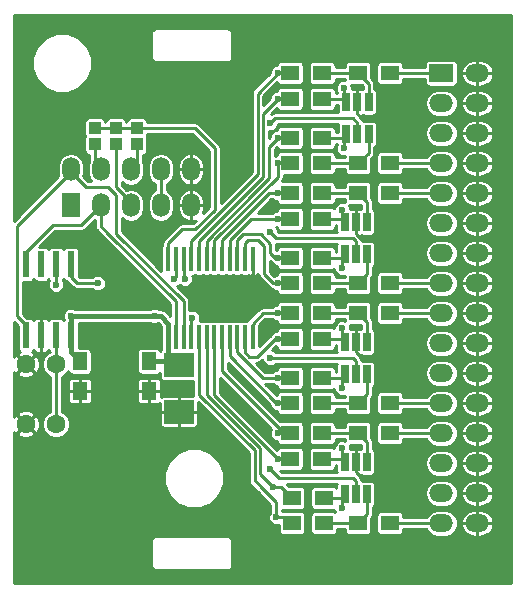
<source format=gbl>
G04 #@! TF.FileFunction,Copper,L2,Bot,Signal*
%FSLAX46Y46*%
G04 Gerber Fmt 4.6, Leading zero omitted, Abs format (unit mm)*
G04 Created by KiCad (PCBNEW 4.0.5) date 07/26/17 23:20:59*
%MOMM*%
%LPD*%
G01*
G04 APERTURE LIST*
%ADD10C,0.100000*%
%ADD11O,1.500000X2.000000*%
%ADD12R,1.500000X2.000000*%
%ADD13R,2.500000X2.000000*%
%ADD14R,1.250000X1.500000*%
%ADD15R,0.400000X2.000000*%
%ADD16R,1.500000X1.300000*%
%ADD17R,0.650000X1.500000*%
%ADD18C,1.600000*%
%ADD19R,0.600000X2.200000*%
%ADD20R,1.016000X1.016000*%
%ADD21O,2.000000X1.500000*%
%ADD22R,2.000000X1.500000*%
%ADD23C,0.600000*%
%ADD24C,0.400000*%
%ADD25C,0.250000*%
G04 APERTURE END LIST*
D10*
D11*
X169926000Y-114042000D03*
X169926000Y-111002000D03*
X167386000Y-111002000D03*
X167386000Y-114042000D03*
D12*
X159766000Y-114042000D03*
D11*
X159766000Y-111002000D03*
X162306000Y-114042000D03*
X162306000Y-111002000D03*
X164846000Y-114042000D03*
X164846000Y-111002000D03*
D13*
X168910000Y-127540000D03*
X168910000Y-131540000D03*
D14*
X166370000Y-127274000D03*
X166370000Y-129774000D03*
D15*
X168002000Y-118620000D03*
X175152000Y-125220000D03*
X168652000Y-118620000D03*
X169302000Y-118620000D03*
X169952000Y-118620000D03*
X170602000Y-118620000D03*
X171252000Y-118620000D03*
X171902000Y-118620000D03*
X172552000Y-118620000D03*
X173202000Y-118620000D03*
X173852000Y-118620000D03*
X174502000Y-118620000D03*
X175152000Y-118620000D03*
X174502000Y-125220000D03*
X173852000Y-125220000D03*
X173202000Y-125220000D03*
X172552000Y-125220000D03*
X171902000Y-125220000D03*
X171252000Y-125220000D03*
X170602000Y-125220000D03*
X169952000Y-125220000D03*
X169302000Y-125220000D03*
X168652000Y-125220000D03*
X168002000Y-125220000D03*
D16*
X184070000Y-102870000D03*
X186770000Y-102870000D03*
X184070000Y-113030000D03*
X186770000Y-113030000D03*
X178355000Y-105029000D03*
X181055000Y-105029000D03*
X181055000Y-102870000D03*
X178355000Y-102870000D03*
X178355000Y-115189000D03*
X181055000Y-115189000D03*
X181055000Y-113030000D03*
X178355000Y-113030000D03*
X178355000Y-108331000D03*
X181055000Y-108331000D03*
X181055000Y-110490000D03*
X178355000Y-110490000D03*
X178355000Y-118491000D03*
X181055000Y-118491000D03*
X181055000Y-120650000D03*
X178355000Y-120650000D03*
X186770000Y-110490000D03*
X184070000Y-110490000D03*
X186770000Y-120650000D03*
X184070000Y-120650000D03*
X184070000Y-123190000D03*
X186770000Y-123190000D03*
X184070000Y-133350000D03*
X186770000Y-133350000D03*
X178355000Y-125349000D03*
X181055000Y-125349000D03*
X181055000Y-123190000D03*
X178355000Y-123190000D03*
X178355000Y-135509000D03*
X181055000Y-135509000D03*
X181055000Y-133350000D03*
X178355000Y-133350000D03*
X178355000Y-128651000D03*
X181055000Y-128651000D03*
X181055000Y-130810000D03*
X178355000Y-130810000D03*
X178482000Y-138811000D03*
X181182000Y-138811000D03*
X181182000Y-140970000D03*
X178482000Y-140970000D03*
X186770000Y-130810000D03*
X184070000Y-130810000D03*
X186770000Y-140970000D03*
X184070000Y-140970000D03*
D17*
X183073000Y-105330000D03*
X184023000Y-105330000D03*
X184973000Y-105330000D03*
X184973000Y-108030000D03*
X183073000Y-108030000D03*
X184023000Y-108030000D03*
X182946000Y-115490000D03*
X183896000Y-115490000D03*
X184846000Y-115490000D03*
X184846000Y-118190000D03*
X182946000Y-118190000D03*
X183896000Y-118190000D03*
X182946000Y-125650000D03*
X183896000Y-125650000D03*
X184846000Y-125650000D03*
X184846000Y-128350000D03*
X182946000Y-128350000D03*
X183896000Y-128350000D03*
X182946000Y-135810000D03*
X183896000Y-135810000D03*
X184846000Y-135810000D03*
X184846000Y-138510000D03*
X182946000Y-138510000D03*
X183896000Y-138510000D03*
D18*
X155956000Y-127508000D03*
X155956000Y-132588000D03*
X158496000Y-127508000D03*
X158496000Y-132588000D03*
D19*
X159766000Y-125047000D03*
X158496000Y-125047000D03*
X157226000Y-125047000D03*
X155956000Y-125047000D03*
X155956000Y-119047000D03*
X157226000Y-119047000D03*
X158496000Y-119047000D03*
X159766000Y-119047000D03*
D14*
X160528000Y-127274000D03*
X160528000Y-129774000D03*
D20*
X161798000Y-108902500D03*
X161798000Y-107505500D03*
X163576000Y-108902500D03*
X163576000Y-107505500D03*
X165354000Y-108902500D03*
X165354000Y-107505500D03*
D21*
X191139000Y-140970000D03*
X194179000Y-140970000D03*
X191139000Y-135890000D03*
X194179000Y-135890000D03*
X194179000Y-138430000D03*
X191139000Y-138430000D03*
X191139000Y-133350000D03*
X194179000Y-133350000D03*
X194179000Y-130810000D03*
X191139000Y-130810000D03*
X191139000Y-128270000D03*
X194179000Y-128270000D03*
X194179000Y-125730000D03*
X191139000Y-125730000D03*
X191139000Y-123190000D03*
X194179000Y-123190000D03*
X194179000Y-120650000D03*
X191139000Y-120650000D03*
X191139000Y-118110000D03*
X194179000Y-118110000D03*
X194179000Y-115570000D03*
X191139000Y-115570000D03*
X191139000Y-113030000D03*
X194179000Y-113030000D03*
X194179000Y-110490000D03*
X191139000Y-110490000D03*
D22*
X191139000Y-102870000D03*
D21*
X194179000Y-102870000D03*
X191139000Y-105410000D03*
X194179000Y-105410000D03*
X191139000Y-107950000D03*
X194179000Y-107950000D03*
D23*
X166878000Y-123444000D03*
X159766000Y-123444000D03*
X176657000Y-136398000D03*
X176657000Y-107061000D03*
X176657000Y-116332000D03*
X176657000Y-127000000D03*
X177292000Y-102870000D03*
X177292000Y-105029000D03*
X177292000Y-113030000D03*
X177292000Y-115189000D03*
X177292000Y-110490000D03*
X177292000Y-108331000D03*
X177292000Y-120650000D03*
X177292000Y-118491000D03*
X177292000Y-123190000D03*
X177292000Y-125349000D03*
X177292000Y-133350000D03*
X177292000Y-135509000D03*
X177292000Y-130810000D03*
X177292000Y-128651000D03*
X177165000Y-140462000D03*
X176911000Y-137922000D03*
X168529000Y-120269000D03*
X169418000Y-120269000D03*
X170053000Y-123571000D03*
X182880000Y-104140000D03*
X182753000Y-114427000D03*
X182880000Y-109220000D03*
X182753000Y-119380000D03*
X182753000Y-124460000D03*
X182753000Y-134620000D03*
X182753000Y-129540000D03*
X182753000Y-139700000D03*
X162052000Y-120650000D03*
X158496000Y-120777000D03*
D24*
X168002000Y-125220000D02*
X168002000Y-126632000D01*
X168002000Y-126632000D02*
X168910000Y-127540000D01*
X167386000Y-123444000D02*
X168002000Y-124060000D01*
X168002000Y-124060000D02*
X168002000Y-125220000D01*
X166878000Y-123444000D02*
X167386000Y-123444000D01*
X159766000Y-123444000D02*
X166878000Y-123444000D01*
X159766000Y-125047000D02*
X159766000Y-126512000D01*
X159766000Y-126512000D02*
X160528000Y-127274000D01*
X166370000Y-127274000D02*
X168644000Y-127274000D01*
X168644000Y-127274000D02*
X168910000Y-127540000D01*
X168002000Y-126632000D02*
X168910000Y-127540000D01*
X159766000Y-123444000D02*
X159766000Y-125047000D01*
D25*
X183642000Y-137160000D02*
X177419000Y-137160000D01*
X183896000Y-137414000D02*
X183896000Y-138510000D01*
X183896000Y-137414000D02*
X183642000Y-137160000D01*
X177419000Y-137160000D02*
X176657000Y-136398000D01*
X177038000Y-106680000D02*
X176657000Y-107061000D01*
X184023000Y-107061000D02*
X184023000Y-108030000D01*
X183642000Y-106680000D02*
X181356000Y-106680000D01*
X184023000Y-107061000D02*
X183642000Y-106680000D01*
X181356000Y-106680000D02*
X177038000Y-106680000D01*
X183896000Y-117094000D02*
X183642000Y-116840000D01*
X183642000Y-116840000D02*
X177165000Y-116840000D01*
X177165000Y-116840000D02*
X176657000Y-116332000D01*
X183896000Y-117094000D02*
X183896000Y-118190000D01*
X183896000Y-127254000D02*
X183642000Y-127000000D01*
X183642000Y-127000000D02*
X176657000Y-127000000D01*
X183896000Y-128350000D02*
X183896000Y-127254000D01*
X183896000Y-135810000D02*
X183896000Y-136652000D01*
X184404000Y-137160000D02*
X185674000Y-137160000D01*
X183896000Y-136652000D02*
X184404000Y-137160000D01*
X183896000Y-125650000D02*
X183896000Y-126492000D01*
X184404000Y-127000000D02*
X185547000Y-127000000D01*
X183896000Y-126492000D02*
X184404000Y-127000000D01*
X183896000Y-115490000D02*
X183896000Y-116457602D01*
X184278398Y-116840000D02*
X185801000Y-116840000D01*
X183896000Y-116457602D02*
X184278398Y-116840000D01*
X184023000Y-105330000D02*
X184023000Y-106299000D01*
X184404000Y-106680000D02*
X185039000Y-106680000D01*
X184023000Y-106299000D02*
X184404000Y-106680000D01*
X169952000Y-118620000D02*
X169952000Y-117059612D01*
X169952000Y-117059612D02*
X175571998Y-111439614D01*
X177292000Y-102870000D02*
X178355000Y-102870000D01*
X178355000Y-102870000D02*
X178181000Y-102870000D01*
X175571998Y-104590002D02*
X177292000Y-102870000D01*
X175571998Y-111439614D02*
X175571998Y-104590002D01*
X170602000Y-117046010D02*
X176022000Y-111626010D01*
X170602000Y-118620000D02*
X170602000Y-117046010D01*
X176022000Y-106426000D02*
X176022000Y-106299000D01*
X176022000Y-111626010D02*
X176022000Y-106426000D01*
X176022000Y-106299000D02*
X177292000Y-105029000D01*
X178355000Y-105029000D02*
X177292000Y-105029000D01*
X178355000Y-105029000D02*
X177546000Y-105029000D01*
X177292000Y-113030000D02*
X178355000Y-113030000D01*
X178355000Y-113030000D02*
X176527204Y-113030000D01*
X172552000Y-117005204D02*
X172552000Y-118620000D01*
X176527204Y-113030000D02*
X172552000Y-117005204D01*
X178355000Y-115189000D02*
X177292000Y-115189000D01*
X178355000Y-115189000D02*
X175004602Y-115189000D01*
X173202000Y-116991602D02*
X173202000Y-118620000D01*
X175004602Y-115189000D02*
X173202000Y-116991602D01*
X171902000Y-117348000D02*
X171902000Y-117018806D01*
X177292000Y-111628806D02*
X177292000Y-110490000D01*
X171902000Y-117018806D02*
X177292000Y-111628806D01*
X178355000Y-110490000D02*
X177292000Y-110490000D01*
X178355000Y-110490000D02*
X177927000Y-110490000D01*
X171902000Y-117348000D02*
X171902000Y-118620000D01*
X175257204Y-113027204D02*
X176530000Y-111754408D01*
X171252000Y-117032408D02*
X175257204Y-113027204D01*
X171252000Y-118620000D02*
X171252000Y-117032408D01*
X176530000Y-109093000D02*
X177292000Y-108331000D01*
X176530000Y-111754408D02*
X176530000Y-109093000D01*
X177292000Y-108331000D02*
X178355000Y-108331000D01*
X178355000Y-108331000D02*
X177546000Y-108331000D01*
X178355000Y-120650000D02*
X177292000Y-120650000D01*
X178355000Y-120650000D02*
X176911000Y-120650000D01*
X174502000Y-117217000D02*
X174502000Y-118620000D01*
X174752000Y-116967000D02*
X174502000Y-117217000D01*
X175641000Y-116967000D02*
X174752000Y-116967000D01*
X176149000Y-117475000D02*
X175641000Y-116967000D01*
X176149000Y-119888000D02*
X176149000Y-117475000D01*
X176911000Y-120650000D02*
X176149000Y-119888000D01*
X177292000Y-118491000D02*
X178355000Y-118491000D01*
X178355000Y-118491000D02*
X177038000Y-118491000D01*
X173852000Y-116978000D02*
X173852000Y-118620000D01*
X174313002Y-116516998D02*
X173852000Y-116978000D01*
X175827396Y-116516998D02*
X174313002Y-116516998D01*
X176599002Y-117288604D02*
X175827396Y-116516998D01*
X176599002Y-118052002D02*
X176599002Y-117288604D01*
X177038000Y-118491000D02*
X176599002Y-118052002D01*
X177292000Y-123190000D02*
X178355000Y-123190000D01*
X178355000Y-123190000D02*
X176022000Y-123190000D01*
X175152000Y-124060000D02*
X175152000Y-125220000D01*
X176022000Y-123190000D02*
X175152000Y-124060000D01*
X178355000Y-125349000D02*
X177292000Y-125349000D01*
X178355000Y-125349000D02*
X177038000Y-125349000D01*
X174502000Y-126496000D02*
X174502000Y-125220000D01*
X174879000Y-126873000D02*
X174502000Y-126496000D01*
X175514000Y-126873000D02*
X174879000Y-126873000D01*
X177038000Y-125349000D02*
X175514000Y-126873000D01*
X178355000Y-133350000D02*
X177292000Y-133350000D01*
X178355000Y-133350000D02*
X177800000Y-133350000D01*
X177800000Y-133350000D02*
X172552000Y-128102000D01*
X172552000Y-128102000D02*
X172552000Y-125220000D01*
X177292000Y-135509000D02*
X171902000Y-130119000D01*
X171902000Y-130119000D02*
X171902000Y-125220000D01*
X177292000Y-135509000D02*
X178355000Y-135509000D01*
X178355000Y-135509000D02*
X177673000Y-135509000D01*
X177292000Y-130810000D02*
X178355000Y-130810000D01*
X178355000Y-130810000D02*
X177292000Y-130810000D01*
X177292000Y-130810000D02*
X178355000Y-130810000D01*
X178355000Y-130810000D02*
X177165000Y-130810000D01*
X173202000Y-126847000D02*
X173202000Y-125220000D01*
X177165000Y-130810000D02*
X173202000Y-126847000D01*
X177292000Y-128651000D02*
X178355000Y-128651000D01*
X178355000Y-128651000D02*
X176020602Y-128651000D01*
X173852000Y-126482398D02*
X173852000Y-125220000D01*
X176020602Y-128651000D02*
X173852000Y-126482398D01*
X170602000Y-129032000D02*
X170602000Y-130091796D01*
X175317998Y-137344998D02*
X175958500Y-137985500D01*
X175317998Y-134807794D02*
X175317998Y-137344998D01*
X170602000Y-130091796D02*
X175317998Y-134807794D01*
X170602000Y-129032000D02*
X170602000Y-125220000D01*
X177165000Y-140462000D02*
X177165000Y-139192000D01*
X177165000Y-139192000D02*
X175958500Y-137985500D01*
X178482000Y-140970000D02*
X177974000Y-140462000D01*
X177974000Y-140462000D02*
X177165000Y-140462000D01*
X171252000Y-129286000D02*
X171252000Y-130105398D01*
X175768000Y-134621398D02*
X175768000Y-136779000D01*
X171252000Y-130105398D02*
X175768000Y-134621398D01*
X171252000Y-129032000D02*
X171252000Y-129286000D01*
X175768000Y-136779000D02*
X176911000Y-137922000D01*
X171252000Y-129032000D02*
X171252000Y-125220000D01*
X178482000Y-138811000D02*
X177593000Y-137922000D01*
X177593000Y-137922000D02*
X176911000Y-137922000D01*
X165354000Y-107505500D02*
X170243500Y-107505500D01*
X168002000Y-117240000D02*
X169164000Y-116078000D01*
X169164000Y-116078000D02*
X170297214Y-116078000D01*
X170297214Y-116078000D02*
X171958000Y-114417214D01*
X171958000Y-114417214D02*
X171958000Y-112014000D01*
X168002000Y-117240000D02*
X168002000Y-118620000D01*
X171958000Y-109220000D02*
X171958000Y-112014000D01*
X170243500Y-107505500D02*
X171958000Y-109220000D01*
X165354000Y-107505500D02*
X163576000Y-107505500D01*
X161798000Y-107505500D02*
X163576000Y-107505500D01*
X168652000Y-118620000D02*
X168652000Y-120146000D01*
X168652000Y-120146000D02*
X168529000Y-120269000D01*
X169302000Y-118620000D02*
X169302000Y-120153000D01*
X169302000Y-120153000D02*
X169418000Y-120269000D01*
X169952000Y-125220000D02*
X169952000Y-123672000D01*
X169952000Y-123672000D02*
X170053000Y-123571000D01*
X162306000Y-113792000D02*
X162306000Y-114046000D01*
X162306000Y-114046000D02*
X160655000Y-115697000D01*
X158242000Y-115697000D02*
X155956000Y-117983000D01*
X160655000Y-115697000D02*
X158242000Y-115697000D01*
X155956000Y-117983000D02*
X155956000Y-119047000D01*
X162306000Y-113792000D02*
X162306000Y-115825398D01*
X162306000Y-115825398D02*
X162939602Y-116459000D01*
X168652000Y-125220000D02*
X168652000Y-122171398D01*
X168652000Y-122171398D02*
X163004500Y-116523898D01*
X163004500Y-116523898D02*
X162306000Y-115825398D01*
X168656000Y-125216000D02*
X168652000Y-125220000D01*
X159766000Y-111252000D02*
X155194000Y-115824000D01*
X155194000Y-123444000D02*
X155956000Y-124206000D01*
X155194000Y-115824000D02*
X155194000Y-123444000D01*
X155956000Y-124206000D02*
X155956000Y-125047000D01*
X169302000Y-125220000D02*
X169302000Y-122185000D01*
X161036000Y-112522000D02*
X159766000Y-111252000D01*
X162939602Y-112522000D02*
X161036000Y-112522000D01*
X163576000Y-113158398D02*
X162939602Y-112522000D01*
X163576000Y-116459000D02*
X163576000Y-113158398D01*
X169302000Y-122185000D02*
X163576000Y-116459000D01*
X161798000Y-108902500D02*
X161798000Y-110744000D01*
X161798000Y-110744000D02*
X162306000Y-111252000D01*
X163576000Y-108902500D02*
X163576000Y-112522000D01*
X163576000Y-112522000D02*
X164846000Y-113792000D01*
X165354000Y-108902500D02*
X165354000Y-110744000D01*
X165354000Y-110744000D02*
X164846000Y-111252000D01*
X186770000Y-102870000D02*
X191389000Y-102870000D01*
X186770000Y-110490000D02*
X191389000Y-110490000D01*
X186770000Y-113030000D02*
X191389000Y-113030000D01*
X186770000Y-120650000D02*
X191389000Y-120650000D01*
X186770000Y-123190000D02*
X191389000Y-123190000D01*
X186770000Y-130810000D02*
X191389000Y-130810000D01*
X186770000Y-133350000D02*
X191389000Y-133350000D01*
X186770000Y-140970000D02*
X191389000Y-140970000D01*
X183073000Y-105330000D02*
X182772000Y-105029000D01*
X182880000Y-104140000D02*
X182880000Y-105137000D01*
X182880000Y-105137000D02*
X183073000Y-105330000D01*
X182772000Y-105029000D02*
X181055000Y-105029000D01*
X184070000Y-102870000D02*
X181055000Y-102870000D01*
X184070000Y-102870000D02*
X184973000Y-103773000D01*
X184973000Y-103773000D02*
X184973000Y-105330000D01*
X182946000Y-115490000D02*
X182645000Y-115189000D01*
X182645000Y-115189000D02*
X180928000Y-115189000D01*
X182753000Y-114427000D02*
X182753000Y-115297000D01*
X182753000Y-115297000D02*
X182946000Y-115490000D01*
X184846000Y-115490000D02*
X184846000Y-113806000D01*
X184846000Y-113806000D02*
X184070000Y-113030000D01*
X184070000Y-113030000D02*
X180928000Y-113030000D01*
X182880000Y-109220000D02*
X182880000Y-108223000D01*
X182880000Y-108223000D02*
X183073000Y-108030000D01*
X183073000Y-108030000D02*
X182772000Y-108331000D01*
X182772000Y-108331000D02*
X181055000Y-108331000D01*
X182880000Y-108223000D02*
X183073000Y-108030000D01*
X184070000Y-110490000D02*
X181055000Y-110490000D01*
X184070000Y-110490000D02*
X184973000Y-109587000D01*
X184973000Y-109587000D02*
X184973000Y-108030000D01*
X182946000Y-118190000D02*
X182645000Y-118491000D01*
X182645000Y-118491000D02*
X181055000Y-118491000D01*
X182753000Y-119380000D02*
X182753000Y-118383000D01*
X182753000Y-118383000D02*
X182946000Y-118190000D01*
X184070000Y-120650000D02*
X181055000Y-120650000D01*
X184070000Y-120650000D02*
X184846000Y-119874000D01*
X184846000Y-119874000D02*
X184846000Y-118190000D01*
X182946000Y-125650000D02*
X182645000Y-125349000D01*
X182645000Y-125349000D02*
X181055000Y-125349000D01*
X182753000Y-124460000D02*
X182753000Y-125457000D01*
X182753000Y-125457000D02*
X182946000Y-125650000D01*
X184070000Y-123190000D02*
X181055000Y-123190000D01*
X184070000Y-123190000D02*
X184846000Y-123966000D01*
X184846000Y-123966000D02*
X184846000Y-125650000D01*
X182753000Y-134620000D02*
X182753000Y-135617000D01*
X182753000Y-135617000D02*
X182946000Y-135810000D01*
X182946000Y-135810000D02*
X182645000Y-135509000D01*
X182645000Y-135509000D02*
X181055000Y-135509000D01*
X181055000Y-133350000D02*
X184070000Y-133350000D01*
X184846000Y-135810000D02*
X184846000Y-134126000D01*
X184846000Y-134126000D02*
X184070000Y-133350000D01*
X182946000Y-128350000D02*
X182645000Y-128651000D01*
X182645000Y-128651000D02*
X181055000Y-128651000D01*
X182753000Y-129540000D02*
X182753000Y-128543000D01*
X182753000Y-128543000D02*
X182946000Y-128350000D01*
X184070000Y-130810000D02*
X181055000Y-130810000D01*
X184846000Y-128350000D02*
X184846000Y-130034000D01*
X184846000Y-130034000D02*
X184070000Y-130810000D01*
X182753000Y-139700000D02*
X182753000Y-138703000D01*
X182753000Y-138703000D02*
X182946000Y-138510000D01*
X182946000Y-138510000D02*
X182645000Y-138811000D01*
X182645000Y-138811000D02*
X181182000Y-138811000D01*
X184070000Y-140970000D02*
X181182000Y-140970000D01*
X184070000Y-140970000D02*
X184846000Y-140194000D01*
X184846000Y-140194000D02*
X184846000Y-138510000D01*
X160274000Y-120650000D02*
X159766000Y-120142000D01*
X162052000Y-120650000D02*
X160274000Y-120650000D01*
X159766000Y-120142000D02*
X159766000Y-119047000D01*
X158496000Y-119047000D02*
X158496000Y-120777000D01*
X158496000Y-127508000D02*
X158496000Y-132588000D01*
X158496000Y-127508000D02*
X158496000Y-125047000D01*
X167386000Y-111252000D02*
X167386000Y-113792000D01*
G36*
X197050000Y-146050000D02*
X154950000Y-146050000D01*
X154950000Y-142500000D01*
X166550000Y-142500000D01*
X166550000Y-144500000D01*
X166584254Y-144672208D01*
X166681802Y-144818198D01*
X166827792Y-144915746D01*
X167000000Y-144950000D01*
X173000000Y-144950000D01*
X173172208Y-144915746D01*
X173318198Y-144818198D01*
X173415746Y-144672208D01*
X173450000Y-144500000D01*
X173450000Y-142500000D01*
X173415746Y-142327792D01*
X173318198Y-142181802D01*
X173172208Y-142084254D01*
X173000000Y-142050000D01*
X167000000Y-142050000D01*
X166827792Y-142084254D01*
X166681802Y-142181802D01*
X166584254Y-142327792D01*
X166550000Y-142500000D01*
X154950000Y-142500000D01*
X154950000Y-137660050D01*
X167654562Y-137660050D01*
X168038161Y-138588429D01*
X168747835Y-139299343D01*
X169675543Y-139684561D01*
X170680050Y-139685438D01*
X171608429Y-139301839D01*
X172319343Y-138592165D01*
X172704561Y-137664457D01*
X172705438Y-136659950D01*
X172321839Y-135731571D01*
X171612165Y-135020657D01*
X170684457Y-134635439D01*
X169679950Y-134634562D01*
X168751571Y-135018161D01*
X168040657Y-135727835D01*
X167655439Y-136655543D01*
X167654562Y-137660050D01*
X154950000Y-137660050D01*
X154950000Y-133372365D01*
X155178707Y-133372365D01*
X155255872Y-133560149D01*
X155681191Y-133754076D01*
X156148348Y-133770478D01*
X156586221Y-133606860D01*
X156656128Y-133560149D01*
X156733293Y-133372365D01*
X155956000Y-132595071D01*
X155178707Y-133372365D01*
X154950000Y-133372365D01*
X154950000Y-133237467D01*
X154983851Y-133288128D01*
X155171635Y-133365293D01*
X155948929Y-132588000D01*
X155963071Y-132588000D01*
X156740365Y-133365293D01*
X156928149Y-133288128D01*
X157122076Y-132862809D01*
X157138478Y-132395652D01*
X156974860Y-131957779D01*
X156928149Y-131887872D01*
X156740365Y-131810707D01*
X155963071Y-132588000D01*
X155948929Y-132588000D01*
X155171635Y-131810707D01*
X154983851Y-131887872D01*
X154950000Y-131962114D01*
X154950000Y-131803635D01*
X155178707Y-131803635D01*
X155956000Y-132580929D01*
X156733293Y-131803635D01*
X156656128Y-131615851D01*
X156230809Y-131421924D01*
X155763652Y-131405522D01*
X155325779Y-131569140D01*
X155255872Y-131615851D01*
X155178707Y-131803635D01*
X154950000Y-131803635D01*
X154950000Y-128292365D01*
X155178707Y-128292365D01*
X155255872Y-128480149D01*
X155681191Y-128674076D01*
X156148348Y-128690478D01*
X156586221Y-128526860D01*
X156656128Y-128480149D01*
X156733293Y-128292365D01*
X155956000Y-127515071D01*
X155178707Y-128292365D01*
X154950000Y-128292365D01*
X154950000Y-128157467D01*
X154983851Y-128208128D01*
X155171635Y-128285293D01*
X155948929Y-127508000D01*
X155963071Y-127508000D01*
X156740365Y-128285293D01*
X156928149Y-128208128D01*
X157122076Y-127782809D01*
X157138478Y-127315652D01*
X156974860Y-126877779D01*
X156928149Y-126807872D01*
X156740365Y-126730707D01*
X155963071Y-127508000D01*
X155948929Y-127508000D01*
X155171635Y-126730707D01*
X154983851Y-126807872D01*
X154950000Y-126882114D01*
X154950000Y-123907106D01*
X155273654Y-124230761D01*
X155273654Y-126147000D01*
X155299802Y-126285966D01*
X155381931Y-126413599D01*
X155433551Y-126448869D01*
X155325779Y-126489140D01*
X155255872Y-126535851D01*
X155178707Y-126723635D01*
X155956000Y-127500929D01*
X156733293Y-126723635D01*
X156656128Y-126535851D01*
X156473575Y-126452615D01*
X156522599Y-126421069D01*
X156591722Y-126319904D01*
X156608090Y-126359420D01*
X156713579Y-126464910D01*
X156851408Y-126522000D01*
X157127250Y-126522000D01*
X157221000Y-126428250D01*
X157221000Y-125052000D01*
X157201000Y-125052000D01*
X157201000Y-125042000D01*
X157221000Y-125042000D01*
X157221000Y-123665750D01*
X157127250Y-123572000D01*
X156851408Y-123572000D01*
X156713579Y-123629090D01*
X156608090Y-123734580D01*
X156591188Y-123775384D01*
X156530069Y-123680401D01*
X156404754Y-123594777D01*
X156256000Y-123564654D01*
X156021761Y-123564654D01*
X155694000Y-123236894D01*
X155694000Y-120529346D01*
X156256000Y-120529346D01*
X156394966Y-120503198D01*
X156522599Y-120421069D01*
X156591680Y-120319966D01*
X156651931Y-120413599D01*
X156777246Y-120499223D01*
X156926000Y-120529346D01*
X157526000Y-120529346D01*
X157664966Y-120503198D01*
X157792599Y-120421069D01*
X157861680Y-120319966D01*
X157918337Y-120408014D01*
X157821117Y-120642145D01*
X157820883Y-120910677D01*
X157923429Y-121158857D01*
X158113144Y-121348903D01*
X158361145Y-121451883D01*
X158629677Y-121452117D01*
X158877857Y-121349571D01*
X159067903Y-121159856D01*
X159170883Y-120911855D01*
X159171117Y-120643323D01*
X159072996Y-120405852D01*
X159131680Y-120319966D01*
X159191931Y-120413599D01*
X159317246Y-120499223D01*
X159441222Y-120524328D01*
X159920446Y-121003553D01*
X160082658Y-121111940D01*
X160274000Y-121150000D01*
X161597366Y-121150000D01*
X161669144Y-121221903D01*
X161917145Y-121324883D01*
X162185677Y-121325117D01*
X162433857Y-121222571D01*
X162623903Y-121032856D01*
X162726883Y-120784855D01*
X162727117Y-120516323D01*
X162624571Y-120268143D01*
X162434856Y-120078097D01*
X162186855Y-119975117D01*
X161918323Y-119974883D01*
X161670143Y-120077429D01*
X161597445Y-120150000D01*
X160481107Y-120150000D01*
X160448346Y-120117239D01*
X160448346Y-117947000D01*
X160422198Y-117808034D01*
X160340069Y-117680401D01*
X160214754Y-117594777D01*
X160066000Y-117564654D01*
X159466000Y-117564654D01*
X159327034Y-117590802D01*
X159199401Y-117672931D01*
X159130320Y-117774034D01*
X159070069Y-117680401D01*
X158944754Y-117594777D01*
X158796000Y-117564654D01*
X158196000Y-117564654D01*
X158057034Y-117590802D01*
X157929401Y-117672931D01*
X157860320Y-117774034D01*
X157800069Y-117680401D01*
X157674754Y-117594777D01*
X157526000Y-117564654D01*
X157081452Y-117564654D01*
X158449107Y-116197000D01*
X160655000Y-116197000D01*
X160846342Y-116158940D01*
X161008553Y-116050553D01*
X161770770Y-115288336D01*
X161806000Y-115311876D01*
X161806000Y-115825398D01*
X161843782Y-116015342D01*
X161844060Y-116016740D01*
X161952447Y-116178951D01*
X162297394Y-116523898D01*
X162650946Y-116877451D01*
X162650949Y-116877453D01*
X168152000Y-122378504D01*
X168152000Y-123396827D01*
X167792586Y-123037414D01*
X167606043Y-122912769D01*
X167386000Y-122869000D01*
X167253398Y-122869000D01*
X167012855Y-122769117D01*
X166744323Y-122768883D01*
X166502022Y-122869000D01*
X160141398Y-122869000D01*
X159900855Y-122769117D01*
X159632323Y-122768883D01*
X159384143Y-122871429D01*
X159194097Y-123061144D01*
X159091117Y-123309145D01*
X159090883Y-123577677D01*
X159156303Y-123736006D01*
X159130320Y-123774034D01*
X159070069Y-123680401D01*
X158944754Y-123594777D01*
X158796000Y-123564654D01*
X158196000Y-123564654D01*
X158057034Y-123590802D01*
X157929401Y-123672931D01*
X157860278Y-123774096D01*
X157843910Y-123734580D01*
X157738421Y-123629090D01*
X157600592Y-123572000D01*
X157324750Y-123572000D01*
X157231000Y-123665750D01*
X157231000Y-125042000D01*
X157251000Y-125042000D01*
X157251000Y-125052000D01*
X157231000Y-125052000D01*
X157231000Y-126428250D01*
X157324750Y-126522000D01*
X157600592Y-126522000D01*
X157738421Y-126464910D01*
X157843910Y-126359420D01*
X157860812Y-126318616D01*
X157921931Y-126413599D01*
X157976879Y-126451144D01*
X157831285Y-126511302D01*
X157500464Y-126841547D01*
X157321204Y-127273253D01*
X157320796Y-127740697D01*
X157499302Y-128172715D01*
X157829547Y-128503536D01*
X157996000Y-128572653D01*
X157996000Y-131523243D01*
X157831285Y-131591302D01*
X157500464Y-131921547D01*
X157321204Y-132353253D01*
X157320796Y-132820697D01*
X157499302Y-133252715D01*
X157829547Y-133583536D01*
X158261253Y-133762796D01*
X158728697Y-133763204D01*
X159160715Y-133584698D01*
X159491536Y-133254453D01*
X159670796Y-132822747D01*
X159671204Y-132355303D01*
X159492698Y-131923285D01*
X159208659Y-131638750D01*
X167285000Y-131638750D01*
X167285000Y-132614592D01*
X167342090Y-132752420D01*
X167447579Y-132857910D01*
X167585408Y-132915000D01*
X168811250Y-132915000D01*
X168905000Y-132821250D01*
X168905000Y-131545000D01*
X168915000Y-131545000D01*
X168915000Y-132821250D01*
X169008750Y-132915000D01*
X170234592Y-132915000D01*
X170372421Y-132857910D01*
X170477910Y-132752420D01*
X170535000Y-132614592D01*
X170535000Y-131638750D01*
X170441250Y-131545000D01*
X168915000Y-131545000D01*
X168905000Y-131545000D01*
X167378750Y-131545000D01*
X167285000Y-131638750D01*
X159208659Y-131638750D01*
X159162453Y-131592464D01*
X158996000Y-131523347D01*
X158996000Y-129872750D01*
X159528000Y-129872750D01*
X159528000Y-130598592D01*
X159585090Y-130736420D01*
X159690579Y-130841910D01*
X159828408Y-130899000D01*
X160429250Y-130899000D01*
X160523000Y-130805250D01*
X160523000Y-129779000D01*
X160533000Y-129779000D01*
X160533000Y-130805250D01*
X160626750Y-130899000D01*
X161227592Y-130899000D01*
X161365421Y-130841910D01*
X161470910Y-130736420D01*
X161528000Y-130598592D01*
X161528000Y-129872750D01*
X165370000Y-129872750D01*
X165370000Y-130598592D01*
X165427090Y-130736420D01*
X165532579Y-130841910D01*
X165670408Y-130899000D01*
X166271250Y-130899000D01*
X166365000Y-130805250D01*
X166365000Y-129779000D01*
X166375000Y-129779000D01*
X166375000Y-130805250D01*
X166468750Y-130899000D01*
X167069592Y-130899000D01*
X167207421Y-130841910D01*
X167285000Y-130764330D01*
X167285000Y-131441250D01*
X167378750Y-131535000D01*
X168905000Y-131535000D01*
X168905000Y-130258750D01*
X168811250Y-130165000D01*
X167585408Y-130165000D01*
X167447579Y-130222090D01*
X167370000Y-130299670D01*
X167370000Y-129872750D01*
X167276250Y-129779000D01*
X166375000Y-129779000D01*
X166365000Y-129779000D01*
X165463750Y-129779000D01*
X165370000Y-129872750D01*
X161528000Y-129872750D01*
X161434250Y-129779000D01*
X160533000Y-129779000D01*
X160523000Y-129779000D01*
X159621750Y-129779000D01*
X159528000Y-129872750D01*
X158996000Y-129872750D01*
X158996000Y-128949408D01*
X159528000Y-128949408D01*
X159528000Y-129675250D01*
X159621750Y-129769000D01*
X160523000Y-129769000D01*
X160523000Y-128742750D01*
X160533000Y-128742750D01*
X160533000Y-129769000D01*
X161434250Y-129769000D01*
X161528000Y-129675250D01*
X161528000Y-128949408D01*
X165370000Y-128949408D01*
X165370000Y-129675250D01*
X165463750Y-129769000D01*
X166365000Y-129769000D01*
X166365000Y-128742750D01*
X166375000Y-128742750D01*
X166375000Y-129769000D01*
X167276250Y-129769000D01*
X167370000Y-129675250D01*
X167370000Y-128949408D01*
X167312910Y-128811580D01*
X167207421Y-128706090D01*
X167069592Y-128649000D01*
X166468750Y-128649000D01*
X166375000Y-128742750D01*
X166365000Y-128742750D01*
X166271250Y-128649000D01*
X165670408Y-128649000D01*
X165532579Y-128706090D01*
X165427090Y-128811580D01*
X165370000Y-128949408D01*
X161528000Y-128949408D01*
X161470910Y-128811580D01*
X161365421Y-128706090D01*
X161227592Y-128649000D01*
X160626750Y-128649000D01*
X160533000Y-128742750D01*
X160523000Y-128742750D01*
X160429250Y-128649000D01*
X159828408Y-128649000D01*
X159690579Y-128706090D01*
X159585090Y-128811580D01*
X159528000Y-128949408D01*
X158996000Y-128949408D01*
X158996000Y-128572757D01*
X159160715Y-128504698D01*
X159491536Y-128174453D01*
X159531055Y-128079280D01*
X159546802Y-128162966D01*
X159628931Y-128290599D01*
X159754246Y-128376223D01*
X159903000Y-128406346D01*
X161153000Y-128406346D01*
X161291966Y-128380198D01*
X161419599Y-128298069D01*
X161505223Y-128172754D01*
X161535346Y-128024000D01*
X161535346Y-126524000D01*
X161509198Y-126385034D01*
X161427069Y-126257401D01*
X161301754Y-126171777D01*
X161153000Y-126141654D01*
X160448346Y-126141654D01*
X160448346Y-124019000D01*
X166502602Y-124019000D01*
X166743145Y-124118883D01*
X167011677Y-124119117D01*
X167178864Y-124050037D01*
X167419654Y-124290827D01*
X167419654Y-126220000D01*
X167424528Y-126245902D01*
X167393401Y-126265931D01*
X167332197Y-126355506D01*
X167269069Y-126257401D01*
X167143754Y-126171777D01*
X166995000Y-126141654D01*
X165745000Y-126141654D01*
X165606034Y-126167802D01*
X165478401Y-126249931D01*
X165392777Y-126375246D01*
X165362654Y-126524000D01*
X165362654Y-128024000D01*
X165388802Y-128162966D01*
X165470931Y-128290599D01*
X165596246Y-128376223D01*
X165745000Y-128406346D01*
X166995000Y-128406346D01*
X167133966Y-128380198D01*
X167261599Y-128298069D01*
X167277654Y-128274572D01*
X167277654Y-128540000D01*
X167303802Y-128678966D01*
X167385931Y-128806599D01*
X167511246Y-128892223D01*
X167660000Y-128922346D01*
X170102000Y-128922346D01*
X170102000Y-130091796D01*
X170116561Y-130165000D01*
X169008750Y-130165000D01*
X168915000Y-130258750D01*
X168915000Y-131535000D01*
X170441250Y-131535000D01*
X170535000Y-131441250D01*
X170535000Y-130731902D01*
X174817998Y-135014901D01*
X174817998Y-137344998D01*
X174851526Y-137513554D01*
X174856058Y-137536340D01*
X174964445Y-137698551D01*
X175604947Y-138339054D01*
X175604950Y-138339056D01*
X176665000Y-139399107D01*
X176665000Y-140007366D01*
X176593097Y-140079144D01*
X176490117Y-140327145D01*
X176489883Y-140595677D01*
X176592429Y-140843857D01*
X176782144Y-141033903D01*
X177030145Y-141136883D01*
X177298677Y-141137117D01*
X177349654Y-141116054D01*
X177349654Y-141620000D01*
X177375802Y-141758966D01*
X177457931Y-141886599D01*
X177583246Y-141972223D01*
X177732000Y-142002346D01*
X179232000Y-142002346D01*
X179370966Y-141976198D01*
X179498599Y-141894069D01*
X179584223Y-141768754D01*
X179614346Y-141620000D01*
X179614346Y-140320000D01*
X179588198Y-140181034D01*
X179506069Y-140053401D01*
X179380754Y-139967777D01*
X179232000Y-139937654D01*
X177732000Y-139937654D01*
X177665000Y-139950261D01*
X177665000Y-139829778D01*
X177732000Y-139843346D01*
X179232000Y-139843346D01*
X179370966Y-139817198D01*
X179498599Y-139735069D01*
X179584223Y-139609754D01*
X179614346Y-139461000D01*
X179614346Y-138161000D01*
X179588198Y-138022034D01*
X179506069Y-137894401D01*
X179380754Y-137808777D01*
X179232000Y-137778654D01*
X178156760Y-137778654D01*
X178038106Y-137660000D01*
X182258904Y-137660000D01*
X182238654Y-137760000D01*
X182238654Y-137945040D01*
X182206069Y-137894401D01*
X182080754Y-137808777D01*
X181932000Y-137778654D01*
X180432000Y-137778654D01*
X180293034Y-137804802D01*
X180165401Y-137886931D01*
X180079777Y-138012246D01*
X180049654Y-138161000D01*
X180049654Y-139461000D01*
X180075802Y-139599966D01*
X180157931Y-139727599D01*
X180283246Y-139813223D01*
X180432000Y-139843346D01*
X181932000Y-139843346D01*
X182070966Y-139817198D01*
X182077901Y-139812735D01*
X182077883Y-139833677D01*
X182153960Y-140017796D01*
X182080754Y-139967777D01*
X181932000Y-139937654D01*
X180432000Y-139937654D01*
X180293034Y-139963802D01*
X180165401Y-140045931D01*
X180079777Y-140171246D01*
X180049654Y-140320000D01*
X180049654Y-141620000D01*
X180075802Y-141758966D01*
X180157931Y-141886599D01*
X180283246Y-141972223D01*
X180432000Y-142002346D01*
X181932000Y-142002346D01*
X182070966Y-141976198D01*
X182198599Y-141894069D01*
X182284223Y-141768754D01*
X182314346Y-141620000D01*
X182314346Y-141470000D01*
X182937654Y-141470000D01*
X182937654Y-141620000D01*
X182963802Y-141758966D01*
X183045931Y-141886599D01*
X183171246Y-141972223D01*
X183320000Y-142002346D01*
X184820000Y-142002346D01*
X184958966Y-141976198D01*
X185086599Y-141894069D01*
X185172223Y-141768754D01*
X185202346Y-141620000D01*
X185202346Y-140543374D01*
X185264526Y-140450314D01*
X185307940Y-140385342D01*
X185320937Y-140320000D01*
X185637654Y-140320000D01*
X185637654Y-141620000D01*
X185663802Y-141758966D01*
X185745931Y-141886599D01*
X185871246Y-141972223D01*
X186020000Y-142002346D01*
X187520000Y-142002346D01*
X187658966Y-141976198D01*
X187786599Y-141894069D01*
X187872223Y-141768754D01*
X187902346Y-141620000D01*
X187902346Y-141470000D01*
X189869124Y-141470000D01*
X190066567Y-141765495D01*
X190431543Y-142009364D01*
X190862062Y-142095000D01*
X191415938Y-142095000D01*
X191846457Y-142009364D01*
X192211433Y-141765495D01*
X192455302Y-141400519D01*
X192504949Y-141150925D01*
X192818644Y-141150925D01*
X192887723Y-141395900D01*
X193129970Y-141761960D01*
X193493862Y-142007451D01*
X193924000Y-142095000D01*
X194174000Y-142095000D01*
X194174000Y-140975000D01*
X194184000Y-140975000D01*
X194184000Y-142095000D01*
X194434000Y-142095000D01*
X194864138Y-142007451D01*
X195228030Y-141761960D01*
X195470277Y-141395900D01*
X195539356Y-141150925D01*
X195460238Y-140975000D01*
X194184000Y-140975000D01*
X194174000Y-140975000D01*
X192897762Y-140975000D01*
X192818644Y-141150925D01*
X192504949Y-141150925D01*
X192540938Y-140970000D01*
X192504950Y-140789075D01*
X192818644Y-140789075D01*
X192897762Y-140965000D01*
X194174000Y-140965000D01*
X194174000Y-139845000D01*
X194184000Y-139845000D01*
X194184000Y-140965000D01*
X195460238Y-140965000D01*
X195539356Y-140789075D01*
X195470277Y-140544100D01*
X195228030Y-140178040D01*
X194864138Y-139932549D01*
X194434000Y-139845000D01*
X194184000Y-139845000D01*
X194174000Y-139845000D01*
X193924000Y-139845000D01*
X193493862Y-139932549D01*
X193129970Y-140178040D01*
X192887723Y-140544100D01*
X192818644Y-140789075D01*
X192504950Y-140789075D01*
X192455302Y-140539481D01*
X192211433Y-140174505D01*
X191846457Y-139930636D01*
X191415938Y-139845000D01*
X190862062Y-139845000D01*
X190431543Y-139930636D01*
X190066567Y-140174505D01*
X189869124Y-140470000D01*
X187902346Y-140470000D01*
X187902346Y-140320000D01*
X187876198Y-140181034D01*
X187794069Y-140053401D01*
X187668754Y-139967777D01*
X187520000Y-139937654D01*
X186020000Y-139937654D01*
X185881034Y-139963802D01*
X185753401Y-140045931D01*
X185667777Y-140171246D01*
X185637654Y-140320000D01*
X185320937Y-140320000D01*
X185346000Y-140194000D01*
X185346000Y-139593011D01*
X185437599Y-139534069D01*
X185523223Y-139408754D01*
X185553346Y-139260000D01*
X185553346Y-138430000D01*
X189737062Y-138430000D01*
X189822698Y-138860519D01*
X190066567Y-139225495D01*
X190431543Y-139469364D01*
X190862062Y-139555000D01*
X191415938Y-139555000D01*
X191846457Y-139469364D01*
X192211433Y-139225495D01*
X192455302Y-138860519D01*
X192504949Y-138610925D01*
X192818644Y-138610925D01*
X192887723Y-138855900D01*
X193129970Y-139221960D01*
X193493862Y-139467451D01*
X193924000Y-139555000D01*
X194174000Y-139555000D01*
X194174000Y-138435000D01*
X194184000Y-138435000D01*
X194184000Y-139555000D01*
X194434000Y-139555000D01*
X194864138Y-139467451D01*
X195228030Y-139221960D01*
X195470277Y-138855900D01*
X195539356Y-138610925D01*
X195460238Y-138435000D01*
X194184000Y-138435000D01*
X194174000Y-138435000D01*
X192897762Y-138435000D01*
X192818644Y-138610925D01*
X192504949Y-138610925D01*
X192540938Y-138430000D01*
X192504950Y-138249075D01*
X192818644Y-138249075D01*
X192897762Y-138425000D01*
X194174000Y-138425000D01*
X194174000Y-137305000D01*
X194184000Y-137305000D01*
X194184000Y-138425000D01*
X195460238Y-138425000D01*
X195539356Y-138249075D01*
X195470277Y-138004100D01*
X195228030Y-137638040D01*
X194864138Y-137392549D01*
X194434000Y-137305000D01*
X194184000Y-137305000D01*
X194174000Y-137305000D01*
X193924000Y-137305000D01*
X193493862Y-137392549D01*
X193129970Y-137638040D01*
X192887723Y-138004100D01*
X192818644Y-138249075D01*
X192504950Y-138249075D01*
X192455302Y-137999481D01*
X192211433Y-137634505D01*
X191846457Y-137390636D01*
X191415938Y-137305000D01*
X190862062Y-137305000D01*
X190431543Y-137390636D01*
X190066567Y-137634505D01*
X189822698Y-137999481D01*
X189737062Y-138430000D01*
X185553346Y-138430000D01*
X185553346Y-137760000D01*
X185527198Y-137621034D01*
X185445069Y-137493401D01*
X185319754Y-137407777D01*
X185171000Y-137377654D01*
X184521000Y-137377654D01*
X184393541Y-137401637D01*
X184357940Y-137222658D01*
X184311834Y-137153656D01*
X184249553Y-137060446D01*
X184124107Y-136935000D01*
X184295592Y-136935000D01*
X184364069Y-136906636D01*
X184372246Y-136912223D01*
X184521000Y-136942346D01*
X185171000Y-136942346D01*
X185309966Y-136916198D01*
X185437599Y-136834069D01*
X185523223Y-136708754D01*
X185553346Y-136560000D01*
X185553346Y-135890000D01*
X189737062Y-135890000D01*
X189822698Y-136320519D01*
X190066567Y-136685495D01*
X190431543Y-136929364D01*
X190862062Y-137015000D01*
X191415938Y-137015000D01*
X191846457Y-136929364D01*
X192211433Y-136685495D01*
X192455302Y-136320519D01*
X192504949Y-136070925D01*
X192818644Y-136070925D01*
X192887723Y-136315900D01*
X193129970Y-136681960D01*
X193493862Y-136927451D01*
X193924000Y-137015000D01*
X194174000Y-137015000D01*
X194174000Y-135895000D01*
X194184000Y-135895000D01*
X194184000Y-137015000D01*
X194434000Y-137015000D01*
X194864138Y-136927451D01*
X195228030Y-136681960D01*
X195470277Y-136315900D01*
X195539356Y-136070925D01*
X195460238Y-135895000D01*
X194184000Y-135895000D01*
X194174000Y-135895000D01*
X192897762Y-135895000D01*
X192818644Y-136070925D01*
X192504949Y-136070925D01*
X192540938Y-135890000D01*
X192504950Y-135709075D01*
X192818644Y-135709075D01*
X192897762Y-135885000D01*
X194174000Y-135885000D01*
X194174000Y-134765000D01*
X194184000Y-134765000D01*
X194184000Y-135885000D01*
X195460238Y-135885000D01*
X195539356Y-135709075D01*
X195470277Y-135464100D01*
X195228030Y-135098040D01*
X194864138Y-134852549D01*
X194434000Y-134765000D01*
X194184000Y-134765000D01*
X194174000Y-134765000D01*
X193924000Y-134765000D01*
X193493862Y-134852549D01*
X193129970Y-135098040D01*
X192887723Y-135464100D01*
X192818644Y-135709075D01*
X192504950Y-135709075D01*
X192455302Y-135459481D01*
X192211433Y-135094505D01*
X191846457Y-134850636D01*
X191415938Y-134765000D01*
X190862062Y-134765000D01*
X190431543Y-134850636D01*
X190066567Y-135094505D01*
X189822698Y-135459481D01*
X189737062Y-135890000D01*
X185553346Y-135890000D01*
X185553346Y-135060000D01*
X185527198Y-134921034D01*
X185445069Y-134793401D01*
X185346000Y-134725710D01*
X185346000Y-134126000D01*
X185307940Y-133934658D01*
X185225942Y-133811940D01*
X185202346Y-133776626D01*
X185202346Y-132700000D01*
X185637654Y-132700000D01*
X185637654Y-134000000D01*
X185663802Y-134138966D01*
X185745931Y-134266599D01*
X185871246Y-134352223D01*
X186020000Y-134382346D01*
X187520000Y-134382346D01*
X187658966Y-134356198D01*
X187786599Y-134274069D01*
X187872223Y-134148754D01*
X187902346Y-134000000D01*
X187902346Y-133850000D01*
X189869124Y-133850000D01*
X190066567Y-134145495D01*
X190431543Y-134389364D01*
X190862062Y-134475000D01*
X191415938Y-134475000D01*
X191846457Y-134389364D01*
X192211433Y-134145495D01*
X192455302Y-133780519D01*
X192504949Y-133530925D01*
X192818644Y-133530925D01*
X192887723Y-133775900D01*
X193129970Y-134141960D01*
X193493862Y-134387451D01*
X193924000Y-134475000D01*
X194174000Y-134475000D01*
X194174000Y-133355000D01*
X194184000Y-133355000D01*
X194184000Y-134475000D01*
X194434000Y-134475000D01*
X194864138Y-134387451D01*
X195228030Y-134141960D01*
X195470277Y-133775900D01*
X195539356Y-133530925D01*
X195460238Y-133355000D01*
X194184000Y-133355000D01*
X194174000Y-133355000D01*
X192897762Y-133355000D01*
X192818644Y-133530925D01*
X192504949Y-133530925D01*
X192540938Y-133350000D01*
X192504950Y-133169075D01*
X192818644Y-133169075D01*
X192897762Y-133345000D01*
X194174000Y-133345000D01*
X194174000Y-132225000D01*
X194184000Y-132225000D01*
X194184000Y-133345000D01*
X195460238Y-133345000D01*
X195539356Y-133169075D01*
X195470277Y-132924100D01*
X195228030Y-132558040D01*
X194864138Y-132312549D01*
X194434000Y-132225000D01*
X194184000Y-132225000D01*
X194174000Y-132225000D01*
X193924000Y-132225000D01*
X193493862Y-132312549D01*
X193129970Y-132558040D01*
X192887723Y-132924100D01*
X192818644Y-133169075D01*
X192504950Y-133169075D01*
X192455302Y-132919481D01*
X192211433Y-132554505D01*
X191846457Y-132310636D01*
X191415938Y-132225000D01*
X190862062Y-132225000D01*
X190431543Y-132310636D01*
X190066567Y-132554505D01*
X189869124Y-132850000D01*
X187902346Y-132850000D01*
X187902346Y-132700000D01*
X187876198Y-132561034D01*
X187794069Y-132433401D01*
X187668754Y-132347777D01*
X187520000Y-132317654D01*
X186020000Y-132317654D01*
X185881034Y-132343802D01*
X185753401Y-132425931D01*
X185667777Y-132551246D01*
X185637654Y-132700000D01*
X185202346Y-132700000D01*
X185176198Y-132561034D01*
X185094069Y-132433401D01*
X184968754Y-132347777D01*
X184820000Y-132317654D01*
X183320000Y-132317654D01*
X183181034Y-132343802D01*
X183053401Y-132425931D01*
X182967777Y-132551246D01*
X182937654Y-132700000D01*
X182937654Y-132850000D01*
X182187346Y-132850000D01*
X182187346Y-132700000D01*
X182161198Y-132561034D01*
X182079069Y-132433401D01*
X181953754Y-132347777D01*
X181805000Y-132317654D01*
X180305000Y-132317654D01*
X180166034Y-132343802D01*
X180038401Y-132425931D01*
X179952777Y-132551246D01*
X179922654Y-132700000D01*
X179922654Y-134000000D01*
X179948802Y-134138966D01*
X180030931Y-134266599D01*
X180156246Y-134352223D01*
X180305000Y-134382346D01*
X181805000Y-134382346D01*
X181943966Y-134356198D01*
X182071599Y-134274069D01*
X182157223Y-134148754D01*
X182187346Y-134000000D01*
X182187346Y-133850000D01*
X182937654Y-133850000D01*
X182937654Y-133965796D01*
X182887855Y-133945117D01*
X182619323Y-133944883D01*
X182371143Y-134047429D01*
X182181097Y-134237144D01*
X182078117Y-134485145D01*
X182078024Y-134591687D01*
X181953754Y-134506777D01*
X181805000Y-134476654D01*
X180305000Y-134476654D01*
X180166034Y-134502802D01*
X180038401Y-134584931D01*
X179952777Y-134710246D01*
X179922654Y-134859000D01*
X179922654Y-136159000D01*
X179948802Y-136297966D01*
X180030931Y-136425599D01*
X180156246Y-136511223D01*
X180305000Y-136541346D01*
X181805000Y-136541346D01*
X181943966Y-136515198D01*
X182071599Y-136433069D01*
X182157223Y-136307754D01*
X182187346Y-136159000D01*
X182187346Y-136009000D01*
X182238654Y-136009000D01*
X182238654Y-136560000D01*
X182257470Y-136660000D01*
X177626107Y-136660000D01*
X177482683Y-136516577D01*
X177605000Y-136541346D01*
X179105000Y-136541346D01*
X179243966Y-136515198D01*
X179371599Y-136433069D01*
X179457223Y-136307754D01*
X179487346Y-136159000D01*
X179487346Y-134859000D01*
X179461198Y-134720034D01*
X179379069Y-134592401D01*
X179253754Y-134506777D01*
X179105000Y-134476654D01*
X177605000Y-134476654D01*
X177466034Y-134502802D01*
X177338401Y-134584931D01*
X177252777Y-134710246D01*
X177243949Y-134753843D01*
X172402000Y-129911894D01*
X172402000Y-128659106D01*
X176717145Y-132974252D01*
X176617117Y-133215145D01*
X176616883Y-133483677D01*
X176719429Y-133731857D01*
X176909144Y-133921903D01*
X177157145Y-134024883D01*
X177227348Y-134024944D01*
X177248802Y-134138966D01*
X177330931Y-134266599D01*
X177456246Y-134352223D01*
X177605000Y-134382346D01*
X179105000Y-134382346D01*
X179243966Y-134356198D01*
X179371599Y-134274069D01*
X179457223Y-134148754D01*
X179487346Y-134000000D01*
X179487346Y-132700000D01*
X179461198Y-132561034D01*
X179379069Y-132433401D01*
X179253754Y-132347777D01*
X179105000Y-132317654D01*
X177605000Y-132317654D01*
X177495386Y-132338279D01*
X173052000Y-127894894D01*
X173052000Y-127404106D01*
X176634707Y-130986814D01*
X176719429Y-131191857D01*
X176909144Y-131381903D01*
X177157145Y-131484883D01*
X177227348Y-131484944D01*
X177248802Y-131598966D01*
X177330931Y-131726599D01*
X177456246Y-131812223D01*
X177605000Y-131842346D01*
X179105000Y-131842346D01*
X179243966Y-131816198D01*
X179371599Y-131734069D01*
X179457223Y-131608754D01*
X179487346Y-131460000D01*
X179487346Y-130160000D01*
X179461198Y-130021034D01*
X179379069Y-129893401D01*
X179253754Y-129807777D01*
X179105000Y-129777654D01*
X177605000Y-129777654D01*
X177466034Y-129803802D01*
X177338401Y-129885931D01*
X177252777Y-130011246D01*
X177227728Y-130134943D01*
X177197024Y-130134917D01*
X176213107Y-129151000D01*
X176837366Y-129151000D01*
X176909144Y-129222903D01*
X177157145Y-129325883D01*
X177227348Y-129325944D01*
X177248802Y-129439966D01*
X177330931Y-129567599D01*
X177456246Y-129653223D01*
X177605000Y-129683346D01*
X179105000Y-129683346D01*
X179243966Y-129657198D01*
X179371599Y-129575069D01*
X179457223Y-129449754D01*
X179487346Y-129301000D01*
X179487346Y-128001000D01*
X179461198Y-127862034D01*
X179379069Y-127734401D01*
X179253754Y-127648777D01*
X179105000Y-127618654D01*
X177605000Y-127618654D01*
X177466034Y-127644802D01*
X177338401Y-127726931D01*
X177252777Y-127852246D01*
X177227728Y-127975943D01*
X177158323Y-127975883D01*
X176910143Y-128078429D01*
X176837445Y-128151000D01*
X176227709Y-128151000D01*
X175449709Y-127373000D01*
X175514000Y-127373000D01*
X175705342Y-127334940D01*
X175867553Y-127226553D01*
X175981902Y-127112204D01*
X175981883Y-127133677D01*
X176084429Y-127381857D01*
X176274144Y-127571903D01*
X176522145Y-127674883D01*
X176790677Y-127675117D01*
X177038857Y-127572571D01*
X177111555Y-127500000D01*
X182258904Y-127500000D01*
X182238654Y-127600000D01*
X182238654Y-128151000D01*
X182187346Y-128151000D01*
X182187346Y-128001000D01*
X182161198Y-127862034D01*
X182079069Y-127734401D01*
X181953754Y-127648777D01*
X181805000Y-127618654D01*
X180305000Y-127618654D01*
X180166034Y-127644802D01*
X180038401Y-127726931D01*
X179952777Y-127852246D01*
X179922654Y-128001000D01*
X179922654Y-129301000D01*
X179948802Y-129439966D01*
X180030931Y-129567599D01*
X180156246Y-129653223D01*
X180305000Y-129683346D01*
X181805000Y-129683346D01*
X181943966Y-129657198D01*
X182071599Y-129575069D01*
X182077977Y-129565734D01*
X182077883Y-129673677D01*
X182180429Y-129921857D01*
X182370144Y-130111903D01*
X182618145Y-130214883D01*
X182886677Y-130215117D01*
X182937654Y-130194054D01*
X182937654Y-130310000D01*
X182187346Y-130310000D01*
X182187346Y-130160000D01*
X182161198Y-130021034D01*
X182079069Y-129893401D01*
X181953754Y-129807777D01*
X181805000Y-129777654D01*
X180305000Y-129777654D01*
X180166034Y-129803802D01*
X180038401Y-129885931D01*
X179952777Y-130011246D01*
X179922654Y-130160000D01*
X179922654Y-131460000D01*
X179948802Y-131598966D01*
X180030931Y-131726599D01*
X180156246Y-131812223D01*
X180305000Y-131842346D01*
X181805000Y-131842346D01*
X181943966Y-131816198D01*
X182071599Y-131734069D01*
X182157223Y-131608754D01*
X182187346Y-131460000D01*
X182187346Y-131310000D01*
X182937654Y-131310000D01*
X182937654Y-131460000D01*
X182963802Y-131598966D01*
X183045931Y-131726599D01*
X183171246Y-131812223D01*
X183320000Y-131842346D01*
X184820000Y-131842346D01*
X184958966Y-131816198D01*
X185086599Y-131734069D01*
X185172223Y-131608754D01*
X185202346Y-131460000D01*
X185202346Y-130383374D01*
X185264526Y-130290314D01*
X185307940Y-130225342D01*
X185320937Y-130160000D01*
X185637654Y-130160000D01*
X185637654Y-131460000D01*
X185663802Y-131598966D01*
X185745931Y-131726599D01*
X185871246Y-131812223D01*
X186020000Y-131842346D01*
X187520000Y-131842346D01*
X187658966Y-131816198D01*
X187786599Y-131734069D01*
X187872223Y-131608754D01*
X187902346Y-131460000D01*
X187902346Y-131310000D01*
X189869124Y-131310000D01*
X190066567Y-131605495D01*
X190431543Y-131849364D01*
X190862062Y-131935000D01*
X191415938Y-131935000D01*
X191846457Y-131849364D01*
X192211433Y-131605495D01*
X192455302Y-131240519D01*
X192504949Y-130990925D01*
X192818644Y-130990925D01*
X192887723Y-131235900D01*
X193129970Y-131601960D01*
X193493862Y-131847451D01*
X193924000Y-131935000D01*
X194174000Y-131935000D01*
X194174000Y-130815000D01*
X194184000Y-130815000D01*
X194184000Y-131935000D01*
X194434000Y-131935000D01*
X194864138Y-131847451D01*
X195228030Y-131601960D01*
X195470277Y-131235900D01*
X195539356Y-130990925D01*
X195460238Y-130815000D01*
X194184000Y-130815000D01*
X194174000Y-130815000D01*
X192897762Y-130815000D01*
X192818644Y-130990925D01*
X192504949Y-130990925D01*
X192540938Y-130810000D01*
X192504950Y-130629075D01*
X192818644Y-130629075D01*
X192897762Y-130805000D01*
X194174000Y-130805000D01*
X194174000Y-129685000D01*
X194184000Y-129685000D01*
X194184000Y-130805000D01*
X195460238Y-130805000D01*
X195539356Y-130629075D01*
X195470277Y-130384100D01*
X195228030Y-130018040D01*
X194864138Y-129772549D01*
X194434000Y-129685000D01*
X194184000Y-129685000D01*
X194174000Y-129685000D01*
X193924000Y-129685000D01*
X193493862Y-129772549D01*
X193129970Y-130018040D01*
X192887723Y-130384100D01*
X192818644Y-130629075D01*
X192504950Y-130629075D01*
X192455302Y-130379481D01*
X192211433Y-130014505D01*
X191846457Y-129770636D01*
X191415938Y-129685000D01*
X190862062Y-129685000D01*
X190431543Y-129770636D01*
X190066567Y-130014505D01*
X189869124Y-130310000D01*
X187902346Y-130310000D01*
X187902346Y-130160000D01*
X187876198Y-130021034D01*
X187794069Y-129893401D01*
X187668754Y-129807777D01*
X187520000Y-129777654D01*
X186020000Y-129777654D01*
X185881034Y-129803802D01*
X185753401Y-129885931D01*
X185667777Y-130011246D01*
X185637654Y-130160000D01*
X185320937Y-130160000D01*
X185346000Y-130034000D01*
X185346000Y-129433011D01*
X185437599Y-129374069D01*
X185523223Y-129248754D01*
X185553346Y-129100000D01*
X185553346Y-128270000D01*
X189737062Y-128270000D01*
X189822698Y-128700519D01*
X190066567Y-129065495D01*
X190431543Y-129309364D01*
X190862062Y-129395000D01*
X191415938Y-129395000D01*
X191846457Y-129309364D01*
X192211433Y-129065495D01*
X192455302Y-128700519D01*
X192504949Y-128450925D01*
X192818644Y-128450925D01*
X192887723Y-128695900D01*
X193129970Y-129061960D01*
X193493862Y-129307451D01*
X193924000Y-129395000D01*
X194174000Y-129395000D01*
X194174000Y-128275000D01*
X194184000Y-128275000D01*
X194184000Y-129395000D01*
X194434000Y-129395000D01*
X194864138Y-129307451D01*
X195228030Y-129061960D01*
X195470277Y-128695900D01*
X195539356Y-128450925D01*
X195460238Y-128275000D01*
X194184000Y-128275000D01*
X194174000Y-128275000D01*
X192897762Y-128275000D01*
X192818644Y-128450925D01*
X192504949Y-128450925D01*
X192540938Y-128270000D01*
X192504950Y-128089075D01*
X192818644Y-128089075D01*
X192897762Y-128265000D01*
X194174000Y-128265000D01*
X194174000Y-127145000D01*
X194184000Y-127145000D01*
X194184000Y-128265000D01*
X195460238Y-128265000D01*
X195539356Y-128089075D01*
X195470277Y-127844100D01*
X195228030Y-127478040D01*
X194864138Y-127232549D01*
X194434000Y-127145000D01*
X194184000Y-127145000D01*
X194174000Y-127145000D01*
X193924000Y-127145000D01*
X193493862Y-127232549D01*
X193129970Y-127478040D01*
X192887723Y-127844100D01*
X192818644Y-128089075D01*
X192504950Y-128089075D01*
X192455302Y-127839481D01*
X192211433Y-127474505D01*
X191846457Y-127230636D01*
X191415938Y-127145000D01*
X190862062Y-127145000D01*
X190431543Y-127230636D01*
X190066567Y-127474505D01*
X189822698Y-127839481D01*
X189737062Y-128270000D01*
X185553346Y-128270000D01*
X185553346Y-127600000D01*
X185527198Y-127461034D01*
X185445069Y-127333401D01*
X185319754Y-127247777D01*
X185171000Y-127217654D01*
X184521000Y-127217654D01*
X184393541Y-127241637D01*
X184357940Y-127062658D01*
X184352126Y-127053957D01*
X184249553Y-126900446D01*
X184124107Y-126775000D01*
X184295592Y-126775000D01*
X184364069Y-126746636D01*
X184372246Y-126752223D01*
X184521000Y-126782346D01*
X185171000Y-126782346D01*
X185309966Y-126756198D01*
X185437599Y-126674069D01*
X185523223Y-126548754D01*
X185553346Y-126400000D01*
X185553346Y-125730000D01*
X189737062Y-125730000D01*
X189822698Y-126160519D01*
X190066567Y-126525495D01*
X190431543Y-126769364D01*
X190862062Y-126855000D01*
X191415938Y-126855000D01*
X191846457Y-126769364D01*
X192211433Y-126525495D01*
X192455302Y-126160519D01*
X192504949Y-125910925D01*
X192818644Y-125910925D01*
X192887723Y-126155900D01*
X193129970Y-126521960D01*
X193493862Y-126767451D01*
X193924000Y-126855000D01*
X194174000Y-126855000D01*
X194174000Y-125735000D01*
X194184000Y-125735000D01*
X194184000Y-126855000D01*
X194434000Y-126855000D01*
X194864138Y-126767451D01*
X195228030Y-126521960D01*
X195470277Y-126155900D01*
X195539356Y-125910925D01*
X195460238Y-125735000D01*
X194184000Y-125735000D01*
X194174000Y-125735000D01*
X192897762Y-125735000D01*
X192818644Y-125910925D01*
X192504949Y-125910925D01*
X192540938Y-125730000D01*
X192504950Y-125549075D01*
X192818644Y-125549075D01*
X192897762Y-125725000D01*
X194174000Y-125725000D01*
X194174000Y-124605000D01*
X194184000Y-124605000D01*
X194184000Y-125725000D01*
X195460238Y-125725000D01*
X195539356Y-125549075D01*
X195470277Y-125304100D01*
X195228030Y-124938040D01*
X194864138Y-124692549D01*
X194434000Y-124605000D01*
X194184000Y-124605000D01*
X194174000Y-124605000D01*
X193924000Y-124605000D01*
X193493862Y-124692549D01*
X193129970Y-124938040D01*
X192887723Y-125304100D01*
X192818644Y-125549075D01*
X192504950Y-125549075D01*
X192455302Y-125299481D01*
X192211433Y-124934505D01*
X191846457Y-124690636D01*
X191415938Y-124605000D01*
X190862062Y-124605000D01*
X190431543Y-124690636D01*
X190066567Y-124934505D01*
X189822698Y-125299481D01*
X189737062Y-125730000D01*
X185553346Y-125730000D01*
X185553346Y-124900000D01*
X185527198Y-124761034D01*
X185445069Y-124633401D01*
X185346000Y-124565710D01*
X185346000Y-123966000D01*
X185307940Y-123774658D01*
X185239968Y-123672931D01*
X185202346Y-123616626D01*
X185202346Y-122540000D01*
X185637654Y-122540000D01*
X185637654Y-123840000D01*
X185663802Y-123978966D01*
X185745931Y-124106599D01*
X185871246Y-124192223D01*
X186020000Y-124222346D01*
X187520000Y-124222346D01*
X187658966Y-124196198D01*
X187786599Y-124114069D01*
X187872223Y-123988754D01*
X187902346Y-123840000D01*
X187902346Y-123690000D01*
X189869124Y-123690000D01*
X190066567Y-123985495D01*
X190431543Y-124229364D01*
X190862062Y-124315000D01*
X191415938Y-124315000D01*
X191846457Y-124229364D01*
X192211433Y-123985495D01*
X192455302Y-123620519D01*
X192504949Y-123370925D01*
X192818644Y-123370925D01*
X192887723Y-123615900D01*
X193129970Y-123981960D01*
X193493862Y-124227451D01*
X193924000Y-124315000D01*
X194174000Y-124315000D01*
X194174000Y-123195000D01*
X194184000Y-123195000D01*
X194184000Y-124315000D01*
X194434000Y-124315000D01*
X194864138Y-124227451D01*
X195228030Y-123981960D01*
X195470277Y-123615900D01*
X195539356Y-123370925D01*
X195460238Y-123195000D01*
X194184000Y-123195000D01*
X194174000Y-123195000D01*
X192897762Y-123195000D01*
X192818644Y-123370925D01*
X192504949Y-123370925D01*
X192540938Y-123190000D01*
X192504950Y-123009075D01*
X192818644Y-123009075D01*
X192897762Y-123185000D01*
X194174000Y-123185000D01*
X194174000Y-122065000D01*
X194184000Y-122065000D01*
X194184000Y-123185000D01*
X195460238Y-123185000D01*
X195539356Y-123009075D01*
X195470277Y-122764100D01*
X195228030Y-122398040D01*
X194864138Y-122152549D01*
X194434000Y-122065000D01*
X194184000Y-122065000D01*
X194174000Y-122065000D01*
X193924000Y-122065000D01*
X193493862Y-122152549D01*
X193129970Y-122398040D01*
X192887723Y-122764100D01*
X192818644Y-123009075D01*
X192504950Y-123009075D01*
X192455302Y-122759481D01*
X192211433Y-122394505D01*
X191846457Y-122150636D01*
X191415938Y-122065000D01*
X190862062Y-122065000D01*
X190431543Y-122150636D01*
X190066567Y-122394505D01*
X189869124Y-122690000D01*
X187902346Y-122690000D01*
X187902346Y-122540000D01*
X187876198Y-122401034D01*
X187794069Y-122273401D01*
X187668754Y-122187777D01*
X187520000Y-122157654D01*
X186020000Y-122157654D01*
X185881034Y-122183802D01*
X185753401Y-122265931D01*
X185667777Y-122391246D01*
X185637654Y-122540000D01*
X185202346Y-122540000D01*
X185176198Y-122401034D01*
X185094069Y-122273401D01*
X184968754Y-122187777D01*
X184820000Y-122157654D01*
X183320000Y-122157654D01*
X183181034Y-122183802D01*
X183053401Y-122265931D01*
X182967777Y-122391246D01*
X182937654Y-122540000D01*
X182937654Y-122690000D01*
X182187346Y-122690000D01*
X182187346Y-122540000D01*
X182161198Y-122401034D01*
X182079069Y-122273401D01*
X181953754Y-122187777D01*
X181805000Y-122157654D01*
X180305000Y-122157654D01*
X180166034Y-122183802D01*
X180038401Y-122265931D01*
X179952777Y-122391246D01*
X179922654Y-122540000D01*
X179922654Y-123840000D01*
X179948802Y-123978966D01*
X180030931Y-124106599D01*
X180156246Y-124192223D01*
X180305000Y-124222346D01*
X181805000Y-124222346D01*
X181943966Y-124196198D01*
X182071599Y-124114069D01*
X182157223Y-123988754D01*
X182187346Y-123840000D01*
X182187346Y-123690000D01*
X182937654Y-123690000D01*
X182937654Y-123805796D01*
X182887855Y-123785117D01*
X182619323Y-123784883D01*
X182371143Y-123887429D01*
X182181097Y-124077144D01*
X182078117Y-124325145D01*
X182078024Y-124431687D01*
X181953754Y-124346777D01*
X181805000Y-124316654D01*
X180305000Y-124316654D01*
X180166034Y-124342802D01*
X180038401Y-124424931D01*
X179952777Y-124550246D01*
X179922654Y-124699000D01*
X179922654Y-125999000D01*
X179948802Y-126137966D01*
X180030931Y-126265599D01*
X180156246Y-126351223D01*
X180305000Y-126381346D01*
X181805000Y-126381346D01*
X181943966Y-126355198D01*
X182071599Y-126273069D01*
X182157223Y-126147754D01*
X182187346Y-125999000D01*
X182187346Y-125849000D01*
X182238654Y-125849000D01*
X182238654Y-126400000D01*
X182257470Y-126500000D01*
X177111634Y-126500000D01*
X177039856Y-126428097D01*
X176791855Y-126325117D01*
X176769009Y-126325097D01*
X177095727Y-125998380D01*
X177157145Y-126023883D01*
X177227348Y-126023944D01*
X177248802Y-126137966D01*
X177330931Y-126265599D01*
X177456246Y-126351223D01*
X177605000Y-126381346D01*
X179105000Y-126381346D01*
X179243966Y-126355198D01*
X179371599Y-126273069D01*
X179457223Y-126147754D01*
X179487346Y-125999000D01*
X179487346Y-124699000D01*
X179461198Y-124560034D01*
X179379069Y-124432401D01*
X179253754Y-124346777D01*
X179105000Y-124316654D01*
X177605000Y-124316654D01*
X177466034Y-124342802D01*
X177338401Y-124424931D01*
X177252777Y-124550246D01*
X177227728Y-124673943D01*
X177158323Y-124673883D01*
X176910143Y-124776429D01*
X176720097Y-124966144D01*
X176716947Y-124973731D01*
X176684446Y-124995447D01*
X175734346Y-125945548D01*
X175734346Y-124220000D01*
X175728765Y-124190341D01*
X176229107Y-123690000D01*
X176837366Y-123690000D01*
X176909144Y-123761903D01*
X177157145Y-123864883D01*
X177227348Y-123864944D01*
X177248802Y-123978966D01*
X177330931Y-124106599D01*
X177456246Y-124192223D01*
X177605000Y-124222346D01*
X179105000Y-124222346D01*
X179243966Y-124196198D01*
X179371599Y-124114069D01*
X179457223Y-123988754D01*
X179487346Y-123840000D01*
X179487346Y-122540000D01*
X179461198Y-122401034D01*
X179379069Y-122273401D01*
X179253754Y-122187777D01*
X179105000Y-122157654D01*
X177605000Y-122157654D01*
X177466034Y-122183802D01*
X177338401Y-122265931D01*
X177252777Y-122391246D01*
X177227728Y-122514943D01*
X177158323Y-122514883D01*
X176910143Y-122617429D01*
X176837445Y-122690000D01*
X176022000Y-122690000D01*
X175830658Y-122728060D01*
X175668447Y-122836446D01*
X174798447Y-123706447D01*
X174709730Y-123839219D01*
X174702000Y-123837654D01*
X174302000Y-123837654D01*
X174172411Y-123862038D01*
X174052000Y-123837654D01*
X173652000Y-123837654D01*
X173522411Y-123862038D01*
X173402000Y-123837654D01*
X173002000Y-123837654D01*
X172872411Y-123862038D01*
X172752000Y-123837654D01*
X172352000Y-123837654D01*
X172222411Y-123862038D01*
X172102000Y-123837654D01*
X171702000Y-123837654D01*
X171572411Y-123862038D01*
X171452000Y-123837654D01*
X171052000Y-123837654D01*
X170922411Y-123862038D01*
X170802000Y-123837654D01*
X170673155Y-123837654D01*
X170727883Y-123705855D01*
X170728117Y-123437323D01*
X170625571Y-123189143D01*
X170435856Y-122999097D01*
X170187855Y-122896117D01*
X169919323Y-122895883D01*
X169802000Y-122944360D01*
X169802000Y-122185000D01*
X169763940Y-121993658D01*
X169655553Y-121831447D01*
X168737363Y-120913257D01*
X168910857Y-120841571D01*
X168973443Y-120779094D01*
X169035144Y-120840903D01*
X169283145Y-120943883D01*
X169551677Y-120944117D01*
X169799857Y-120841571D01*
X169989903Y-120651856D01*
X170092883Y-120403855D01*
X170093117Y-120135323D01*
X170038172Y-120002346D01*
X170152000Y-120002346D01*
X170281589Y-119977962D01*
X170402000Y-120002346D01*
X170802000Y-120002346D01*
X170931589Y-119977962D01*
X171052000Y-120002346D01*
X171452000Y-120002346D01*
X171581589Y-119977962D01*
X171702000Y-120002346D01*
X172102000Y-120002346D01*
X172231589Y-119977962D01*
X172352000Y-120002346D01*
X172752000Y-120002346D01*
X172881589Y-119977962D01*
X173002000Y-120002346D01*
X173402000Y-120002346D01*
X173531589Y-119977962D01*
X173652000Y-120002346D01*
X174052000Y-120002346D01*
X174181589Y-119977962D01*
X174302000Y-120002346D01*
X174702000Y-120002346D01*
X174834811Y-119977356D01*
X174877408Y-119995000D01*
X175053250Y-119995000D01*
X175147000Y-119901250D01*
X175147000Y-118625000D01*
X175127000Y-118625000D01*
X175127000Y-118615000D01*
X175147000Y-118615000D01*
X175147000Y-118595000D01*
X175157000Y-118595000D01*
X175157000Y-118615000D01*
X175177000Y-118615000D01*
X175177000Y-118625000D01*
X175157000Y-118625000D01*
X175157000Y-119901250D01*
X175250750Y-119995000D01*
X175426592Y-119995000D01*
X175564421Y-119937910D01*
X175649000Y-119853330D01*
X175649000Y-119888000D01*
X175684275Y-120065341D01*
X175687060Y-120079342D01*
X175795447Y-120241553D01*
X176557447Y-121003554D01*
X176654686Y-121068526D01*
X176719658Y-121111940D01*
X176819123Y-121131725D01*
X176909144Y-121221903D01*
X177157145Y-121324883D01*
X177227348Y-121324944D01*
X177248802Y-121438966D01*
X177330931Y-121566599D01*
X177456246Y-121652223D01*
X177605000Y-121682346D01*
X179105000Y-121682346D01*
X179243966Y-121656198D01*
X179371599Y-121574069D01*
X179457223Y-121448754D01*
X179487346Y-121300000D01*
X179487346Y-120000000D01*
X179461198Y-119861034D01*
X179379069Y-119733401D01*
X179253754Y-119647777D01*
X179105000Y-119617654D01*
X177605000Y-119617654D01*
X177466034Y-119643802D01*
X177338401Y-119725931D01*
X177252777Y-119851246D01*
X177227728Y-119974943D01*
X177158323Y-119974883D01*
X177005949Y-120037843D01*
X176649000Y-119680894D01*
X176649000Y-118809106D01*
X176684447Y-118844553D01*
X176716615Y-118866047D01*
X176719429Y-118872857D01*
X176909144Y-119062903D01*
X177157145Y-119165883D01*
X177227348Y-119165944D01*
X177248802Y-119279966D01*
X177330931Y-119407599D01*
X177456246Y-119493223D01*
X177605000Y-119523346D01*
X179105000Y-119523346D01*
X179243966Y-119497198D01*
X179371599Y-119415069D01*
X179457223Y-119289754D01*
X179487346Y-119141000D01*
X179487346Y-117841000D01*
X179461198Y-117702034D01*
X179379069Y-117574401D01*
X179253754Y-117488777D01*
X179105000Y-117458654D01*
X177605000Y-117458654D01*
X177466034Y-117484802D01*
X177338401Y-117566931D01*
X177252777Y-117692246D01*
X177227728Y-117815943D01*
X177158323Y-117815883D01*
X177099002Y-117840394D01*
X177099002Y-117326872D01*
X177165000Y-117340000D01*
X182258904Y-117340000D01*
X182238654Y-117440000D01*
X182238654Y-117991000D01*
X182187346Y-117991000D01*
X182187346Y-117841000D01*
X182161198Y-117702034D01*
X182079069Y-117574401D01*
X181953754Y-117488777D01*
X181805000Y-117458654D01*
X180305000Y-117458654D01*
X180166034Y-117484802D01*
X180038401Y-117566931D01*
X179952777Y-117692246D01*
X179922654Y-117841000D01*
X179922654Y-119141000D01*
X179948802Y-119279966D01*
X180030931Y-119407599D01*
X180156246Y-119493223D01*
X180305000Y-119523346D01*
X181805000Y-119523346D01*
X181943966Y-119497198D01*
X182071599Y-119415069D01*
X182077977Y-119405734D01*
X182077883Y-119513677D01*
X182180429Y-119761857D01*
X182370144Y-119951903D01*
X182618145Y-120054883D01*
X182886677Y-120055117D01*
X182937654Y-120034054D01*
X182937654Y-120150000D01*
X182187346Y-120150000D01*
X182187346Y-120000000D01*
X182161198Y-119861034D01*
X182079069Y-119733401D01*
X181953754Y-119647777D01*
X181805000Y-119617654D01*
X180305000Y-119617654D01*
X180166034Y-119643802D01*
X180038401Y-119725931D01*
X179952777Y-119851246D01*
X179922654Y-120000000D01*
X179922654Y-121300000D01*
X179948802Y-121438966D01*
X180030931Y-121566599D01*
X180156246Y-121652223D01*
X180305000Y-121682346D01*
X181805000Y-121682346D01*
X181943966Y-121656198D01*
X182071599Y-121574069D01*
X182157223Y-121448754D01*
X182187346Y-121300000D01*
X182187346Y-121150000D01*
X182937654Y-121150000D01*
X182937654Y-121300000D01*
X182963802Y-121438966D01*
X183045931Y-121566599D01*
X183171246Y-121652223D01*
X183320000Y-121682346D01*
X184820000Y-121682346D01*
X184958966Y-121656198D01*
X185086599Y-121574069D01*
X185172223Y-121448754D01*
X185202346Y-121300000D01*
X185202346Y-120223374D01*
X185299417Y-120078097D01*
X185307940Y-120065342D01*
X185320937Y-120000000D01*
X185637654Y-120000000D01*
X185637654Y-121300000D01*
X185663802Y-121438966D01*
X185745931Y-121566599D01*
X185871246Y-121652223D01*
X186020000Y-121682346D01*
X187520000Y-121682346D01*
X187658966Y-121656198D01*
X187786599Y-121574069D01*
X187872223Y-121448754D01*
X187902346Y-121300000D01*
X187902346Y-121150000D01*
X189869124Y-121150000D01*
X190066567Y-121445495D01*
X190431543Y-121689364D01*
X190862062Y-121775000D01*
X191415938Y-121775000D01*
X191846457Y-121689364D01*
X192211433Y-121445495D01*
X192455302Y-121080519D01*
X192504949Y-120830925D01*
X192818644Y-120830925D01*
X192887723Y-121075900D01*
X193129970Y-121441960D01*
X193493862Y-121687451D01*
X193924000Y-121775000D01*
X194174000Y-121775000D01*
X194174000Y-120655000D01*
X194184000Y-120655000D01*
X194184000Y-121775000D01*
X194434000Y-121775000D01*
X194864138Y-121687451D01*
X195228030Y-121441960D01*
X195470277Y-121075900D01*
X195539356Y-120830925D01*
X195460238Y-120655000D01*
X194184000Y-120655000D01*
X194174000Y-120655000D01*
X192897762Y-120655000D01*
X192818644Y-120830925D01*
X192504949Y-120830925D01*
X192540938Y-120650000D01*
X192504950Y-120469075D01*
X192818644Y-120469075D01*
X192897762Y-120645000D01*
X194174000Y-120645000D01*
X194174000Y-119525000D01*
X194184000Y-119525000D01*
X194184000Y-120645000D01*
X195460238Y-120645000D01*
X195539356Y-120469075D01*
X195470277Y-120224100D01*
X195228030Y-119858040D01*
X194864138Y-119612549D01*
X194434000Y-119525000D01*
X194184000Y-119525000D01*
X194174000Y-119525000D01*
X193924000Y-119525000D01*
X193493862Y-119612549D01*
X193129970Y-119858040D01*
X192887723Y-120224100D01*
X192818644Y-120469075D01*
X192504950Y-120469075D01*
X192455302Y-120219481D01*
X192211433Y-119854505D01*
X191846457Y-119610636D01*
X191415938Y-119525000D01*
X190862062Y-119525000D01*
X190431543Y-119610636D01*
X190066567Y-119854505D01*
X189869124Y-120150000D01*
X187902346Y-120150000D01*
X187902346Y-120000000D01*
X187876198Y-119861034D01*
X187794069Y-119733401D01*
X187668754Y-119647777D01*
X187520000Y-119617654D01*
X186020000Y-119617654D01*
X185881034Y-119643802D01*
X185753401Y-119725931D01*
X185667777Y-119851246D01*
X185637654Y-120000000D01*
X185320937Y-120000000D01*
X185346000Y-119874000D01*
X185346000Y-119273011D01*
X185437599Y-119214069D01*
X185523223Y-119088754D01*
X185553346Y-118940000D01*
X185553346Y-118110000D01*
X189737062Y-118110000D01*
X189822698Y-118540519D01*
X190066567Y-118905495D01*
X190431543Y-119149364D01*
X190862062Y-119235000D01*
X191415938Y-119235000D01*
X191846457Y-119149364D01*
X192211433Y-118905495D01*
X192455302Y-118540519D01*
X192504949Y-118290925D01*
X192818644Y-118290925D01*
X192887723Y-118535900D01*
X193129970Y-118901960D01*
X193493862Y-119147451D01*
X193924000Y-119235000D01*
X194174000Y-119235000D01*
X194174000Y-118115000D01*
X194184000Y-118115000D01*
X194184000Y-119235000D01*
X194434000Y-119235000D01*
X194864138Y-119147451D01*
X195228030Y-118901960D01*
X195470277Y-118535900D01*
X195539356Y-118290925D01*
X195460238Y-118115000D01*
X194184000Y-118115000D01*
X194174000Y-118115000D01*
X192897762Y-118115000D01*
X192818644Y-118290925D01*
X192504949Y-118290925D01*
X192540938Y-118110000D01*
X192504950Y-117929075D01*
X192818644Y-117929075D01*
X192897762Y-118105000D01*
X194174000Y-118105000D01*
X194174000Y-116985000D01*
X194184000Y-116985000D01*
X194184000Y-118105000D01*
X195460238Y-118105000D01*
X195539356Y-117929075D01*
X195470277Y-117684100D01*
X195228030Y-117318040D01*
X194864138Y-117072549D01*
X194434000Y-116985000D01*
X194184000Y-116985000D01*
X194174000Y-116985000D01*
X193924000Y-116985000D01*
X193493862Y-117072549D01*
X193129970Y-117318040D01*
X192887723Y-117684100D01*
X192818644Y-117929075D01*
X192504950Y-117929075D01*
X192455302Y-117679481D01*
X192211433Y-117314505D01*
X191846457Y-117070636D01*
X191415938Y-116985000D01*
X190862062Y-116985000D01*
X190431543Y-117070636D01*
X190066567Y-117314505D01*
X189822698Y-117679481D01*
X189737062Y-118110000D01*
X185553346Y-118110000D01*
X185553346Y-117440000D01*
X185527198Y-117301034D01*
X185445069Y-117173401D01*
X185319754Y-117087777D01*
X185171000Y-117057654D01*
X184521000Y-117057654D01*
X184393541Y-117081637D01*
X184357940Y-116902658D01*
X184347108Y-116886447D01*
X184249553Y-116740446D01*
X184124107Y-116615000D01*
X184295592Y-116615000D01*
X184364069Y-116586636D01*
X184372246Y-116592223D01*
X184521000Y-116622346D01*
X185171000Y-116622346D01*
X185309966Y-116596198D01*
X185437599Y-116514069D01*
X185523223Y-116388754D01*
X185553346Y-116240000D01*
X185553346Y-115570000D01*
X189737062Y-115570000D01*
X189822698Y-116000519D01*
X190066567Y-116365495D01*
X190431543Y-116609364D01*
X190862062Y-116695000D01*
X191415938Y-116695000D01*
X191846457Y-116609364D01*
X192211433Y-116365495D01*
X192455302Y-116000519D01*
X192504949Y-115750925D01*
X192818644Y-115750925D01*
X192887723Y-115995900D01*
X193129970Y-116361960D01*
X193493862Y-116607451D01*
X193924000Y-116695000D01*
X194174000Y-116695000D01*
X194174000Y-115575000D01*
X194184000Y-115575000D01*
X194184000Y-116695000D01*
X194434000Y-116695000D01*
X194864138Y-116607451D01*
X195228030Y-116361960D01*
X195470277Y-115995900D01*
X195539356Y-115750925D01*
X195460238Y-115575000D01*
X194184000Y-115575000D01*
X194174000Y-115575000D01*
X192897762Y-115575000D01*
X192818644Y-115750925D01*
X192504949Y-115750925D01*
X192540938Y-115570000D01*
X192504950Y-115389075D01*
X192818644Y-115389075D01*
X192897762Y-115565000D01*
X194174000Y-115565000D01*
X194174000Y-114445000D01*
X194184000Y-114445000D01*
X194184000Y-115565000D01*
X195460238Y-115565000D01*
X195539356Y-115389075D01*
X195470277Y-115144100D01*
X195228030Y-114778040D01*
X194864138Y-114532549D01*
X194434000Y-114445000D01*
X194184000Y-114445000D01*
X194174000Y-114445000D01*
X193924000Y-114445000D01*
X193493862Y-114532549D01*
X193129970Y-114778040D01*
X192887723Y-115144100D01*
X192818644Y-115389075D01*
X192504950Y-115389075D01*
X192455302Y-115139481D01*
X192211433Y-114774505D01*
X191846457Y-114530636D01*
X191415938Y-114445000D01*
X190862062Y-114445000D01*
X190431543Y-114530636D01*
X190066567Y-114774505D01*
X189822698Y-115139481D01*
X189737062Y-115570000D01*
X185553346Y-115570000D01*
X185553346Y-114740000D01*
X185527198Y-114601034D01*
X185445069Y-114473401D01*
X185346000Y-114405710D01*
X185346000Y-113806000D01*
X185307940Y-113614658D01*
X185249504Y-113527203D01*
X185202346Y-113456626D01*
X185202346Y-112380000D01*
X185637654Y-112380000D01*
X185637654Y-113680000D01*
X185663802Y-113818966D01*
X185745931Y-113946599D01*
X185871246Y-114032223D01*
X186020000Y-114062346D01*
X187520000Y-114062346D01*
X187658966Y-114036198D01*
X187786599Y-113954069D01*
X187872223Y-113828754D01*
X187902346Y-113680000D01*
X187902346Y-113530000D01*
X189869124Y-113530000D01*
X190066567Y-113825495D01*
X190431543Y-114069364D01*
X190862062Y-114155000D01*
X191415938Y-114155000D01*
X191846457Y-114069364D01*
X192211433Y-113825495D01*
X192455302Y-113460519D01*
X192504949Y-113210925D01*
X192818644Y-113210925D01*
X192887723Y-113455900D01*
X193129970Y-113821960D01*
X193493862Y-114067451D01*
X193924000Y-114155000D01*
X194174000Y-114155000D01*
X194174000Y-113035000D01*
X194184000Y-113035000D01*
X194184000Y-114155000D01*
X194434000Y-114155000D01*
X194864138Y-114067451D01*
X195228030Y-113821960D01*
X195470277Y-113455900D01*
X195539356Y-113210925D01*
X195460238Y-113035000D01*
X194184000Y-113035000D01*
X194174000Y-113035000D01*
X192897762Y-113035000D01*
X192818644Y-113210925D01*
X192504949Y-113210925D01*
X192540938Y-113030000D01*
X192504950Y-112849075D01*
X192818644Y-112849075D01*
X192897762Y-113025000D01*
X194174000Y-113025000D01*
X194174000Y-111905000D01*
X194184000Y-111905000D01*
X194184000Y-113025000D01*
X195460238Y-113025000D01*
X195539356Y-112849075D01*
X195470277Y-112604100D01*
X195228030Y-112238040D01*
X194864138Y-111992549D01*
X194434000Y-111905000D01*
X194184000Y-111905000D01*
X194174000Y-111905000D01*
X193924000Y-111905000D01*
X193493862Y-111992549D01*
X193129970Y-112238040D01*
X192887723Y-112604100D01*
X192818644Y-112849075D01*
X192504950Y-112849075D01*
X192455302Y-112599481D01*
X192211433Y-112234505D01*
X191846457Y-111990636D01*
X191415938Y-111905000D01*
X190862062Y-111905000D01*
X190431543Y-111990636D01*
X190066567Y-112234505D01*
X189869124Y-112530000D01*
X187902346Y-112530000D01*
X187902346Y-112380000D01*
X187876198Y-112241034D01*
X187794069Y-112113401D01*
X187668754Y-112027777D01*
X187520000Y-111997654D01*
X186020000Y-111997654D01*
X185881034Y-112023802D01*
X185753401Y-112105931D01*
X185667777Y-112231246D01*
X185637654Y-112380000D01*
X185202346Y-112380000D01*
X185176198Y-112241034D01*
X185094069Y-112113401D01*
X184968754Y-112027777D01*
X184820000Y-111997654D01*
X183320000Y-111997654D01*
X183181034Y-112023802D01*
X183053401Y-112105931D01*
X182967777Y-112231246D01*
X182937654Y-112380000D01*
X182937654Y-112530000D01*
X182187346Y-112530000D01*
X182187346Y-112380000D01*
X182161198Y-112241034D01*
X182079069Y-112113401D01*
X181953754Y-112027777D01*
X181805000Y-111997654D01*
X180305000Y-111997654D01*
X180166034Y-112023802D01*
X180038401Y-112105931D01*
X179952777Y-112231246D01*
X179922654Y-112380000D01*
X179922654Y-113680000D01*
X179948802Y-113818966D01*
X180030931Y-113946599D01*
X180156246Y-114032223D01*
X180305000Y-114062346D01*
X181805000Y-114062346D01*
X181943966Y-114036198D01*
X182071599Y-113954069D01*
X182157223Y-113828754D01*
X182187346Y-113680000D01*
X182187346Y-113530000D01*
X182937654Y-113530000D01*
X182937654Y-113680000D01*
X182956594Y-113780660D01*
X182887855Y-113752117D01*
X182619323Y-113751883D01*
X182371143Y-113854429D01*
X182181097Y-114044144D01*
X182083473Y-114279246D01*
X182079069Y-114272401D01*
X181953754Y-114186777D01*
X181805000Y-114156654D01*
X180305000Y-114156654D01*
X180166034Y-114182802D01*
X180038401Y-114264931D01*
X179952777Y-114390246D01*
X179922654Y-114539000D01*
X179922654Y-115839000D01*
X179948802Y-115977966D01*
X180030931Y-116105599D01*
X180156246Y-116191223D01*
X180305000Y-116221346D01*
X181805000Y-116221346D01*
X181943966Y-116195198D01*
X182071599Y-116113069D01*
X182157223Y-115987754D01*
X182187346Y-115839000D01*
X182187346Y-115689000D01*
X182238654Y-115689000D01*
X182238654Y-116240000D01*
X182257470Y-116340000D01*
X177372107Y-116340000D01*
X177332028Y-116299922D01*
X177332117Y-116198323D01*
X177229571Y-115950143D01*
X177133773Y-115854178D01*
X177157145Y-115863883D01*
X177227348Y-115863944D01*
X177248802Y-115977966D01*
X177330931Y-116105599D01*
X177456246Y-116191223D01*
X177605000Y-116221346D01*
X179105000Y-116221346D01*
X179243966Y-116195198D01*
X179371599Y-116113069D01*
X179457223Y-115987754D01*
X179487346Y-115839000D01*
X179487346Y-114539000D01*
X179461198Y-114400034D01*
X179379069Y-114272401D01*
X179253754Y-114186777D01*
X179105000Y-114156654D01*
X177605000Y-114156654D01*
X177466034Y-114182802D01*
X177338401Y-114264931D01*
X177252777Y-114390246D01*
X177227728Y-114513943D01*
X177158323Y-114513883D01*
X176910143Y-114616429D01*
X176837445Y-114689000D01*
X175575311Y-114689000D01*
X176734311Y-113530000D01*
X176837366Y-113530000D01*
X176909144Y-113601903D01*
X177157145Y-113704883D01*
X177227348Y-113704944D01*
X177248802Y-113818966D01*
X177330931Y-113946599D01*
X177456246Y-114032223D01*
X177605000Y-114062346D01*
X179105000Y-114062346D01*
X179243966Y-114036198D01*
X179371599Y-113954069D01*
X179457223Y-113828754D01*
X179487346Y-113680000D01*
X179487346Y-112380000D01*
X179461198Y-112241034D01*
X179379069Y-112113401D01*
X179253754Y-112027777D01*
X179105000Y-111997654D01*
X177630258Y-111997654D01*
X177645553Y-111982359D01*
X177753940Y-111820148D01*
X177754496Y-111817351D01*
X177792000Y-111628806D01*
X177792000Y-111522346D01*
X179105000Y-111522346D01*
X179243966Y-111496198D01*
X179371599Y-111414069D01*
X179457223Y-111288754D01*
X179487346Y-111140000D01*
X179487346Y-109840000D01*
X179461198Y-109701034D01*
X179379069Y-109573401D01*
X179253754Y-109487777D01*
X179105000Y-109457654D01*
X177605000Y-109457654D01*
X177466034Y-109483802D01*
X177338401Y-109565931D01*
X177252777Y-109691246D01*
X177227728Y-109814943D01*
X177158323Y-109814883D01*
X177030000Y-109867905D01*
X177030000Y-109300106D01*
X177242679Y-109087427D01*
X177248802Y-109119966D01*
X177330931Y-109247599D01*
X177456246Y-109333223D01*
X177605000Y-109363346D01*
X179105000Y-109363346D01*
X179243966Y-109337198D01*
X179371599Y-109255069D01*
X179457223Y-109129754D01*
X179487346Y-108981000D01*
X179487346Y-107681000D01*
X179461198Y-107542034D01*
X179379069Y-107414401D01*
X179253754Y-107328777D01*
X179105000Y-107298654D01*
X177605000Y-107298654D01*
X177466034Y-107324802D01*
X177338401Y-107406931D01*
X177252777Y-107532246D01*
X177227728Y-107655943D01*
X177158323Y-107655883D01*
X176910143Y-107758429D01*
X176720097Y-107948144D01*
X176617117Y-108196145D01*
X176617027Y-108298866D01*
X176522000Y-108393894D01*
X176522000Y-107735823D01*
X176522145Y-107735883D01*
X176790677Y-107736117D01*
X177038857Y-107633571D01*
X177228903Y-107443856D01*
X177331883Y-107195855D01*
X177331897Y-107180000D01*
X182385904Y-107180000D01*
X182365654Y-107280000D01*
X182365654Y-107831000D01*
X182187346Y-107831000D01*
X182187346Y-107681000D01*
X182161198Y-107542034D01*
X182079069Y-107414401D01*
X181953754Y-107328777D01*
X181805000Y-107298654D01*
X180305000Y-107298654D01*
X180166034Y-107324802D01*
X180038401Y-107406931D01*
X179952777Y-107532246D01*
X179922654Y-107681000D01*
X179922654Y-108981000D01*
X179948802Y-109119966D01*
X180030931Y-109247599D01*
X180156246Y-109333223D01*
X180305000Y-109363346D01*
X181805000Y-109363346D01*
X181943966Y-109337198D01*
X182071599Y-109255069D01*
X182157223Y-109129754D01*
X182187346Y-108981000D01*
X182187346Y-108831000D01*
X182314252Y-108831000D01*
X182308097Y-108837144D01*
X182205117Y-109085145D01*
X182204883Y-109353677D01*
X182307429Y-109601857D01*
X182497144Y-109791903D01*
X182745145Y-109894883D01*
X182937654Y-109895051D01*
X182937654Y-109990000D01*
X182187346Y-109990000D01*
X182187346Y-109840000D01*
X182161198Y-109701034D01*
X182079069Y-109573401D01*
X181953754Y-109487777D01*
X181805000Y-109457654D01*
X180305000Y-109457654D01*
X180166034Y-109483802D01*
X180038401Y-109565931D01*
X179952777Y-109691246D01*
X179922654Y-109840000D01*
X179922654Y-111140000D01*
X179948802Y-111278966D01*
X180030931Y-111406599D01*
X180156246Y-111492223D01*
X180305000Y-111522346D01*
X181805000Y-111522346D01*
X181943966Y-111496198D01*
X182071599Y-111414069D01*
X182157223Y-111288754D01*
X182187346Y-111140000D01*
X182187346Y-110990000D01*
X182937654Y-110990000D01*
X182937654Y-111140000D01*
X182963802Y-111278966D01*
X183045931Y-111406599D01*
X183171246Y-111492223D01*
X183320000Y-111522346D01*
X184820000Y-111522346D01*
X184958966Y-111496198D01*
X185086599Y-111414069D01*
X185172223Y-111288754D01*
X185202346Y-111140000D01*
X185202346Y-110064760D01*
X185326553Y-109940553D01*
X185393741Y-109840000D01*
X185637654Y-109840000D01*
X185637654Y-111140000D01*
X185663802Y-111278966D01*
X185745931Y-111406599D01*
X185871246Y-111492223D01*
X186020000Y-111522346D01*
X187520000Y-111522346D01*
X187658966Y-111496198D01*
X187786599Y-111414069D01*
X187872223Y-111288754D01*
X187902346Y-111140000D01*
X187902346Y-110990000D01*
X189869124Y-110990000D01*
X190066567Y-111285495D01*
X190431543Y-111529364D01*
X190862062Y-111615000D01*
X191415938Y-111615000D01*
X191846457Y-111529364D01*
X192211433Y-111285495D01*
X192455302Y-110920519D01*
X192504949Y-110670925D01*
X192818644Y-110670925D01*
X192887723Y-110915900D01*
X193129970Y-111281960D01*
X193493862Y-111527451D01*
X193924000Y-111615000D01*
X194174000Y-111615000D01*
X194174000Y-110495000D01*
X194184000Y-110495000D01*
X194184000Y-111615000D01*
X194434000Y-111615000D01*
X194864138Y-111527451D01*
X195228030Y-111281960D01*
X195470277Y-110915900D01*
X195539356Y-110670925D01*
X195460238Y-110495000D01*
X194184000Y-110495000D01*
X194174000Y-110495000D01*
X192897762Y-110495000D01*
X192818644Y-110670925D01*
X192504949Y-110670925D01*
X192540938Y-110490000D01*
X192504950Y-110309075D01*
X192818644Y-110309075D01*
X192897762Y-110485000D01*
X194174000Y-110485000D01*
X194174000Y-109365000D01*
X194184000Y-109365000D01*
X194184000Y-110485000D01*
X195460238Y-110485000D01*
X195539356Y-110309075D01*
X195470277Y-110064100D01*
X195228030Y-109698040D01*
X194864138Y-109452549D01*
X194434000Y-109365000D01*
X194184000Y-109365000D01*
X194174000Y-109365000D01*
X193924000Y-109365000D01*
X193493862Y-109452549D01*
X193129970Y-109698040D01*
X192887723Y-110064100D01*
X192818644Y-110309075D01*
X192504950Y-110309075D01*
X192455302Y-110059481D01*
X192211433Y-109694505D01*
X191846457Y-109450636D01*
X191415938Y-109365000D01*
X190862062Y-109365000D01*
X190431543Y-109450636D01*
X190066567Y-109694505D01*
X189869124Y-109990000D01*
X187902346Y-109990000D01*
X187902346Y-109840000D01*
X187876198Y-109701034D01*
X187794069Y-109573401D01*
X187668754Y-109487777D01*
X187520000Y-109457654D01*
X186020000Y-109457654D01*
X185881034Y-109483802D01*
X185753401Y-109565931D01*
X185667777Y-109691246D01*
X185637654Y-109840000D01*
X185393741Y-109840000D01*
X185434940Y-109778342D01*
X185473000Y-109587000D01*
X185473000Y-109113011D01*
X185564599Y-109054069D01*
X185650223Y-108928754D01*
X185680346Y-108780000D01*
X185680346Y-107950000D01*
X189737062Y-107950000D01*
X189822698Y-108380519D01*
X190066567Y-108745495D01*
X190431543Y-108989364D01*
X190862062Y-109075000D01*
X191415938Y-109075000D01*
X191846457Y-108989364D01*
X192211433Y-108745495D01*
X192455302Y-108380519D01*
X192504949Y-108130925D01*
X192818644Y-108130925D01*
X192887723Y-108375900D01*
X193129970Y-108741960D01*
X193493862Y-108987451D01*
X193924000Y-109075000D01*
X194174000Y-109075000D01*
X194174000Y-107955000D01*
X194184000Y-107955000D01*
X194184000Y-109075000D01*
X194434000Y-109075000D01*
X194864138Y-108987451D01*
X195228030Y-108741960D01*
X195470277Y-108375900D01*
X195539356Y-108130925D01*
X195460238Y-107955000D01*
X194184000Y-107955000D01*
X194174000Y-107955000D01*
X192897762Y-107955000D01*
X192818644Y-108130925D01*
X192504949Y-108130925D01*
X192540938Y-107950000D01*
X192504950Y-107769075D01*
X192818644Y-107769075D01*
X192897762Y-107945000D01*
X194174000Y-107945000D01*
X194174000Y-106825000D01*
X194184000Y-106825000D01*
X194184000Y-107945000D01*
X195460238Y-107945000D01*
X195539356Y-107769075D01*
X195470277Y-107524100D01*
X195228030Y-107158040D01*
X194864138Y-106912549D01*
X194434000Y-106825000D01*
X194184000Y-106825000D01*
X194174000Y-106825000D01*
X193924000Y-106825000D01*
X193493862Y-106912549D01*
X193129970Y-107158040D01*
X192887723Y-107524100D01*
X192818644Y-107769075D01*
X192504950Y-107769075D01*
X192455302Y-107519481D01*
X192211433Y-107154505D01*
X191846457Y-106910636D01*
X191415938Y-106825000D01*
X190862062Y-106825000D01*
X190431543Y-106910636D01*
X190066567Y-107154505D01*
X189822698Y-107519481D01*
X189737062Y-107950000D01*
X185680346Y-107950000D01*
X185680346Y-107280000D01*
X185654198Y-107141034D01*
X185572069Y-107013401D01*
X185446754Y-106927777D01*
X185298000Y-106897654D01*
X184648000Y-106897654D01*
X184509034Y-106923802D01*
X184499714Y-106929799D01*
X184496754Y-106927777D01*
X184496490Y-106927724D01*
X184484940Y-106869658D01*
X184437727Y-106798999D01*
X184376553Y-106707446D01*
X184124106Y-106455000D01*
X184422592Y-106455000D01*
X184491069Y-106426636D01*
X184499246Y-106432223D01*
X184648000Y-106462346D01*
X185298000Y-106462346D01*
X185436966Y-106436198D01*
X185564599Y-106354069D01*
X185650223Y-106228754D01*
X185680346Y-106080000D01*
X185680346Y-105410000D01*
X189737062Y-105410000D01*
X189822698Y-105840519D01*
X190066567Y-106205495D01*
X190431543Y-106449364D01*
X190862062Y-106535000D01*
X191415938Y-106535000D01*
X191846457Y-106449364D01*
X192211433Y-106205495D01*
X192455302Y-105840519D01*
X192504949Y-105590925D01*
X192818644Y-105590925D01*
X192887723Y-105835900D01*
X193129970Y-106201960D01*
X193493862Y-106447451D01*
X193924000Y-106535000D01*
X194174000Y-106535000D01*
X194174000Y-105415000D01*
X194184000Y-105415000D01*
X194184000Y-106535000D01*
X194434000Y-106535000D01*
X194864138Y-106447451D01*
X195228030Y-106201960D01*
X195470277Y-105835900D01*
X195539356Y-105590925D01*
X195460238Y-105415000D01*
X194184000Y-105415000D01*
X194174000Y-105415000D01*
X192897762Y-105415000D01*
X192818644Y-105590925D01*
X192504949Y-105590925D01*
X192540938Y-105410000D01*
X192504950Y-105229075D01*
X192818644Y-105229075D01*
X192897762Y-105405000D01*
X194174000Y-105405000D01*
X194174000Y-104285000D01*
X194184000Y-104285000D01*
X194184000Y-105405000D01*
X195460238Y-105405000D01*
X195539356Y-105229075D01*
X195470277Y-104984100D01*
X195228030Y-104618040D01*
X194864138Y-104372549D01*
X194434000Y-104285000D01*
X194184000Y-104285000D01*
X194174000Y-104285000D01*
X193924000Y-104285000D01*
X193493862Y-104372549D01*
X193129970Y-104618040D01*
X192887723Y-104984100D01*
X192818644Y-105229075D01*
X192504950Y-105229075D01*
X192455302Y-104979481D01*
X192211433Y-104614505D01*
X191846457Y-104370636D01*
X191415938Y-104285000D01*
X190862062Y-104285000D01*
X190431543Y-104370636D01*
X190066567Y-104614505D01*
X189822698Y-104979481D01*
X189737062Y-105410000D01*
X185680346Y-105410000D01*
X185680346Y-104580000D01*
X185654198Y-104441034D01*
X185572069Y-104313401D01*
X185473000Y-104245710D01*
X185473000Y-103773000D01*
X185434940Y-103581658D01*
X185326553Y-103419447D01*
X185202346Y-103295240D01*
X185202346Y-102220000D01*
X185637654Y-102220000D01*
X185637654Y-103520000D01*
X185663802Y-103658966D01*
X185745931Y-103786599D01*
X185871246Y-103872223D01*
X186020000Y-103902346D01*
X187520000Y-103902346D01*
X187658966Y-103876198D01*
X187786599Y-103794069D01*
X187872223Y-103668754D01*
X187902346Y-103520000D01*
X187902346Y-103370000D01*
X189756654Y-103370000D01*
X189756654Y-103620000D01*
X189782802Y-103758966D01*
X189864931Y-103886599D01*
X189990246Y-103972223D01*
X190139000Y-104002346D01*
X192139000Y-104002346D01*
X192277966Y-103976198D01*
X192405599Y-103894069D01*
X192491223Y-103768754D01*
X192521346Y-103620000D01*
X192521346Y-103050925D01*
X192818644Y-103050925D01*
X192887723Y-103295900D01*
X193129970Y-103661960D01*
X193493862Y-103907451D01*
X193924000Y-103995000D01*
X194174000Y-103995000D01*
X194174000Y-102875000D01*
X194184000Y-102875000D01*
X194184000Y-103995000D01*
X194434000Y-103995000D01*
X194864138Y-103907451D01*
X195228030Y-103661960D01*
X195470277Y-103295900D01*
X195539356Y-103050925D01*
X195460238Y-102875000D01*
X194184000Y-102875000D01*
X194174000Y-102875000D01*
X192897762Y-102875000D01*
X192818644Y-103050925D01*
X192521346Y-103050925D01*
X192521346Y-102689075D01*
X192818644Y-102689075D01*
X192897762Y-102865000D01*
X194174000Y-102865000D01*
X194174000Y-101745000D01*
X194184000Y-101745000D01*
X194184000Y-102865000D01*
X195460238Y-102865000D01*
X195539356Y-102689075D01*
X195470277Y-102444100D01*
X195228030Y-102078040D01*
X194864138Y-101832549D01*
X194434000Y-101745000D01*
X194184000Y-101745000D01*
X194174000Y-101745000D01*
X193924000Y-101745000D01*
X193493862Y-101832549D01*
X193129970Y-102078040D01*
X192887723Y-102444100D01*
X192818644Y-102689075D01*
X192521346Y-102689075D01*
X192521346Y-102120000D01*
X192495198Y-101981034D01*
X192413069Y-101853401D01*
X192287754Y-101767777D01*
X192139000Y-101737654D01*
X190139000Y-101737654D01*
X190000034Y-101763802D01*
X189872401Y-101845931D01*
X189786777Y-101971246D01*
X189756654Y-102120000D01*
X189756654Y-102370000D01*
X187902346Y-102370000D01*
X187902346Y-102220000D01*
X187876198Y-102081034D01*
X187794069Y-101953401D01*
X187668754Y-101867777D01*
X187520000Y-101837654D01*
X186020000Y-101837654D01*
X185881034Y-101863802D01*
X185753401Y-101945931D01*
X185667777Y-102071246D01*
X185637654Y-102220000D01*
X185202346Y-102220000D01*
X185176198Y-102081034D01*
X185094069Y-101953401D01*
X184968754Y-101867777D01*
X184820000Y-101837654D01*
X183320000Y-101837654D01*
X183181034Y-101863802D01*
X183053401Y-101945931D01*
X182967777Y-102071246D01*
X182937654Y-102220000D01*
X182937654Y-102370000D01*
X182187346Y-102370000D01*
X182187346Y-102220000D01*
X182161198Y-102081034D01*
X182079069Y-101953401D01*
X181953754Y-101867777D01*
X181805000Y-101837654D01*
X180305000Y-101837654D01*
X180166034Y-101863802D01*
X180038401Y-101945931D01*
X179952777Y-102071246D01*
X179922654Y-102220000D01*
X179922654Y-103520000D01*
X179948802Y-103658966D01*
X180030931Y-103786599D01*
X180156246Y-103872223D01*
X180305000Y-103902346D01*
X181805000Y-103902346D01*
X181943966Y-103876198D01*
X182071599Y-103794069D01*
X182157223Y-103668754D01*
X182187346Y-103520000D01*
X182187346Y-103370000D01*
X182937654Y-103370000D01*
X182937654Y-103465050D01*
X182746323Y-103464883D01*
X182498143Y-103567429D01*
X182308097Y-103757144D01*
X182205117Y-104005145D01*
X182204883Y-104273677D01*
X182307429Y-104521857D01*
X182314560Y-104529000D01*
X182187346Y-104529000D01*
X182187346Y-104379000D01*
X182161198Y-104240034D01*
X182079069Y-104112401D01*
X181953754Y-104026777D01*
X181805000Y-103996654D01*
X180305000Y-103996654D01*
X180166034Y-104022802D01*
X180038401Y-104104931D01*
X179952777Y-104230246D01*
X179922654Y-104379000D01*
X179922654Y-105679000D01*
X179948802Y-105817966D01*
X180030931Y-105945599D01*
X180156246Y-106031223D01*
X180305000Y-106061346D01*
X181805000Y-106061346D01*
X181943966Y-106035198D01*
X182071599Y-105953069D01*
X182157223Y-105827754D01*
X182187346Y-105679000D01*
X182187346Y-105529000D01*
X182365654Y-105529000D01*
X182365654Y-106080000D01*
X182384470Y-106180000D01*
X177038000Y-106180000D01*
X176846658Y-106218060D01*
X176736322Y-106291785D01*
X177242679Y-105785427D01*
X177248802Y-105817966D01*
X177330931Y-105945599D01*
X177456246Y-106031223D01*
X177605000Y-106061346D01*
X179105000Y-106061346D01*
X179243966Y-106035198D01*
X179371599Y-105953069D01*
X179457223Y-105827754D01*
X179487346Y-105679000D01*
X179487346Y-104379000D01*
X179461198Y-104240034D01*
X179379069Y-104112401D01*
X179253754Y-104026777D01*
X179105000Y-103996654D01*
X177605000Y-103996654D01*
X177466034Y-104022802D01*
X177338401Y-104104931D01*
X177252777Y-104230246D01*
X177227728Y-104353943D01*
X177158323Y-104353883D01*
X176910143Y-104456429D01*
X176720097Y-104646144D01*
X176617117Y-104894145D01*
X176617027Y-104996866D01*
X176071998Y-105541896D01*
X176071998Y-104797108D01*
X177242679Y-103626427D01*
X177248802Y-103658966D01*
X177330931Y-103786599D01*
X177456246Y-103872223D01*
X177605000Y-103902346D01*
X179105000Y-103902346D01*
X179243966Y-103876198D01*
X179371599Y-103794069D01*
X179457223Y-103668754D01*
X179487346Y-103520000D01*
X179487346Y-102220000D01*
X179461198Y-102081034D01*
X179379069Y-101953401D01*
X179253754Y-101867777D01*
X179105000Y-101837654D01*
X177605000Y-101837654D01*
X177466034Y-101863802D01*
X177338401Y-101945931D01*
X177252777Y-102071246D01*
X177227728Y-102194943D01*
X177158323Y-102194883D01*
X176910143Y-102297429D01*
X176720097Y-102487144D01*
X176617117Y-102735145D01*
X176617027Y-102837866D01*
X175218445Y-104236449D01*
X175110058Y-104398660D01*
X175071998Y-104590002D01*
X175071998Y-111232507D01*
X172458000Y-113846505D01*
X172458000Y-109220000D01*
X172419940Y-109028658D01*
X172311553Y-108866447D01*
X170597053Y-107151947D01*
X170434842Y-107043560D01*
X170243500Y-107005500D01*
X166244346Y-107005500D01*
X166244346Y-106997500D01*
X166218198Y-106858534D01*
X166136069Y-106730901D01*
X166010754Y-106645277D01*
X165862000Y-106615154D01*
X164846000Y-106615154D01*
X164707034Y-106641302D01*
X164579401Y-106723431D01*
X164493777Y-106848746D01*
X164465049Y-106990609D01*
X164440198Y-106858534D01*
X164358069Y-106730901D01*
X164232754Y-106645277D01*
X164084000Y-106615154D01*
X163068000Y-106615154D01*
X162929034Y-106641302D01*
X162801401Y-106723431D01*
X162715777Y-106848746D01*
X162687049Y-106990609D01*
X162662198Y-106858534D01*
X162580069Y-106730901D01*
X162454754Y-106645277D01*
X162306000Y-106615154D01*
X161290000Y-106615154D01*
X161151034Y-106641302D01*
X161023401Y-106723431D01*
X160937777Y-106848746D01*
X160907654Y-106997500D01*
X160907654Y-108013500D01*
X160933802Y-108152466D01*
X160966642Y-108203501D01*
X160937777Y-108245746D01*
X160907654Y-108394500D01*
X160907654Y-109410500D01*
X160933802Y-109549466D01*
X161015931Y-109677099D01*
X161141246Y-109762723D01*
X161290000Y-109792846D01*
X161298000Y-109792846D01*
X161298000Y-110247603D01*
X161266636Y-110294543D01*
X161181000Y-110725062D01*
X161181000Y-111278938D01*
X161266636Y-111709457D01*
X161475470Y-112022000D01*
X161243107Y-112022000D01*
X160826136Y-111605029D01*
X160891000Y-111278938D01*
X160891000Y-110725062D01*
X160805364Y-110294543D01*
X160561495Y-109929567D01*
X160196519Y-109685698D01*
X159766000Y-109600062D01*
X159335481Y-109685698D01*
X158970505Y-109929567D01*
X158726636Y-110294543D01*
X158641000Y-110725062D01*
X158641000Y-111278938D01*
X158705864Y-111605029D01*
X154950000Y-115360894D01*
X154950000Y-102500050D01*
X156474562Y-102500050D01*
X156858161Y-103428429D01*
X157567835Y-104139343D01*
X158495543Y-104524561D01*
X159500050Y-104525438D01*
X160428429Y-104141839D01*
X161139343Y-103432165D01*
X161524561Y-102504457D01*
X161525438Y-101499950D01*
X161141839Y-100571571D01*
X160432165Y-99860657D01*
X159563607Y-99500000D01*
X166550000Y-99500000D01*
X166550000Y-101500000D01*
X166584254Y-101672208D01*
X166681802Y-101818198D01*
X166827792Y-101915746D01*
X167000000Y-101950000D01*
X173000000Y-101950000D01*
X173172208Y-101915746D01*
X173318198Y-101818198D01*
X173415746Y-101672208D01*
X173450000Y-101500000D01*
X173450000Y-99500000D01*
X173415746Y-99327792D01*
X173318198Y-99181802D01*
X173172208Y-99084254D01*
X173000000Y-99050000D01*
X167000000Y-99050000D01*
X166827792Y-99084254D01*
X166681802Y-99181802D01*
X166584254Y-99327792D01*
X166550000Y-99500000D01*
X159563607Y-99500000D01*
X159504457Y-99475439D01*
X158499950Y-99474562D01*
X157571571Y-99858161D01*
X156860657Y-100567835D01*
X156475439Y-101495543D01*
X156474562Y-102500050D01*
X154950000Y-102500050D01*
X154950000Y-97950000D01*
X197050000Y-97950000D01*
X197050000Y-146050000D01*
X197050000Y-146050000D01*
G37*
X197050000Y-146050000D02*
X154950000Y-146050000D01*
X154950000Y-142500000D01*
X166550000Y-142500000D01*
X166550000Y-144500000D01*
X166584254Y-144672208D01*
X166681802Y-144818198D01*
X166827792Y-144915746D01*
X167000000Y-144950000D01*
X173000000Y-144950000D01*
X173172208Y-144915746D01*
X173318198Y-144818198D01*
X173415746Y-144672208D01*
X173450000Y-144500000D01*
X173450000Y-142500000D01*
X173415746Y-142327792D01*
X173318198Y-142181802D01*
X173172208Y-142084254D01*
X173000000Y-142050000D01*
X167000000Y-142050000D01*
X166827792Y-142084254D01*
X166681802Y-142181802D01*
X166584254Y-142327792D01*
X166550000Y-142500000D01*
X154950000Y-142500000D01*
X154950000Y-137660050D01*
X167654562Y-137660050D01*
X168038161Y-138588429D01*
X168747835Y-139299343D01*
X169675543Y-139684561D01*
X170680050Y-139685438D01*
X171608429Y-139301839D01*
X172319343Y-138592165D01*
X172704561Y-137664457D01*
X172705438Y-136659950D01*
X172321839Y-135731571D01*
X171612165Y-135020657D01*
X170684457Y-134635439D01*
X169679950Y-134634562D01*
X168751571Y-135018161D01*
X168040657Y-135727835D01*
X167655439Y-136655543D01*
X167654562Y-137660050D01*
X154950000Y-137660050D01*
X154950000Y-133372365D01*
X155178707Y-133372365D01*
X155255872Y-133560149D01*
X155681191Y-133754076D01*
X156148348Y-133770478D01*
X156586221Y-133606860D01*
X156656128Y-133560149D01*
X156733293Y-133372365D01*
X155956000Y-132595071D01*
X155178707Y-133372365D01*
X154950000Y-133372365D01*
X154950000Y-133237467D01*
X154983851Y-133288128D01*
X155171635Y-133365293D01*
X155948929Y-132588000D01*
X155963071Y-132588000D01*
X156740365Y-133365293D01*
X156928149Y-133288128D01*
X157122076Y-132862809D01*
X157138478Y-132395652D01*
X156974860Y-131957779D01*
X156928149Y-131887872D01*
X156740365Y-131810707D01*
X155963071Y-132588000D01*
X155948929Y-132588000D01*
X155171635Y-131810707D01*
X154983851Y-131887872D01*
X154950000Y-131962114D01*
X154950000Y-131803635D01*
X155178707Y-131803635D01*
X155956000Y-132580929D01*
X156733293Y-131803635D01*
X156656128Y-131615851D01*
X156230809Y-131421924D01*
X155763652Y-131405522D01*
X155325779Y-131569140D01*
X155255872Y-131615851D01*
X155178707Y-131803635D01*
X154950000Y-131803635D01*
X154950000Y-128292365D01*
X155178707Y-128292365D01*
X155255872Y-128480149D01*
X155681191Y-128674076D01*
X156148348Y-128690478D01*
X156586221Y-128526860D01*
X156656128Y-128480149D01*
X156733293Y-128292365D01*
X155956000Y-127515071D01*
X155178707Y-128292365D01*
X154950000Y-128292365D01*
X154950000Y-128157467D01*
X154983851Y-128208128D01*
X155171635Y-128285293D01*
X155948929Y-127508000D01*
X155963071Y-127508000D01*
X156740365Y-128285293D01*
X156928149Y-128208128D01*
X157122076Y-127782809D01*
X157138478Y-127315652D01*
X156974860Y-126877779D01*
X156928149Y-126807872D01*
X156740365Y-126730707D01*
X155963071Y-127508000D01*
X155948929Y-127508000D01*
X155171635Y-126730707D01*
X154983851Y-126807872D01*
X154950000Y-126882114D01*
X154950000Y-123907106D01*
X155273654Y-124230761D01*
X155273654Y-126147000D01*
X155299802Y-126285966D01*
X155381931Y-126413599D01*
X155433551Y-126448869D01*
X155325779Y-126489140D01*
X155255872Y-126535851D01*
X155178707Y-126723635D01*
X155956000Y-127500929D01*
X156733293Y-126723635D01*
X156656128Y-126535851D01*
X156473575Y-126452615D01*
X156522599Y-126421069D01*
X156591722Y-126319904D01*
X156608090Y-126359420D01*
X156713579Y-126464910D01*
X156851408Y-126522000D01*
X157127250Y-126522000D01*
X157221000Y-126428250D01*
X157221000Y-125052000D01*
X157201000Y-125052000D01*
X157201000Y-125042000D01*
X157221000Y-125042000D01*
X157221000Y-123665750D01*
X157127250Y-123572000D01*
X156851408Y-123572000D01*
X156713579Y-123629090D01*
X156608090Y-123734580D01*
X156591188Y-123775384D01*
X156530069Y-123680401D01*
X156404754Y-123594777D01*
X156256000Y-123564654D01*
X156021761Y-123564654D01*
X155694000Y-123236894D01*
X155694000Y-120529346D01*
X156256000Y-120529346D01*
X156394966Y-120503198D01*
X156522599Y-120421069D01*
X156591680Y-120319966D01*
X156651931Y-120413599D01*
X156777246Y-120499223D01*
X156926000Y-120529346D01*
X157526000Y-120529346D01*
X157664966Y-120503198D01*
X157792599Y-120421069D01*
X157861680Y-120319966D01*
X157918337Y-120408014D01*
X157821117Y-120642145D01*
X157820883Y-120910677D01*
X157923429Y-121158857D01*
X158113144Y-121348903D01*
X158361145Y-121451883D01*
X158629677Y-121452117D01*
X158877857Y-121349571D01*
X159067903Y-121159856D01*
X159170883Y-120911855D01*
X159171117Y-120643323D01*
X159072996Y-120405852D01*
X159131680Y-120319966D01*
X159191931Y-120413599D01*
X159317246Y-120499223D01*
X159441222Y-120524328D01*
X159920446Y-121003553D01*
X160082658Y-121111940D01*
X160274000Y-121150000D01*
X161597366Y-121150000D01*
X161669144Y-121221903D01*
X161917145Y-121324883D01*
X162185677Y-121325117D01*
X162433857Y-121222571D01*
X162623903Y-121032856D01*
X162726883Y-120784855D01*
X162727117Y-120516323D01*
X162624571Y-120268143D01*
X162434856Y-120078097D01*
X162186855Y-119975117D01*
X161918323Y-119974883D01*
X161670143Y-120077429D01*
X161597445Y-120150000D01*
X160481107Y-120150000D01*
X160448346Y-120117239D01*
X160448346Y-117947000D01*
X160422198Y-117808034D01*
X160340069Y-117680401D01*
X160214754Y-117594777D01*
X160066000Y-117564654D01*
X159466000Y-117564654D01*
X159327034Y-117590802D01*
X159199401Y-117672931D01*
X159130320Y-117774034D01*
X159070069Y-117680401D01*
X158944754Y-117594777D01*
X158796000Y-117564654D01*
X158196000Y-117564654D01*
X158057034Y-117590802D01*
X157929401Y-117672931D01*
X157860320Y-117774034D01*
X157800069Y-117680401D01*
X157674754Y-117594777D01*
X157526000Y-117564654D01*
X157081452Y-117564654D01*
X158449107Y-116197000D01*
X160655000Y-116197000D01*
X160846342Y-116158940D01*
X161008553Y-116050553D01*
X161770770Y-115288336D01*
X161806000Y-115311876D01*
X161806000Y-115825398D01*
X161843782Y-116015342D01*
X161844060Y-116016740D01*
X161952447Y-116178951D01*
X162297394Y-116523898D01*
X162650946Y-116877451D01*
X162650949Y-116877453D01*
X168152000Y-122378504D01*
X168152000Y-123396827D01*
X167792586Y-123037414D01*
X167606043Y-122912769D01*
X167386000Y-122869000D01*
X167253398Y-122869000D01*
X167012855Y-122769117D01*
X166744323Y-122768883D01*
X166502022Y-122869000D01*
X160141398Y-122869000D01*
X159900855Y-122769117D01*
X159632323Y-122768883D01*
X159384143Y-122871429D01*
X159194097Y-123061144D01*
X159091117Y-123309145D01*
X159090883Y-123577677D01*
X159156303Y-123736006D01*
X159130320Y-123774034D01*
X159070069Y-123680401D01*
X158944754Y-123594777D01*
X158796000Y-123564654D01*
X158196000Y-123564654D01*
X158057034Y-123590802D01*
X157929401Y-123672931D01*
X157860278Y-123774096D01*
X157843910Y-123734580D01*
X157738421Y-123629090D01*
X157600592Y-123572000D01*
X157324750Y-123572000D01*
X157231000Y-123665750D01*
X157231000Y-125042000D01*
X157251000Y-125042000D01*
X157251000Y-125052000D01*
X157231000Y-125052000D01*
X157231000Y-126428250D01*
X157324750Y-126522000D01*
X157600592Y-126522000D01*
X157738421Y-126464910D01*
X157843910Y-126359420D01*
X157860812Y-126318616D01*
X157921931Y-126413599D01*
X157976879Y-126451144D01*
X157831285Y-126511302D01*
X157500464Y-126841547D01*
X157321204Y-127273253D01*
X157320796Y-127740697D01*
X157499302Y-128172715D01*
X157829547Y-128503536D01*
X157996000Y-128572653D01*
X157996000Y-131523243D01*
X157831285Y-131591302D01*
X157500464Y-131921547D01*
X157321204Y-132353253D01*
X157320796Y-132820697D01*
X157499302Y-133252715D01*
X157829547Y-133583536D01*
X158261253Y-133762796D01*
X158728697Y-133763204D01*
X159160715Y-133584698D01*
X159491536Y-133254453D01*
X159670796Y-132822747D01*
X159671204Y-132355303D01*
X159492698Y-131923285D01*
X159208659Y-131638750D01*
X167285000Y-131638750D01*
X167285000Y-132614592D01*
X167342090Y-132752420D01*
X167447579Y-132857910D01*
X167585408Y-132915000D01*
X168811250Y-132915000D01*
X168905000Y-132821250D01*
X168905000Y-131545000D01*
X168915000Y-131545000D01*
X168915000Y-132821250D01*
X169008750Y-132915000D01*
X170234592Y-132915000D01*
X170372421Y-132857910D01*
X170477910Y-132752420D01*
X170535000Y-132614592D01*
X170535000Y-131638750D01*
X170441250Y-131545000D01*
X168915000Y-131545000D01*
X168905000Y-131545000D01*
X167378750Y-131545000D01*
X167285000Y-131638750D01*
X159208659Y-131638750D01*
X159162453Y-131592464D01*
X158996000Y-131523347D01*
X158996000Y-129872750D01*
X159528000Y-129872750D01*
X159528000Y-130598592D01*
X159585090Y-130736420D01*
X159690579Y-130841910D01*
X159828408Y-130899000D01*
X160429250Y-130899000D01*
X160523000Y-130805250D01*
X160523000Y-129779000D01*
X160533000Y-129779000D01*
X160533000Y-130805250D01*
X160626750Y-130899000D01*
X161227592Y-130899000D01*
X161365421Y-130841910D01*
X161470910Y-130736420D01*
X161528000Y-130598592D01*
X161528000Y-129872750D01*
X165370000Y-129872750D01*
X165370000Y-130598592D01*
X165427090Y-130736420D01*
X165532579Y-130841910D01*
X165670408Y-130899000D01*
X166271250Y-130899000D01*
X166365000Y-130805250D01*
X166365000Y-129779000D01*
X166375000Y-129779000D01*
X166375000Y-130805250D01*
X166468750Y-130899000D01*
X167069592Y-130899000D01*
X167207421Y-130841910D01*
X167285000Y-130764330D01*
X167285000Y-131441250D01*
X167378750Y-131535000D01*
X168905000Y-131535000D01*
X168905000Y-130258750D01*
X168811250Y-130165000D01*
X167585408Y-130165000D01*
X167447579Y-130222090D01*
X167370000Y-130299670D01*
X167370000Y-129872750D01*
X167276250Y-129779000D01*
X166375000Y-129779000D01*
X166365000Y-129779000D01*
X165463750Y-129779000D01*
X165370000Y-129872750D01*
X161528000Y-129872750D01*
X161434250Y-129779000D01*
X160533000Y-129779000D01*
X160523000Y-129779000D01*
X159621750Y-129779000D01*
X159528000Y-129872750D01*
X158996000Y-129872750D01*
X158996000Y-128949408D01*
X159528000Y-128949408D01*
X159528000Y-129675250D01*
X159621750Y-129769000D01*
X160523000Y-129769000D01*
X160523000Y-128742750D01*
X160533000Y-128742750D01*
X160533000Y-129769000D01*
X161434250Y-129769000D01*
X161528000Y-129675250D01*
X161528000Y-128949408D01*
X165370000Y-128949408D01*
X165370000Y-129675250D01*
X165463750Y-129769000D01*
X166365000Y-129769000D01*
X166365000Y-128742750D01*
X166375000Y-128742750D01*
X166375000Y-129769000D01*
X167276250Y-129769000D01*
X167370000Y-129675250D01*
X167370000Y-128949408D01*
X167312910Y-128811580D01*
X167207421Y-128706090D01*
X167069592Y-128649000D01*
X166468750Y-128649000D01*
X166375000Y-128742750D01*
X166365000Y-128742750D01*
X166271250Y-128649000D01*
X165670408Y-128649000D01*
X165532579Y-128706090D01*
X165427090Y-128811580D01*
X165370000Y-128949408D01*
X161528000Y-128949408D01*
X161470910Y-128811580D01*
X161365421Y-128706090D01*
X161227592Y-128649000D01*
X160626750Y-128649000D01*
X160533000Y-128742750D01*
X160523000Y-128742750D01*
X160429250Y-128649000D01*
X159828408Y-128649000D01*
X159690579Y-128706090D01*
X159585090Y-128811580D01*
X159528000Y-128949408D01*
X158996000Y-128949408D01*
X158996000Y-128572757D01*
X159160715Y-128504698D01*
X159491536Y-128174453D01*
X159531055Y-128079280D01*
X159546802Y-128162966D01*
X159628931Y-128290599D01*
X159754246Y-128376223D01*
X159903000Y-128406346D01*
X161153000Y-128406346D01*
X161291966Y-128380198D01*
X161419599Y-128298069D01*
X161505223Y-128172754D01*
X161535346Y-128024000D01*
X161535346Y-126524000D01*
X161509198Y-126385034D01*
X161427069Y-126257401D01*
X161301754Y-126171777D01*
X161153000Y-126141654D01*
X160448346Y-126141654D01*
X160448346Y-124019000D01*
X166502602Y-124019000D01*
X166743145Y-124118883D01*
X167011677Y-124119117D01*
X167178864Y-124050037D01*
X167419654Y-124290827D01*
X167419654Y-126220000D01*
X167424528Y-126245902D01*
X167393401Y-126265931D01*
X167332197Y-126355506D01*
X167269069Y-126257401D01*
X167143754Y-126171777D01*
X166995000Y-126141654D01*
X165745000Y-126141654D01*
X165606034Y-126167802D01*
X165478401Y-126249931D01*
X165392777Y-126375246D01*
X165362654Y-126524000D01*
X165362654Y-128024000D01*
X165388802Y-128162966D01*
X165470931Y-128290599D01*
X165596246Y-128376223D01*
X165745000Y-128406346D01*
X166995000Y-128406346D01*
X167133966Y-128380198D01*
X167261599Y-128298069D01*
X167277654Y-128274572D01*
X167277654Y-128540000D01*
X167303802Y-128678966D01*
X167385931Y-128806599D01*
X167511246Y-128892223D01*
X167660000Y-128922346D01*
X170102000Y-128922346D01*
X170102000Y-130091796D01*
X170116561Y-130165000D01*
X169008750Y-130165000D01*
X168915000Y-130258750D01*
X168915000Y-131535000D01*
X170441250Y-131535000D01*
X170535000Y-131441250D01*
X170535000Y-130731902D01*
X174817998Y-135014901D01*
X174817998Y-137344998D01*
X174851526Y-137513554D01*
X174856058Y-137536340D01*
X174964445Y-137698551D01*
X175604947Y-138339054D01*
X175604950Y-138339056D01*
X176665000Y-139399107D01*
X176665000Y-140007366D01*
X176593097Y-140079144D01*
X176490117Y-140327145D01*
X176489883Y-140595677D01*
X176592429Y-140843857D01*
X176782144Y-141033903D01*
X177030145Y-141136883D01*
X177298677Y-141137117D01*
X177349654Y-141116054D01*
X177349654Y-141620000D01*
X177375802Y-141758966D01*
X177457931Y-141886599D01*
X177583246Y-141972223D01*
X177732000Y-142002346D01*
X179232000Y-142002346D01*
X179370966Y-141976198D01*
X179498599Y-141894069D01*
X179584223Y-141768754D01*
X179614346Y-141620000D01*
X179614346Y-140320000D01*
X179588198Y-140181034D01*
X179506069Y-140053401D01*
X179380754Y-139967777D01*
X179232000Y-139937654D01*
X177732000Y-139937654D01*
X177665000Y-139950261D01*
X177665000Y-139829778D01*
X177732000Y-139843346D01*
X179232000Y-139843346D01*
X179370966Y-139817198D01*
X179498599Y-139735069D01*
X179584223Y-139609754D01*
X179614346Y-139461000D01*
X179614346Y-138161000D01*
X179588198Y-138022034D01*
X179506069Y-137894401D01*
X179380754Y-137808777D01*
X179232000Y-137778654D01*
X178156760Y-137778654D01*
X178038106Y-137660000D01*
X182258904Y-137660000D01*
X182238654Y-137760000D01*
X182238654Y-137945040D01*
X182206069Y-137894401D01*
X182080754Y-137808777D01*
X181932000Y-137778654D01*
X180432000Y-137778654D01*
X180293034Y-137804802D01*
X180165401Y-137886931D01*
X180079777Y-138012246D01*
X180049654Y-138161000D01*
X180049654Y-139461000D01*
X180075802Y-139599966D01*
X180157931Y-139727599D01*
X180283246Y-139813223D01*
X180432000Y-139843346D01*
X181932000Y-139843346D01*
X182070966Y-139817198D01*
X182077901Y-139812735D01*
X182077883Y-139833677D01*
X182153960Y-140017796D01*
X182080754Y-139967777D01*
X181932000Y-139937654D01*
X180432000Y-139937654D01*
X180293034Y-139963802D01*
X180165401Y-140045931D01*
X180079777Y-140171246D01*
X180049654Y-140320000D01*
X180049654Y-141620000D01*
X180075802Y-141758966D01*
X180157931Y-141886599D01*
X180283246Y-141972223D01*
X180432000Y-142002346D01*
X181932000Y-142002346D01*
X182070966Y-141976198D01*
X182198599Y-141894069D01*
X182284223Y-141768754D01*
X182314346Y-141620000D01*
X182314346Y-141470000D01*
X182937654Y-141470000D01*
X182937654Y-141620000D01*
X182963802Y-141758966D01*
X183045931Y-141886599D01*
X183171246Y-141972223D01*
X183320000Y-142002346D01*
X184820000Y-142002346D01*
X184958966Y-141976198D01*
X185086599Y-141894069D01*
X185172223Y-141768754D01*
X185202346Y-141620000D01*
X185202346Y-140543374D01*
X185264526Y-140450314D01*
X185307940Y-140385342D01*
X185320937Y-140320000D01*
X185637654Y-140320000D01*
X185637654Y-141620000D01*
X185663802Y-141758966D01*
X185745931Y-141886599D01*
X185871246Y-141972223D01*
X186020000Y-142002346D01*
X187520000Y-142002346D01*
X187658966Y-141976198D01*
X187786599Y-141894069D01*
X187872223Y-141768754D01*
X187902346Y-141620000D01*
X187902346Y-141470000D01*
X189869124Y-141470000D01*
X190066567Y-141765495D01*
X190431543Y-142009364D01*
X190862062Y-142095000D01*
X191415938Y-142095000D01*
X191846457Y-142009364D01*
X192211433Y-141765495D01*
X192455302Y-141400519D01*
X192504949Y-141150925D01*
X192818644Y-141150925D01*
X192887723Y-141395900D01*
X193129970Y-141761960D01*
X193493862Y-142007451D01*
X193924000Y-142095000D01*
X194174000Y-142095000D01*
X194174000Y-140975000D01*
X194184000Y-140975000D01*
X194184000Y-142095000D01*
X194434000Y-142095000D01*
X194864138Y-142007451D01*
X195228030Y-141761960D01*
X195470277Y-141395900D01*
X195539356Y-141150925D01*
X195460238Y-140975000D01*
X194184000Y-140975000D01*
X194174000Y-140975000D01*
X192897762Y-140975000D01*
X192818644Y-141150925D01*
X192504949Y-141150925D01*
X192540938Y-140970000D01*
X192504950Y-140789075D01*
X192818644Y-140789075D01*
X192897762Y-140965000D01*
X194174000Y-140965000D01*
X194174000Y-139845000D01*
X194184000Y-139845000D01*
X194184000Y-140965000D01*
X195460238Y-140965000D01*
X195539356Y-140789075D01*
X195470277Y-140544100D01*
X195228030Y-140178040D01*
X194864138Y-139932549D01*
X194434000Y-139845000D01*
X194184000Y-139845000D01*
X194174000Y-139845000D01*
X193924000Y-139845000D01*
X193493862Y-139932549D01*
X193129970Y-140178040D01*
X192887723Y-140544100D01*
X192818644Y-140789075D01*
X192504950Y-140789075D01*
X192455302Y-140539481D01*
X192211433Y-140174505D01*
X191846457Y-139930636D01*
X191415938Y-139845000D01*
X190862062Y-139845000D01*
X190431543Y-139930636D01*
X190066567Y-140174505D01*
X189869124Y-140470000D01*
X187902346Y-140470000D01*
X187902346Y-140320000D01*
X187876198Y-140181034D01*
X187794069Y-140053401D01*
X187668754Y-139967777D01*
X187520000Y-139937654D01*
X186020000Y-139937654D01*
X185881034Y-139963802D01*
X185753401Y-140045931D01*
X185667777Y-140171246D01*
X185637654Y-140320000D01*
X185320937Y-140320000D01*
X185346000Y-140194000D01*
X185346000Y-139593011D01*
X185437599Y-139534069D01*
X185523223Y-139408754D01*
X185553346Y-139260000D01*
X185553346Y-138430000D01*
X189737062Y-138430000D01*
X189822698Y-138860519D01*
X190066567Y-139225495D01*
X190431543Y-139469364D01*
X190862062Y-139555000D01*
X191415938Y-139555000D01*
X191846457Y-139469364D01*
X192211433Y-139225495D01*
X192455302Y-138860519D01*
X192504949Y-138610925D01*
X192818644Y-138610925D01*
X192887723Y-138855900D01*
X193129970Y-139221960D01*
X193493862Y-139467451D01*
X193924000Y-139555000D01*
X194174000Y-139555000D01*
X194174000Y-138435000D01*
X194184000Y-138435000D01*
X194184000Y-139555000D01*
X194434000Y-139555000D01*
X194864138Y-139467451D01*
X195228030Y-139221960D01*
X195470277Y-138855900D01*
X195539356Y-138610925D01*
X195460238Y-138435000D01*
X194184000Y-138435000D01*
X194174000Y-138435000D01*
X192897762Y-138435000D01*
X192818644Y-138610925D01*
X192504949Y-138610925D01*
X192540938Y-138430000D01*
X192504950Y-138249075D01*
X192818644Y-138249075D01*
X192897762Y-138425000D01*
X194174000Y-138425000D01*
X194174000Y-137305000D01*
X194184000Y-137305000D01*
X194184000Y-138425000D01*
X195460238Y-138425000D01*
X195539356Y-138249075D01*
X195470277Y-138004100D01*
X195228030Y-137638040D01*
X194864138Y-137392549D01*
X194434000Y-137305000D01*
X194184000Y-137305000D01*
X194174000Y-137305000D01*
X193924000Y-137305000D01*
X193493862Y-137392549D01*
X193129970Y-137638040D01*
X192887723Y-138004100D01*
X192818644Y-138249075D01*
X192504950Y-138249075D01*
X192455302Y-137999481D01*
X192211433Y-137634505D01*
X191846457Y-137390636D01*
X191415938Y-137305000D01*
X190862062Y-137305000D01*
X190431543Y-137390636D01*
X190066567Y-137634505D01*
X189822698Y-137999481D01*
X189737062Y-138430000D01*
X185553346Y-138430000D01*
X185553346Y-137760000D01*
X185527198Y-137621034D01*
X185445069Y-137493401D01*
X185319754Y-137407777D01*
X185171000Y-137377654D01*
X184521000Y-137377654D01*
X184393541Y-137401637D01*
X184357940Y-137222658D01*
X184311834Y-137153656D01*
X184249553Y-137060446D01*
X184124107Y-136935000D01*
X184295592Y-136935000D01*
X184364069Y-136906636D01*
X184372246Y-136912223D01*
X184521000Y-136942346D01*
X185171000Y-136942346D01*
X185309966Y-136916198D01*
X185437599Y-136834069D01*
X185523223Y-136708754D01*
X185553346Y-136560000D01*
X185553346Y-135890000D01*
X189737062Y-135890000D01*
X189822698Y-136320519D01*
X190066567Y-136685495D01*
X190431543Y-136929364D01*
X190862062Y-137015000D01*
X191415938Y-137015000D01*
X191846457Y-136929364D01*
X192211433Y-136685495D01*
X192455302Y-136320519D01*
X192504949Y-136070925D01*
X192818644Y-136070925D01*
X192887723Y-136315900D01*
X193129970Y-136681960D01*
X193493862Y-136927451D01*
X193924000Y-137015000D01*
X194174000Y-137015000D01*
X194174000Y-135895000D01*
X194184000Y-135895000D01*
X194184000Y-137015000D01*
X194434000Y-137015000D01*
X194864138Y-136927451D01*
X195228030Y-136681960D01*
X195470277Y-136315900D01*
X195539356Y-136070925D01*
X195460238Y-135895000D01*
X194184000Y-135895000D01*
X194174000Y-135895000D01*
X192897762Y-135895000D01*
X192818644Y-136070925D01*
X192504949Y-136070925D01*
X192540938Y-135890000D01*
X192504950Y-135709075D01*
X192818644Y-135709075D01*
X192897762Y-135885000D01*
X194174000Y-135885000D01*
X194174000Y-134765000D01*
X194184000Y-134765000D01*
X194184000Y-135885000D01*
X195460238Y-135885000D01*
X195539356Y-135709075D01*
X195470277Y-135464100D01*
X195228030Y-135098040D01*
X194864138Y-134852549D01*
X194434000Y-134765000D01*
X194184000Y-134765000D01*
X194174000Y-134765000D01*
X193924000Y-134765000D01*
X193493862Y-134852549D01*
X193129970Y-135098040D01*
X192887723Y-135464100D01*
X192818644Y-135709075D01*
X192504950Y-135709075D01*
X192455302Y-135459481D01*
X192211433Y-135094505D01*
X191846457Y-134850636D01*
X191415938Y-134765000D01*
X190862062Y-134765000D01*
X190431543Y-134850636D01*
X190066567Y-135094505D01*
X189822698Y-135459481D01*
X189737062Y-135890000D01*
X185553346Y-135890000D01*
X185553346Y-135060000D01*
X185527198Y-134921034D01*
X185445069Y-134793401D01*
X185346000Y-134725710D01*
X185346000Y-134126000D01*
X185307940Y-133934658D01*
X185225942Y-133811940D01*
X185202346Y-133776626D01*
X185202346Y-132700000D01*
X185637654Y-132700000D01*
X185637654Y-134000000D01*
X185663802Y-134138966D01*
X185745931Y-134266599D01*
X185871246Y-134352223D01*
X186020000Y-134382346D01*
X187520000Y-134382346D01*
X187658966Y-134356198D01*
X187786599Y-134274069D01*
X187872223Y-134148754D01*
X187902346Y-134000000D01*
X187902346Y-133850000D01*
X189869124Y-133850000D01*
X190066567Y-134145495D01*
X190431543Y-134389364D01*
X190862062Y-134475000D01*
X191415938Y-134475000D01*
X191846457Y-134389364D01*
X192211433Y-134145495D01*
X192455302Y-133780519D01*
X192504949Y-133530925D01*
X192818644Y-133530925D01*
X192887723Y-133775900D01*
X193129970Y-134141960D01*
X193493862Y-134387451D01*
X193924000Y-134475000D01*
X194174000Y-134475000D01*
X194174000Y-133355000D01*
X194184000Y-133355000D01*
X194184000Y-134475000D01*
X194434000Y-134475000D01*
X194864138Y-134387451D01*
X195228030Y-134141960D01*
X195470277Y-133775900D01*
X195539356Y-133530925D01*
X195460238Y-133355000D01*
X194184000Y-133355000D01*
X194174000Y-133355000D01*
X192897762Y-133355000D01*
X192818644Y-133530925D01*
X192504949Y-133530925D01*
X192540938Y-133350000D01*
X192504950Y-133169075D01*
X192818644Y-133169075D01*
X192897762Y-133345000D01*
X194174000Y-133345000D01*
X194174000Y-132225000D01*
X194184000Y-132225000D01*
X194184000Y-133345000D01*
X195460238Y-133345000D01*
X195539356Y-133169075D01*
X195470277Y-132924100D01*
X195228030Y-132558040D01*
X194864138Y-132312549D01*
X194434000Y-132225000D01*
X194184000Y-132225000D01*
X194174000Y-132225000D01*
X193924000Y-132225000D01*
X193493862Y-132312549D01*
X193129970Y-132558040D01*
X192887723Y-132924100D01*
X192818644Y-133169075D01*
X192504950Y-133169075D01*
X192455302Y-132919481D01*
X192211433Y-132554505D01*
X191846457Y-132310636D01*
X191415938Y-132225000D01*
X190862062Y-132225000D01*
X190431543Y-132310636D01*
X190066567Y-132554505D01*
X189869124Y-132850000D01*
X187902346Y-132850000D01*
X187902346Y-132700000D01*
X187876198Y-132561034D01*
X187794069Y-132433401D01*
X187668754Y-132347777D01*
X187520000Y-132317654D01*
X186020000Y-132317654D01*
X185881034Y-132343802D01*
X185753401Y-132425931D01*
X185667777Y-132551246D01*
X185637654Y-132700000D01*
X185202346Y-132700000D01*
X185176198Y-132561034D01*
X185094069Y-132433401D01*
X184968754Y-132347777D01*
X184820000Y-132317654D01*
X183320000Y-132317654D01*
X183181034Y-132343802D01*
X183053401Y-132425931D01*
X182967777Y-132551246D01*
X182937654Y-132700000D01*
X182937654Y-132850000D01*
X182187346Y-132850000D01*
X182187346Y-132700000D01*
X182161198Y-132561034D01*
X182079069Y-132433401D01*
X181953754Y-132347777D01*
X181805000Y-132317654D01*
X180305000Y-132317654D01*
X180166034Y-132343802D01*
X180038401Y-132425931D01*
X179952777Y-132551246D01*
X179922654Y-132700000D01*
X179922654Y-134000000D01*
X179948802Y-134138966D01*
X180030931Y-134266599D01*
X180156246Y-134352223D01*
X180305000Y-134382346D01*
X181805000Y-134382346D01*
X181943966Y-134356198D01*
X182071599Y-134274069D01*
X182157223Y-134148754D01*
X182187346Y-134000000D01*
X182187346Y-133850000D01*
X182937654Y-133850000D01*
X182937654Y-133965796D01*
X182887855Y-133945117D01*
X182619323Y-133944883D01*
X182371143Y-134047429D01*
X182181097Y-134237144D01*
X182078117Y-134485145D01*
X182078024Y-134591687D01*
X181953754Y-134506777D01*
X181805000Y-134476654D01*
X180305000Y-134476654D01*
X180166034Y-134502802D01*
X180038401Y-134584931D01*
X179952777Y-134710246D01*
X179922654Y-134859000D01*
X179922654Y-136159000D01*
X179948802Y-136297966D01*
X180030931Y-136425599D01*
X180156246Y-136511223D01*
X180305000Y-136541346D01*
X181805000Y-136541346D01*
X181943966Y-136515198D01*
X182071599Y-136433069D01*
X182157223Y-136307754D01*
X182187346Y-136159000D01*
X182187346Y-136009000D01*
X182238654Y-136009000D01*
X182238654Y-136560000D01*
X182257470Y-136660000D01*
X177626107Y-136660000D01*
X177482683Y-136516577D01*
X177605000Y-136541346D01*
X179105000Y-136541346D01*
X179243966Y-136515198D01*
X179371599Y-136433069D01*
X179457223Y-136307754D01*
X179487346Y-136159000D01*
X179487346Y-134859000D01*
X179461198Y-134720034D01*
X179379069Y-134592401D01*
X179253754Y-134506777D01*
X179105000Y-134476654D01*
X177605000Y-134476654D01*
X177466034Y-134502802D01*
X177338401Y-134584931D01*
X177252777Y-134710246D01*
X177243949Y-134753843D01*
X172402000Y-129911894D01*
X172402000Y-128659106D01*
X176717145Y-132974252D01*
X176617117Y-133215145D01*
X176616883Y-133483677D01*
X176719429Y-133731857D01*
X176909144Y-133921903D01*
X177157145Y-134024883D01*
X177227348Y-134024944D01*
X177248802Y-134138966D01*
X177330931Y-134266599D01*
X177456246Y-134352223D01*
X177605000Y-134382346D01*
X179105000Y-134382346D01*
X179243966Y-134356198D01*
X179371599Y-134274069D01*
X179457223Y-134148754D01*
X179487346Y-134000000D01*
X179487346Y-132700000D01*
X179461198Y-132561034D01*
X179379069Y-132433401D01*
X179253754Y-132347777D01*
X179105000Y-132317654D01*
X177605000Y-132317654D01*
X177495386Y-132338279D01*
X173052000Y-127894894D01*
X173052000Y-127404106D01*
X176634707Y-130986814D01*
X176719429Y-131191857D01*
X176909144Y-131381903D01*
X177157145Y-131484883D01*
X177227348Y-131484944D01*
X177248802Y-131598966D01*
X177330931Y-131726599D01*
X177456246Y-131812223D01*
X177605000Y-131842346D01*
X179105000Y-131842346D01*
X179243966Y-131816198D01*
X179371599Y-131734069D01*
X179457223Y-131608754D01*
X179487346Y-131460000D01*
X179487346Y-130160000D01*
X179461198Y-130021034D01*
X179379069Y-129893401D01*
X179253754Y-129807777D01*
X179105000Y-129777654D01*
X177605000Y-129777654D01*
X177466034Y-129803802D01*
X177338401Y-129885931D01*
X177252777Y-130011246D01*
X177227728Y-130134943D01*
X177197024Y-130134917D01*
X176213107Y-129151000D01*
X176837366Y-129151000D01*
X176909144Y-129222903D01*
X177157145Y-129325883D01*
X177227348Y-129325944D01*
X177248802Y-129439966D01*
X177330931Y-129567599D01*
X177456246Y-129653223D01*
X177605000Y-129683346D01*
X179105000Y-129683346D01*
X179243966Y-129657198D01*
X179371599Y-129575069D01*
X179457223Y-129449754D01*
X179487346Y-129301000D01*
X179487346Y-128001000D01*
X179461198Y-127862034D01*
X179379069Y-127734401D01*
X179253754Y-127648777D01*
X179105000Y-127618654D01*
X177605000Y-127618654D01*
X177466034Y-127644802D01*
X177338401Y-127726931D01*
X177252777Y-127852246D01*
X177227728Y-127975943D01*
X177158323Y-127975883D01*
X176910143Y-128078429D01*
X176837445Y-128151000D01*
X176227709Y-128151000D01*
X175449709Y-127373000D01*
X175514000Y-127373000D01*
X175705342Y-127334940D01*
X175867553Y-127226553D01*
X175981902Y-127112204D01*
X175981883Y-127133677D01*
X176084429Y-127381857D01*
X176274144Y-127571903D01*
X176522145Y-127674883D01*
X176790677Y-127675117D01*
X177038857Y-127572571D01*
X177111555Y-127500000D01*
X182258904Y-127500000D01*
X182238654Y-127600000D01*
X182238654Y-128151000D01*
X182187346Y-128151000D01*
X182187346Y-128001000D01*
X182161198Y-127862034D01*
X182079069Y-127734401D01*
X181953754Y-127648777D01*
X181805000Y-127618654D01*
X180305000Y-127618654D01*
X180166034Y-127644802D01*
X180038401Y-127726931D01*
X179952777Y-127852246D01*
X179922654Y-128001000D01*
X179922654Y-129301000D01*
X179948802Y-129439966D01*
X180030931Y-129567599D01*
X180156246Y-129653223D01*
X180305000Y-129683346D01*
X181805000Y-129683346D01*
X181943966Y-129657198D01*
X182071599Y-129575069D01*
X182077977Y-129565734D01*
X182077883Y-129673677D01*
X182180429Y-129921857D01*
X182370144Y-130111903D01*
X182618145Y-130214883D01*
X182886677Y-130215117D01*
X182937654Y-130194054D01*
X182937654Y-130310000D01*
X182187346Y-130310000D01*
X182187346Y-130160000D01*
X182161198Y-130021034D01*
X182079069Y-129893401D01*
X181953754Y-129807777D01*
X181805000Y-129777654D01*
X180305000Y-129777654D01*
X180166034Y-129803802D01*
X180038401Y-129885931D01*
X179952777Y-130011246D01*
X179922654Y-130160000D01*
X179922654Y-131460000D01*
X179948802Y-131598966D01*
X180030931Y-131726599D01*
X180156246Y-131812223D01*
X180305000Y-131842346D01*
X181805000Y-131842346D01*
X181943966Y-131816198D01*
X182071599Y-131734069D01*
X182157223Y-131608754D01*
X182187346Y-131460000D01*
X182187346Y-131310000D01*
X182937654Y-131310000D01*
X182937654Y-131460000D01*
X182963802Y-131598966D01*
X183045931Y-131726599D01*
X183171246Y-131812223D01*
X183320000Y-131842346D01*
X184820000Y-131842346D01*
X184958966Y-131816198D01*
X185086599Y-131734069D01*
X185172223Y-131608754D01*
X185202346Y-131460000D01*
X185202346Y-130383374D01*
X185264526Y-130290314D01*
X185307940Y-130225342D01*
X185320937Y-130160000D01*
X185637654Y-130160000D01*
X185637654Y-131460000D01*
X185663802Y-131598966D01*
X185745931Y-131726599D01*
X185871246Y-131812223D01*
X186020000Y-131842346D01*
X187520000Y-131842346D01*
X187658966Y-131816198D01*
X187786599Y-131734069D01*
X187872223Y-131608754D01*
X187902346Y-131460000D01*
X187902346Y-131310000D01*
X189869124Y-131310000D01*
X190066567Y-131605495D01*
X190431543Y-131849364D01*
X190862062Y-131935000D01*
X191415938Y-131935000D01*
X191846457Y-131849364D01*
X192211433Y-131605495D01*
X192455302Y-131240519D01*
X192504949Y-130990925D01*
X192818644Y-130990925D01*
X192887723Y-131235900D01*
X193129970Y-131601960D01*
X193493862Y-131847451D01*
X193924000Y-131935000D01*
X194174000Y-131935000D01*
X194174000Y-130815000D01*
X194184000Y-130815000D01*
X194184000Y-131935000D01*
X194434000Y-131935000D01*
X194864138Y-131847451D01*
X195228030Y-131601960D01*
X195470277Y-131235900D01*
X195539356Y-130990925D01*
X195460238Y-130815000D01*
X194184000Y-130815000D01*
X194174000Y-130815000D01*
X192897762Y-130815000D01*
X192818644Y-130990925D01*
X192504949Y-130990925D01*
X192540938Y-130810000D01*
X192504950Y-130629075D01*
X192818644Y-130629075D01*
X192897762Y-130805000D01*
X194174000Y-130805000D01*
X194174000Y-129685000D01*
X194184000Y-129685000D01*
X194184000Y-130805000D01*
X195460238Y-130805000D01*
X195539356Y-130629075D01*
X195470277Y-130384100D01*
X195228030Y-130018040D01*
X194864138Y-129772549D01*
X194434000Y-129685000D01*
X194184000Y-129685000D01*
X194174000Y-129685000D01*
X193924000Y-129685000D01*
X193493862Y-129772549D01*
X193129970Y-130018040D01*
X192887723Y-130384100D01*
X192818644Y-130629075D01*
X192504950Y-130629075D01*
X192455302Y-130379481D01*
X192211433Y-130014505D01*
X191846457Y-129770636D01*
X191415938Y-129685000D01*
X190862062Y-129685000D01*
X190431543Y-129770636D01*
X190066567Y-130014505D01*
X189869124Y-130310000D01*
X187902346Y-130310000D01*
X187902346Y-130160000D01*
X187876198Y-130021034D01*
X187794069Y-129893401D01*
X187668754Y-129807777D01*
X187520000Y-129777654D01*
X186020000Y-129777654D01*
X185881034Y-129803802D01*
X185753401Y-129885931D01*
X185667777Y-130011246D01*
X185637654Y-130160000D01*
X185320937Y-130160000D01*
X185346000Y-130034000D01*
X185346000Y-129433011D01*
X185437599Y-129374069D01*
X185523223Y-129248754D01*
X185553346Y-129100000D01*
X185553346Y-128270000D01*
X189737062Y-128270000D01*
X189822698Y-128700519D01*
X190066567Y-129065495D01*
X190431543Y-129309364D01*
X190862062Y-129395000D01*
X191415938Y-129395000D01*
X191846457Y-129309364D01*
X192211433Y-129065495D01*
X192455302Y-128700519D01*
X192504949Y-128450925D01*
X192818644Y-128450925D01*
X192887723Y-128695900D01*
X193129970Y-129061960D01*
X193493862Y-129307451D01*
X193924000Y-129395000D01*
X194174000Y-129395000D01*
X194174000Y-128275000D01*
X194184000Y-128275000D01*
X194184000Y-129395000D01*
X194434000Y-129395000D01*
X194864138Y-129307451D01*
X195228030Y-129061960D01*
X195470277Y-128695900D01*
X195539356Y-128450925D01*
X195460238Y-128275000D01*
X194184000Y-128275000D01*
X194174000Y-128275000D01*
X192897762Y-128275000D01*
X192818644Y-128450925D01*
X192504949Y-128450925D01*
X192540938Y-128270000D01*
X192504950Y-128089075D01*
X192818644Y-128089075D01*
X192897762Y-128265000D01*
X194174000Y-128265000D01*
X194174000Y-127145000D01*
X194184000Y-127145000D01*
X194184000Y-128265000D01*
X195460238Y-128265000D01*
X195539356Y-128089075D01*
X195470277Y-127844100D01*
X195228030Y-127478040D01*
X194864138Y-127232549D01*
X194434000Y-127145000D01*
X194184000Y-127145000D01*
X194174000Y-127145000D01*
X193924000Y-127145000D01*
X193493862Y-127232549D01*
X193129970Y-127478040D01*
X192887723Y-127844100D01*
X192818644Y-128089075D01*
X192504950Y-128089075D01*
X192455302Y-127839481D01*
X192211433Y-127474505D01*
X191846457Y-127230636D01*
X191415938Y-127145000D01*
X190862062Y-127145000D01*
X190431543Y-127230636D01*
X190066567Y-127474505D01*
X189822698Y-127839481D01*
X189737062Y-128270000D01*
X185553346Y-128270000D01*
X185553346Y-127600000D01*
X185527198Y-127461034D01*
X185445069Y-127333401D01*
X185319754Y-127247777D01*
X185171000Y-127217654D01*
X184521000Y-127217654D01*
X184393541Y-127241637D01*
X184357940Y-127062658D01*
X184352126Y-127053957D01*
X184249553Y-126900446D01*
X184124107Y-126775000D01*
X184295592Y-126775000D01*
X184364069Y-126746636D01*
X184372246Y-126752223D01*
X184521000Y-126782346D01*
X185171000Y-126782346D01*
X185309966Y-126756198D01*
X185437599Y-126674069D01*
X185523223Y-126548754D01*
X185553346Y-126400000D01*
X185553346Y-125730000D01*
X189737062Y-125730000D01*
X189822698Y-126160519D01*
X190066567Y-126525495D01*
X190431543Y-126769364D01*
X190862062Y-126855000D01*
X191415938Y-126855000D01*
X191846457Y-126769364D01*
X192211433Y-126525495D01*
X192455302Y-126160519D01*
X192504949Y-125910925D01*
X192818644Y-125910925D01*
X192887723Y-126155900D01*
X193129970Y-126521960D01*
X193493862Y-126767451D01*
X193924000Y-126855000D01*
X194174000Y-126855000D01*
X194174000Y-125735000D01*
X194184000Y-125735000D01*
X194184000Y-126855000D01*
X194434000Y-126855000D01*
X194864138Y-126767451D01*
X195228030Y-126521960D01*
X195470277Y-126155900D01*
X195539356Y-125910925D01*
X195460238Y-125735000D01*
X194184000Y-125735000D01*
X194174000Y-125735000D01*
X192897762Y-125735000D01*
X192818644Y-125910925D01*
X192504949Y-125910925D01*
X192540938Y-125730000D01*
X192504950Y-125549075D01*
X192818644Y-125549075D01*
X192897762Y-125725000D01*
X194174000Y-125725000D01*
X194174000Y-124605000D01*
X194184000Y-124605000D01*
X194184000Y-125725000D01*
X195460238Y-125725000D01*
X195539356Y-125549075D01*
X195470277Y-125304100D01*
X195228030Y-124938040D01*
X194864138Y-124692549D01*
X194434000Y-124605000D01*
X194184000Y-124605000D01*
X194174000Y-124605000D01*
X193924000Y-124605000D01*
X193493862Y-124692549D01*
X193129970Y-124938040D01*
X192887723Y-125304100D01*
X192818644Y-125549075D01*
X192504950Y-125549075D01*
X192455302Y-125299481D01*
X192211433Y-124934505D01*
X191846457Y-124690636D01*
X191415938Y-124605000D01*
X190862062Y-124605000D01*
X190431543Y-124690636D01*
X190066567Y-124934505D01*
X189822698Y-125299481D01*
X189737062Y-125730000D01*
X185553346Y-125730000D01*
X185553346Y-124900000D01*
X185527198Y-124761034D01*
X185445069Y-124633401D01*
X185346000Y-124565710D01*
X185346000Y-123966000D01*
X185307940Y-123774658D01*
X185239968Y-123672931D01*
X185202346Y-123616626D01*
X185202346Y-122540000D01*
X185637654Y-122540000D01*
X185637654Y-123840000D01*
X185663802Y-123978966D01*
X185745931Y-124106599D01*
X185871246Y-124192223D01*
X186020000Y-124222346D01*
X187520000Y-124222346D01*
X187658966Y-124196198D01*
X187786599Y-124114069D01*
X187872223Y-123988754D01*
X187902346Y-123840000D01*
X187902346Y-123690000D01*
X189869124Y-123690000D01*
X190066567Y-123985495D01*
X190431543Y-124229364D01*
X190862062Y-124315000D01*
X191415938Y-124315000D01*
X191846457Y-124229364D01*
X192211433Y-123985495D01*
X192455302Y-123620519D01*
X192504949Y-123370925D01*
X192818644Y-123370925D01*
X192887723Y-123615900D01*
X193129970Y-123981960D01*
X193493862Y-124227451D01*
X193924000Y-124315000D01*
X194174000Y-124315000D01*
X194174000Y-123195000D01*
X194184000Y-123195000D01*
X194184000Y-124315000D01*
X194434000Y-124315000D01*
X194864138Y-124227451D01*
X195228030Y-123981960D01*
X195470277Y-123615900D01*
X195539356Y-123370925D01*
X195460238Y-123195000D01*
X194184000Y-123195000D01*
X194174000Y-123195000D01*
X192897762Y-123195000D01*
X192818644Y-123370925D01*
X192504949Y-123370925D01*
X192540938Y-123190000D01*
X192504950Y-123009075D01*
X192818644Y-123009075D01*
X192897762Y-123185000D01*
X194174000Y-123185000D01*
X194174000Y-122065000D01*
X194184000Y-122065000D01*
X194184000Y-123185000D01*
X195460238Y-123185000D01*
X195539356Y-123009075D01*
X195470277Y-122764100D01*
X195228030Y-122398040D01*
X194864138Y-122152549D01*
X194434000Y-122065000D01*
X194184000Y-122065000D01*
X194174000Y-122065000D01*
X193924000Y-122065000D01*
X193493862Y-122152549D01*
X193129970Y-122398040D01*
X192887723Y-122764100D01*
X192818644Y-123009075D01*
X192504950Y-123009075D01*
X192455302Y-122759481D01*
X192211433Y-122394505D01*
X191846457Y-122150636D01*
X191415938Y-122065000D01*
X190862062Y-122065000D01*
X190431543Y-122150636D01*
X190066567Y-122394505D01*
X189869124Y-122690000D01*
X187902346Y-122690000D01*
X187902346Y-122540000D01*
X187876198Y-122401034D01*
X187794069Y-122273401D01*
X187668754Y-122187777D01*
X187520000Y-122157654D01*
X186020000Y-122157654D01*
X185881034Y-122183802D01*
X185753401Y-122265931D01*
X185667777Y-122391246D01*
X185637654Y-122540000D01*
X185202346Y-122540000D01*
X185176198Y-122401034D01*
X185094069Y-122273401D01*
X184968754Y-122187777D01*
X184820000Y-122157654D01*
X183320000Y-122157654D01*
X183181034Y-122183802D01*
X183053401Y-122265931D01*
X182967777Y-122391246D01*
X182937654Y-122540000D01*
X182937654Y-122690000D01*
X182187346Y-122690000D01*
X182187346Y-122540000D01*
X182161198Y-122401034D01*
X182079069Y-122273401D01*
X181953754Y-122187777D01*
X181805000Y-122157654D01*
X180305000Y-122157654D01*
X180166034Y-122183802D01*
X180038401Y-122265931D01*
X179952777Y-122391246D01*
X179922654Y-122540000D01*
X179922654Y-123840000D01*
X179948802Y-123978966D01*
X180030931Y-124106599D01*
X180156246Y-124192223D01*
X180305000Y-124222346D01*
X181805000Y-124222346D01*
X181943966Y-124196198D01*
X182071599Y-124114069D01*
X182157223Y-123988754D01*
X182187346Y-123840000D01*
X182187346Y-123690000D01*
X182937654Y-123690000D01*
X182937654Y-123805796D01*
X182887855Y-123785117D01*
X182619323Y-123784883D01*
X182371143Y-123887429D01*
X182181097Y-124077144D01*
X182078117Y-124325145D01*
X182078024Y-124431687D01*
X181953754Y-124346777D01*
X181805000Y-124316654D01*
X180305000Y-124316654D01*
X180166034Y-124342802D01*
X180038401Y-124424931D01*
X179952777Y-124550246D01*
X179922654Y-124699000D01*
X179922654Y-125999000D01*
X179948802Y-126137966D01*
X180030931Y-126265599D01*
X180156246Y-126351223D01*
X180305000Y-126381346D01*
X181805000Y-126381346D01*
X181943966Y-126355198D01*
X182071599Y-126273069D01*
X182157223Y-126147754D01*
X182187346Y-125999000D01*
X182187346Y-125849000D01*
X182238654Y-125849000D01*
X182238654Y-126400000D01*
X182257470Y-126500000D01*
X177111634Y-126500000D01*
X177039856Y-126428097D01*
X176791855Y-126325117D01*
X176769009Y-126325097D01*
X177095727Y-125998380D01*
X177157145Y-126023883D01*
X177227348Y-126023944D01*
X177248802Y-126137966D01*
X177330931Y-126265599D01*
X177456246Y-126351223D01*
X177605000Y-126381346D01*
X179105000Y-126381346D01*
X179243966Y-126355198D01*
X179371599Y-126273069D01*
X179457223Y-126147754D01*
X179487346Y-125999000D01*
X179487346Y-124699000D01*
X179461198Y-124560034D01*
X179379069Y-124432401D01*
X179253754Y-124346777D01*
X179105000Y-124316654D01*
X177605000Y-124316654D01*
X177466034Y-124342802D01*
X177338401Y-124424931D01*
X177252777Y-124550246D01*
X177227728Y-124673943D01*
X177158323Y-124673883D01*
X176910143Y-124776429D01*
X176720097Y-124966144D01*
X176716947Y-124973731D01*
X176684446Y-124995447D01*
X175734346Y-125945548D01*
X175734346Y-124220000D01*
X175728765Y-124190341D01*
X176229107Y-123690000D01*
X176837366Y-123690000D01*
X176909144Y-123761903D01*
X177157145Y-123864883D01*
X177227348Y-123864944D01*
X177248802Y-123978966D01*
X177330931Y-124106599D01*
X177456246Y-124192223D01*
X177605000Y-124222346D01*
X179105000Y-124222346D01*
X179243966Y-124196198D01*
X179371599Y-124114069D01*
X179457223Y-123988754D01*
X179487346Y-123840000D01*
X179487346Y-122540000D01*
X179461198Y-122401034D01*
X179379069Y-122273401D01*
X179253754Y-122187777D01*
X179105000Y-122157654D01*
X177605000Y-122157654D01*
X177466034Y-122183802D01*
X177338401Y-122265931D01*
X177252777Y-122391246D01*
X177227728Y-122514943D01*
X177158323Y-122514883D01*
X176910143Y-122617429D01*
X176837445Y-122690000D01*
X176022000Y-122690000D01*
X175830658Y-122728060D01*
X175668447Y-122836446D01*
X174798447Y-123706447D01*
X174709730Y-123839219D01*
X174702000Y-123837654D01*
X174302000Y-123837654D01*
X174172411Y-123862038D01*
X174052000Y-123837654D01*
X173652000Y-123837654D01*
X173522411Y-123862038D01*
X173402000Y-123837654D01*
X173002000Y-123837654D01*
X172872411Y-123862038D01*
X172752000Y-123837654D01*
X172352000Y-123837654D01*
X172222411Y-123862038D01*
X172102000Y-123837654D01*
X171702000Y-123837654D01*
X171572411Y-123862038D01*
X171452000Y-123837654D01*
X171052000Y-123837654D01*
X170922411Y-123862038D01*
X170802000Y-123837654D01*
X170673155Y-123837654D01*
X170727883Y-123705855D01*
X170728117Y-123437323D01*
X170625571Y-123189143D01*
X170435856Y-122999097D01*
X170187855Y-122896117D01*
X169919323Y-122895883D01*
X169802000Y-122944360D01*
X169802000Y-122185000D01*
X169763940Y-121993658D01*
X169655553Y-121831447D01*
X168737363Y-120913257D01*
X168910857Y-120841571D01*
X168973443Y-120779094D01*
X169035144Y-120840903D01*
X169283145Y-120943883D01*
X169551677Y-120944117D01*
X169799857Y-120841571D01*
X169989903Y-120651856D01*
X170092883Y-120403855D01*
X170093117Y-120135323D01*
X170038172Y-120002346D01*
X170152000Y-120002346D01*
X170281589Y-119977962D01*
X170402000Y-120002346D01*
X170802000Y-120002346D01*
X170931589Y-119977962D01*
X171052000Y-120002346D01*
X171452000Y-120002346D01*
X171581589Y-119977962D01*
X171702000Y-120002346D01*
X172102000Y-120002346D01*
X172231589Y-119977962D01*
X172352000Y-120002346D01*
X172752000Y-120002346D01*
X172881589Y-119977962D01*
X173002000Y-120002346D01*
X173402000Y-120002346D01*
X173531589Y-119977962D01*
X173652000Y-120002346D01*
X174052000Y-120002346D01*
X174181589Y-119977962D01*
X174302000Y-120002346D01*
X174702000Y-120002346D01*
X174834811Y-119977356D01*
X174877408Y-119995000D01*
X175053250Y-119995000D01*
X175147000Y-119901250D01*
X175147000Y-118625000D01*
X175127000Y-118625000D01*
X175127000Y-118615000D01*
X175147000Y-118615000D01*
X175147000Y-118595000D01*
X175157000Y-118595000D01*
X175157000Y-118615000D01*
X175177000Y-118615000D01*
X175177000Y-118625000D01*
X175157000Y-118625000D01*
X175157000Y-119901250D01*
X175250750Y-119995000D01*
X175426592Y-119995000D01*
X175564421Y-119937910D01*
X175649000Y-119853330D01*
X175649000Y-119888000D01*
X175684275Y-120065341D01*
X175687060Y-120079342D01*
X175795447Y-120241553D01*
X176557447Y-121003554D01*
X176654686Y-121068526D01*
X176719658Y-121111940D01*
X176819123Y-121131725D01*
X176909144Y-121221903D01*
X177157145Y-121324883D01*
X177227348Y-121324944D01*
X177248802Y-121438966D01*
X177330931Y-121566599D01*
X177456246Y-121652223D01*
X177605000Y-121682346D01*
X179105000Y-121682346D01*
X179243966Y-121656198D01*
X179371599Y-121574069D01*
X179457223Y-121448754D01*
X179487346Y-121300000D01*
X179487346Y-120000000D01*
X179461198Y-119861034D01*
X179379069Y-119733401D01*
X179253754Y-119647777D01*
X179105000Y-119617654D01*
X177605000Y-119617654D01*
X177466034Y-119643802D01*
X177338401Y-119725931D01*
X177252777Y-119851246D01*
X177227728Y-119974943D01*
X177158323Y-119974883D01*
X177005949Y-120037843D01*
X176649000Y-119680894D01*
X176649000Y-118809106D01*
X176684447Y-118844553D01*
X176716615Y-118866047D01*
X176719429Y-118872857D01*
X176909144Y-119062903D01*
X177157145Y-119165883D01*
X177227348Y-119165944D01*
X177248802Y-119279966D01*
X177330931Y-119407599D01*
X177456246Y-119493223D01*
X177605000Y-119523346D01*
X179105000Y-119523346D01*
X179243966Y-119497198D01*
X179371599Y-119415069D01*
X179457223Y-119289754D01*
X179487346Y-119141000D01*
X179487346Y-117841000D01*
X179461198Y-117702034D01*
X179379069Y-117574401D01*
X179253754Y-117488777D01*
X179105000Y-117458654D01*
X177605000Y-117458654D01*
X177466034Y-117484802D01*
X177338401Y-117566931D01*
X177252777Y-117692246D01*
X177227728Y-117815943D01*
X177158323Y-117815883D01*
X177099002Y-117840394D01*
X177099002Y-117326872D01*
X177165000Y-117340000D01*
X182258904Y-117340000D01*
X182238654Y-117440000D01*
X182238654Y-117991000D01*
X182187346Y-117991000D01*
X182187346Y-117841000D01*
X182161198Y-117702034D01*
X182079069Y-117574401D01*
X181953754Y-117488777D01*
X181805000Y-117458654D01*
X180305000Y-117458654D01*
X180166034Y-117484802D01*
X180038401Y-117566931D01*
X179952777Y-117692246D01*
X179922654Y-117841000D01*
X179922654Y-119141000D01*
X179948802Y-119279966D01*
X180030931Y-119407599D01*
X180156246Y-119493223D01*
X180305000Y-119523346D01*
X181805000Y-119523346D01*
X181943966Y-119497198D01*
X182071599Y-119415069D01*
X182077977Y-119405734D01*
X182077883Y-119513677D01*
X182180429Y-119761857D01*
X182370144Y-119951903D01*
X182618145Y-120054883D01*
X182886677Y-120055117D01*
X182937654Y-120034054D01*
X182937654Y-120150000D01*
X182187346Y-120150000D01*
X182187346Y-120000000D01*
X182161198Y-119861034D01*
X182079069Y-119733401D01*
X181953754Y-119647777D01*
X181805000Y-119617654D01*
X180305000Y-119617654D01*
X180166034Y-119643802D01*
X180038401Y-119725931D01*
X179952777Y-119851246D01*
X179922654Y-120000000D01*
X179922654Y-121300000D01*
X179948802Y-121438966D01*
X180030931Y-121566599D01*
X180156246Y-121652223D01*
X180305000Y-121682346D01*
X181805000Y-121682346D01*
X181943966Y-121656198D01*
X182071599Y-121574069D01*
X182157223Y-121448754D01*
X182187346Y-121300000D01*
X182187346Y-121150000D01*
X182937654Y-121150000D01*
X182937654Y-121300000D01*
X182963802Y-121438966D01*
X183045931Y-121566599D01*
X183171246Y-121652223D01*
X183320000Y-121682346D01*
X184820000Y-121682346D01*
X184958966Y-121656198D01*
X185086599Y-121574069D01*
X185172223Y-121448754D01*
X185202346Y-121300000D01*
X185202346Y-120223374D01*
X185299417Y-120078097D01*
X185307940Y-120065342D01*
X185320937Y-120000000D01*
X185637654Y-120000000D01*
X185637654Y-121300000D01*
X185663802Y-121438966D01*
X185745931Y-121566599D01*
X185871246Y-121652223D01*
X186020000Y-121682346D01*
X187520000Y-121682346D01*
X187658966Y-121656198D01*
X187786599Y-121574069D01*
X187872223Y-121448754D01*
X187902346Y-121300000D01*
X187902346Y-121150000D01*
X189869124Y-121150000D01*
X190066567Y-121445495D01*
X190431543Y-121689364D01*
X190862062Y-121775000D01*
X191415938Y-121775000D01*
X191846457Y-121689364D01*
X192211433Y-121445495D01*
X192455302Y-121080519D01*
X192504949Y-120830925D01*
X192818644Y-120830925D01*
X192887723Y-121075900D01*
X193129970Y-121441960D01*
X193493862Y-121687451D01*
X193924000Y-121775000D01*
X194174000Y-121775000D01*
X194174000Y-120655000D01*
X194184000Y-120655000D01*
X194184000Y-121775000D01*
X194434000Y-121775000D01*
X194864138Y-121687451D01*
X195228030Y-121441960D01*
X195470277Y-121075900D01*
X195539356Y-120830925D01*
X195460238Y-120655000D01*
X194184000Y-120655000D01*
X194174000Y-120655000D01*
X192897762Y-120655000D01*
X192818644Y-120830925D01*
X192504949Y-120830925D01*
X192540938Y-120650000D01*
X192504950Y-120469075D01*
X192818644Y-120469075D01*
X192897762Y-120645000D01*
X194174000Y-120645000D01*
X194174000Y-119525000D01*
X194184000Y-119525000D01*
X194184000Y-120645000D01*
X195460238Y-120645000D01*
X195539356Y-120469075D01*
X195470277Y-120224100D01*
X195228030Y-119858040D01*
X194864138Y-119612549D01*
X194434000Y-119525000D01*
X194184000Y-119525000D01*
X194174000Y-119525000D01*
X193924000Y-119525000D01*
X193493862Y-119612549D01*
X193129970Y-119858040D01*
X192887723Y-120224100D01*
X192818644Y-120469075D01*
X192504950Y-120469075D01*
X192455302Y-120219481D01*
X192211433Y-119854505D01*
X191846457Y-119610636D01*
X191415938Y-119525000D01*
X190862062Y-119525000D01*
X190431543Y-119610636D01*
X190066567Y-119854505D01*
X189869124Y-120150000D01*
X187902346Y-120150000D01*
X187902346Y-120000000D01*
X187876198Y-119861034D01*
X187794069Y-119733401D01*
X187668754Y-119647777D01*
X187520000Y-119617654D01*
X186020000Y-119617654D01*
X185881034Y-119643802D01*
X185753401Y-119725931D01*
X185667777Y-119851246D01*
X185637654Y-120000000D01*
X185320937Y-120000000D01*
X185346000Y-119874000D01*
X185346000Y-119273011D01*
X185437599Y-119214069D01*
X185523223Y-119088754D01*
X185553346Y-118940000D01*
X185553346Y-118110000D01*
X189737062Y-118110000D01*
X189822698Y-118540519D01*
X190066567Y-118905495D01*
X190431543Y-119149364D01*
X190862062Y-119235000D01*
X191415938Y-119235000D01*
X191846457Y-119149364D01*
X192211433Y-118905495D01*
X192455302Y-118540519D01*
X192504949Y-118290925D01*
X192818644Y-118290925D01*
X192887723Y-118535900D01*
X193129970Y-118901960D01*
X193493862Y-119147451D01*
X193924000Y-119235000D01*
X194174000Y-119235000D01*
X194174000Y-118115000D01*
X194184000Y-118115000D01*
X194184000Y-119235000D01*
X194434000Y-119235000D01*
X194864138Y-119147451D01*
X195228030Y-118901960D01*
X195470277Y-118535900D01*
X195539356Y-118290925D01*
X195460238Y-118115000D01*
X194184000Y-118115000D01*
X194174000Y-118115000D01*
X192897762Y-118115000D01*
X192818644Y-118290925D01*
X192504949Y-118290925D01*
X192540938Y-118110000D01*
X192504950Y-117929075D01*
X192818644Y-117929075D01*
X192897762Y-118105000D01*
X194174000Y-118105000D01*
X194174000Y-116985000D01*
X194184000Y-116985000D01*
X194184000Y-118105000D01*
X195460238Y-118105000D01*
X195539356Y-117929075D01*
X195470277Y-117684100D01*
X195228030Y-117318040D01*
X194864138Y-117072549D01*
X194434000Y-116985000D01*
X194184000Y-116985000D01*
X194174000Y-116985000D01*
X193924000Y-116985000D01*
X193493862Y-117072549D01*
X193129970Y-117318040D01*
X192887723Y-117684100D01*
X192818644Y-117929075D01*
X192504950Y-117929075D01*
X192455302Y-117679481D01*
X192211433Y-117314505D01*
X191846457Y-117070636D01*
X191415938Y-116985000D01*
X190862062Y-116985000D01*
X190431543Y-117070636D01*
X190066567Y-117314505D01*
X189822698Y-117679481D01*
X189737062Y-118110000D01*
X185553346Y-118110000D01*
X185553346Y-117440000D01*
X185527198Y-117301034D01*
X185445069Y-117173401D01*
X185319754Y-117087777D01*
X185171000Y-117057654D01*
X184521000Y-117057654D01*
X184393541Y-117081637D01*
X184357940Y-116902658D01*
X184347108Y-116886447D01*
X184249553Y-116740446D01*
X184124107Y-116615000D01*
X184295592Y-116615000D01*
X184364069Y-116586636D01*
X184372246Y-116592223D01*
X184521000Y-116622346D01*
X185171000Y-116622346D01*
X185309966Y-116596198D01*
X185437599Y-116514069D01*
X185523223Y-116388754D01*
X185553346Y-116240000D01*
X185553346Y-115570000D01*
X189737062Y-115570000D01*
X189822698Y-116000519D01*
X190066567Y-116365495D01*
X190431543Y-116609364D01*
X190862062Y-116695000D01*
X191415938Y-116695000D01*
X191846457Y-116609364D01*
X192211433Y-116365495D01*
X192455302Y-116000519D01*
X192504949Y-115750925D01*
X192818644Y-115750925D01*
X192887723Y-115995900D01*
X193129970Y-116361960D01*
X193493862Y-116607451D01*
X193924000Y-116695000D01*
X194174000Y-116695000D01*
X194174000Y-115575000D01*
X194184000Y-115575000D01*
X194184000Y-116695000D01*
X194434000Y-116695000D01*
X194864138Y-116607451D01*
X195228030Y-116361960D01*
X195470277Y-115995900D01*
X195539356Y-115750925D01*
X195460238Y-115575000D01*
X194184000Y-115575000D01*
X194174000Y-115575000D01*
X192897762Y-115575000D01*
X192818644Y-115750925D01*
X192504949Y-115750925D01*
X192540938Y-115570000D01*
X192504950Y-115389075D01*
X192818644Y-115389075D01*
X192897762Y-115565000D01*
X194174000Y-115565000D01*
X194174000Y-114445000D01*
X194184000Y-114445000D01*
X194184000Y-115565000D01*
X195460238Y-115565000D01*
X195539356Y-115389075D01*
X195470277Y-115144100D01*
X195228030Y-114778040D01*
X194864138Y-114532549D01*
X194434000Y-114445000D01*
X194184000Y-114445000D01*
X194174000Y-114445000D01*
X193924000Y-114445000D01*
X193493862Y-114532549D01*
X193129970Y-114778040D01*
X192887723Y-115144100D01*
X192818644Y-115389075D01*
X192504950Y-115389075D01*
X192455302Y-115139481D01*
X192211433Y-114774505D01*
X191846457Y-114530636D01*
X191415938Y-114445000D01*
X190862062Y-114445000D01*
X190431543Y-114530636D01*
X190066567Y-114774505D01*
X189822698Y-115139481D01*
X189737062Y-115570000D01*
X185553346Y-115570000D01*
X185553346Y-114740000D01*
X185527198Y-114601034D01*
X185445069Y-114473401D01*
X185346000Y-114405710D01*
X185346000Y-113806000D01*
X185307940Y-113614658D01*
X185249504Y-113527203D01*
X185202346Y-113456626D01*
X185202346Y-112380000D01*
X185637654Y-112380000D01*
X185637654Y-113680000D01*
X185663802Y-113818966D01*
X185745931Y-113946599D01*
X185871246Y-114032223D01*
X186020000Y-114062346D01*
X187520000Y-114062346D01*
X187658966Y-114036198D01*
X187786599Y-113954069D01*
X187872223Y-113828754D01*
X187902346Y-113680000D01*
X187902346Y-113530000D01*
X189869124Y-113530000D01*
X190066567Y-113825495D01*
X190431543Y-114069364D01*
X190862062Y-114155000D01*
X191415938Y-114155000D01*
X191846457Y-114069364D01*
X192211433Y-113825495D01*
X192455302Y-113460519D01*
X192504949Y-113210925D01*
X192818644Y-113210925D01*
X192887723Y-113455900D01*
X193129970Y-113821960D01*
X193493862Y-114067451D01*
X193924000Y-114155000D01*
X194174000Y-114155000D01*
X194174000Y-113035000D01*
X194184000Y-113035000D01*
X194184000Y-114155000D01*
X194434000Y-114155000D01*
X194864138Y-114067451D01*
X195228030Y-113821960D01*
X195470277Y-113455900D01*
X195539356Y-113210925D01*
X195460238Y-113035000D01*
X194184000Y-113035000D01*
X194174000Y-113035000D01*
X192897762Y-113035000D01*
X192818644Y-113210925D01*
X192504949Y-113210925D01*
X192540938Y-113030000D01*
X192504950Y-112849075D01*
X192818644Y-112849075D01*
X192897762Y-113025000D01*
X194174000Y-113025000D01*
X194174000Y-111905000D01*
X194184000Y-111905000D01*
X194184000Y-113025000D01*
X195460238Y-113025000D01*
X195539356Y-112849075D01*
X195470277Y-112604100D01*
X195228030Y-112238040D01*
X194864138Y-111992549D01*
X194434000Y-111905000D01*
X194184000Y-111905000D01*
X194174000Y-111905000D01*
X193924000Y-111905000D01*
X193493862Y-111992549D01*
X193129970Y-112238040D01*
X192887723Y-112604100D01*
X192818644Y-112849075D01*
X192504950Y-112849075D01*
X192455302Y-112599481D01*
X192211433Y-112234505D01*
X191846457Y-111990636D01*
X191415938Y-111905000D01*
X190862062Y-111905000D01*
X190431543Y-111990636D01*
X190066567Y-112234505D01*
X189869124Y-112530000D01*
X187902346Y-112530000D01*
X187902346Y-112380000D01*
X187876198Y-112241034D01*
X187794069Y-112113401D01*
X187668754Y-112027777D01*
X187520000Y-111997654D01*
X186020000Y-111997654D01*
X185881034Y-112023802D01*
X185753401Y-112105931D01*
X185667777Y-112231246D01*
X185637654Y-112380000D01*
X185202346Y-112380000D01*
X185176198Y-112241034D01*
X185094069Y-112113401D01*
X184968754Y-112027777D01*
X184820000Y-111997654D01*
X183320000Y-111997654D01*
X183181034Y-112023802D01*
X183053401Y-112105931D01*
X182967777Y-112231246D01*
X182937654Y-112380000D01*
X182937654Y-112530000D01*
X182187346Y-112530000D01*
X182187346Y-112380000D01*
X182161198Y-112241034D01*
X182079069Y-112113401D01*
X181953754Y-112027777D01*
X181805000Y-111997654D01*
X180305000Y-111997654D01*
X180166034Y-112023802D01*
X180038401Y-112105931D01*
X179952777Y-112231246D01*
X179922654Y-112380000D01*
X179922654Y-113680000D01*
X179948802Y-113818966D01*
X180030931Y-113946599D01*
X180156246Y-114032223D01*
X180305000Y-114062346D01*
X181805000Y-114062346D01*
X181943966Y-114036198D01*
X182071599Y-113954069D01*
X182157223Y-113828754D01*
X182187346Y-113680000D01*
X182187346Y-113530000D01*
X182937654Y-113530000D01*
X182937654Y-113680000D01*
X182956594Y-113780660D01*
X182887855Y-113752117D01*
X182619323Y-113751883D01*
X182371143Y-113854429D01*
X182181097Y-114044144D01*
X182083473Y-114279246D01*
X182079069Y-114272401D01*
X181953754Y-114186777D01*
X181805000Y-114156654D01*
X180305000Y-114156654D01*
X180166034Y-114182802D01*
X180038401Y-114264931D01*
X179952777Y-114390246D01*
X179922654Y-114539000D01*
X179922654Y-115839000D01*
X179948802Y-115977966D01*
X180030931Y-116105599D01*
X180156246Y-116191223D01*
X180305000Y-116221346D01*
X181805000Y-116221346D01*
X181943966Y-116195198D01*
X182071599Y-116113069D01*
X182157223Y-115987754D01*
X182187346Y-115839000D01*
X182187346Y-115689000D01*
X182238654Y-115689000D01*
X182238654Y-116240000D01*
X182257470Y-116340000D01*
X177372107Y-116340000D01*
X177332028Y-116299922D01*
X177332117Y-116198323D01*
X177229571Y-115950143D01*
X177133773Y-115854178D01*
X177157145Y-115863883D01*
X177227348Y-115863944D01*
X177248802Y-115977966D01*
X177330931Y-116105599D01*
X177456246Y-116191223D01*
X177605000Y-116221346D01*
X179105000Y-116221346D01*
X179243966Y-116195198D01*
X179371599Y-116113069D01*
X179457223Y-115987754D01*
X179487346Y-115839000D01*
X179487346Y-114539000D01*
X179461198Y-114400034D01*
X179379069Y-114272401D01*
X179253754Y-114186777D01*
X179105000Y-114156654D01*
X177605000Y-114156654D01*
X177466034Y-114182802D01*
X177338401Y-114264931D01*
X177252777Y-114390246D01*
X177227728Y-114513943D01*
X177158323Y-114513883D01*
X176910143Y-114616429D01*
X176837445Y-114689000D01*
X175575311Y-114689000D01*
X176734311Y-113530000D01*
X176837366Y-113530000D01*
X176909144Y-113601903D01*
X177157145Y-113704883D01*
X177227348Y-113704944D01*
X177248802Y-113818966D01*
X177330931Y-113946599D01*
X177456246Y-114032223D01*
X177605000Y-114062346D01*
X179105000Y-114062346D01*
X179243966Y-114036198D01*
X179371599Y-113954069D01*
X179457223Y-113828754D01*
X179487346Y-113680000D01*
X179487346Y-112380000D01*
X179461198Y-112241034D01*
X179379069Y-112113401D01*
X179253754Y-112027777D01*
X179105000Y-111997654D01*
X177630258Y-111997654D01*
X177645553Y-111982359D01*
X177753940Y-111820148D01*
X177754496Y-111817351D01*
X177792000Y-111628806D01*
X177792000Y-111522346D01*
X179105000Y-111522346D01*
X179243966Y-111496198D01*
X179371599Y-111414069D01*
X179457223Y-111288754D01*
X179487346Y-111140000D01*
X179487346Y-109840000D01*
X179461198Y-109701034D01*
X179379069Y-109573401D01*
X179253754Y-109487777D01*
X179105000Y-109457654D01*
X177605000Y-109457654D01*
X177466034Y-109483802D01*
X177338401Y-109565931D01*
X177252777Y-109691246D01*
X177227728Y-109814943D01*
X177158323Y-109814883D01*
X177030000Y-109867905D01*
X177030000Y-109300106D01*
X177242679Y-109087427D01*
X177248802Y-109119966D01*
X177330931Y-109247599D01*
X177456246Y-109333223D01*
X177605000Y-109363346D01*
X179105000Y-109363346D01*
X179243966Y-109337198D01*
X179371599Y-109255069D01*
X179457223Y-109129754D01*
X179487346Y-108981000D01*
X179487346Y-107681000D01*
X179461198Y-107542034D01*
X179379069Y-107414401D01*
X179253754Y-107328777D01*
X179105000Y-107298654D01*
X177605000Y-107298654D01*
X177466034Y-107324802D01*
X177338401Y-107406931D01*
X177252777Y-107532246D01*
X177227728Y-107655943D01*
X177158323Y-107655883D01*
X176910143Y-107758429D01*
X176720097Y-107948144D01*
X176617117Y-108196145D01*
X176617027Y-108298866D01*
X176522000Y-108393894D01*
X176522000Y-107735823D01*
X176522145Y-107735883D01*
X176790677Y-107736117D01*
X177038857Y-107633571D01*
X177228903Y-107443856D01*
X177331883Y-107195855D01*
X177331897Y-107180000D01*
X182385904Y-107180000D01*
X182365654Y-107280000D01*
X182365654Y-107831000D01*
X182187346Y-107831000D01*
X182187346Y-107681000D01*
X182161198Y-107542034D01*
X182079069Y-107414401D01*
X181953754Y-107328777D01*
X181805000Y-107298654D01*
X180305000Y-107298654D01*
X180166034Y-107324802D01*
X180038401Y-107406931D01*
X179952777Y-107532246D01*
X179922654Y-107681000D01*
X179922654Y-108981000D01*
X179948802Y-109119966D01*
X180030931Y-109247599D01*
X180156246Y-109333223D01*
X180305000Y-109363346D01*
X181805000Y-109363346D01*
X181943966Y-109337198D01*
X182071599Y-109255069D01*
X182157223Y-109129754D01*
X182187346Y-108981000D01*
X182187346Y-108831000D01*
X182314252Y-108831000D01*
X182308097Y-108837144D01*
X182205117Y-109085145D01*
X182204883Y-109353677D01*
X182307429Y-109601857D01*
X182497144Y-109791903D01*
X182745145Y-109894883D01*
X182937654Y-109895051D01*
X182937654Y-109990000D01*
X182187346Y-109990000D01*
X182187346Y-109840000D01*
X182161198Y-109701034D01*
X182079069Y-109573401D01*
X181953754Y-109487777D01*
X181805000Y-109457654D01*
X180305000Y-109457654D01*
X180166034Y-109483802D01*
X180038401Y-109565931D01*
X179952777Y-109691246D01*
X179922654Y-109840000D01*
X179922654Y-111140000D01*
X179948802Y-111278966D01*
X180030931Y-111406599D01*
X180156246Y-111492223D01*
X180305000Y-111522346D01*
X181805000Y-111522346D01*
X181943966Y-111496198D01*
X182071599Y-111414069D01*
X182157223Y-111288754D01*
X182187346Y-111140000D01*
X182187346Y-110990000D01*
X182937654Y-110990000D01*
X182937654Y-111140000D01*
X182963802Y-111278966D01*
X183045931Y-111406599D01*
X183171246Y-111492223D01*
X183320000Y-111522346D01*
X184820000Y-111522346D01*
X184958966Y-111496198D01*
X185086599Y-111414069D01*
X185172223Y-111288754D01*
X185202346Y-111140000D01*
X185202346Y-110064760D01*
X185326553Y-109940553D01*
X185393741Y-109840000D01*
X185637654Y-109840000D01*
X185637654Y-111140000D01*
X185663802Y-111278966D01*
X185745931Y-111406599D01*
X185871246Y-111492223D01*
X186020000Y-111522346D01*
X187520000Y-111522346D01*
X187658966Y-111496198D01*
X187786599Y-111414069D01*
X187872223Y-111288754D01*
X187902346Y-111140000D01*
X187902346Y-110990000D01*
X189869124Y-110990000D01*
X190066567Y-111285495D01*
X190431543Y-111529364D01*
X190862062Y-111615000D01*
X191415938Y-111615000D01*
X191846457Y-111529364D01*
X192211433Y-111285495D01*
X192455302Y-110920519D01*
X192504949Y-110670925D01*
X192818644Y-110670925D01*
X192887723Y-110915900D01*
X193129970Y-111281960D01*
X193493862Y-111527451D01*
X193924000Y-111615000D01*
X194174000Y-111615000D01*
X194174000Y-110495000D01*
X194184000Y-110495000D01*
X194184000Y-111615000D01*
X194434000Y-111615000D01*
X194864138Y-111527451D01*
X195228030Y-111281960D01*
X195470277Y-110915900D01*
X195539356Y-110670925D01*
X195460238Y-110495000D01*
X194184000Y-110495000D01*
X194174000Y-110495000D01*
X192897762Y-110495000D01*
X192818644Y-110670925D01*
X192504949Y-110670925D01*
X192540938Y-110490000D01*
X192504950Y-110309075D01*
X192818644Y-110309075D01*
X192897762Y-110485000D01*
X194174000Y-110485000D01*
X194174000Y-109365000D01*
X194184000Y-109365000D01*
X194184000Y-110485000D01*
X195460238Y-110485000D01*
X195539356Y-110309075D01*
X195470277Y-110064100D01*
X195228030Y-109698040D01*
X194864138Y-109452549D01*
X194434000Y-109365000D01*
X194184000Y-109365000D01*
X194174000Y-109365000D01*
X193924000Y-109365000D01*
X193493862Y-109452549D01*
X193129970Y-109698040D01*
X192887723Y-110064100D01*
X192818644Y-110309075D01*
X192504950Y-110309075D01*
X192455302Y-110059481D01*
X192211433Y-109694505D01*
X191846457Y-109450636D01*
X191415938Y-109365000D01*
X190862062Y-109365000D01*
X190431543Y-109450636D01*
X190066567Y-109694505D01*
X189869124Y-109990000D01*
X187902346Y-109990000D01*
X187902346Y-109840000D01*
X187876198Y-109701034D01*
X187794069Y-109573401D01*
X187668754Y-109487777D01*
X187520000Y-109457654D01*
X186020000Y-109457654D01*
X185881034Y-109483802D01*
X185753401Y-109565931D01*
X185667777Y-109691246D01*
X185637654Y-109840000D01*
X185393741Y-109840000D01*
X185434940Y-109778342D01*
X185473000Y-109587000D01*
X185473000Y-109113011D01*
X185564599Y-109054069D01*
X185650223Y-108928754D01*
X185680346Y-108780000D01*
X185680346Y-107950000D01*
X189737062Y-107950000D01*
X189822698Y-108380519D01*
X190066567Y-108745495D01*
X190431543Y-108989364D01*
X190862062Y-109075000D01*
X191415938Y-109075000D01*
X191846457Y-108989364D01*
X192211433Y-108745495D01*
X192455302Y-108380519D01*
X192504949Y-108130925D01*
X192818644Y-108130925D01*
X192887723Y-108375900D01*
X193129970Y-108741960D01*
X193493862Y-108987451D01*
X193924000Y-109075000D01*
X194174000Y-109075000D01*
X194174000Y-107955000D01*
X194184000Y-107955000D01*
X194184000Y-109075000D01*
X194434000Y-109075000D01*
X194864138Y-108987451D01*
X195228030Y-108741960D01*
X195470277Y-108375900D01*
X195539356Y-108130925D01*
X195460238Y-107955000D01*
X194184000Y-107955000D01*
X194174000Y-107955000D01*
X192897762Y-107955000D01*
X192818644Y-108130925D01*
X192504949Y-108130925D01*
X192540938Y-107950000D01*
X192504950Y-107769075D01*
X192818644Y-107769075D01*
X192897762Y-107945000D01*
X194174000Y-107945000D01*
X194174000Y-106825000D01*
X194184000Y-106825000D01*
X194184000Y-107945000D01*
X195460238Y-107945000D01*
X195539356Y-107769075D01*
X195470277Y-107524100D01*
X195228030Y-107158040D01*
X194864138Y-106912549D01*
X194434000Y-106825000D01*
X194184000Y-106825000D01*
X194174000Y-106825000D01*
X193924000Y-106825000D01*
X193493862Y-106912549D01*
X193129970Y-107158040D01*
X192887723Y-107524100D01*
X192818644Y-107769075D01*
X192504950Y-107769075D01*
X192455302Y-107519481D01*
X192211433Y-107154505D01*
X191846457Y-106910636D01*
X191415938Y-106825000D01*
X190862062Y-106825000D01*
X190431543Y-106910636D01*
X190066567Y-107154505D01*
X189822698Y-107519481D01*
X189737062Y-107950000D01*
X185680346Y-107950000D01*
X185680346Y-107280000D01*
X185654198Y-107141034D01*
X185572069Y-107013401D01*
X185446754Y-106927777D01*
X185298000Y-106897654D01*
X184648000Y-106897654D01*
X184509034Y-106923802D01*
X184499714Y-106929799D01*
X184496754Y-106927777D01*
X184496490Y-106927724D01*
X184484940Y-106869658D01*
X184437727Y-106798999D01*
X184376553Y-106707446D01*
X184124106Y-106455000D01*
X184422592Y-106455000D01*
X184491069Y-106426636D01*
X184499246Y-106432223D01*
X184648000Y-106462346D01*
X185298000Y-106462346D01*
X185436966Y-106436198D01*
X185564599Y-106354069D01*
X185650223Y-106228754D01*
X185680346Y-106080000D01*
X185680346Y-105410000D01*
X189737062Y-105410000D01*
X189822698Y-105840519D01*
X190066567Y-106205495D01*
X190431543Y-106449364D01*
X190862062Y-106535000D01*
X191415938Y-106535000D01*
X191846457Y-106449364D01*
X192211433Y-106205495D01*
X192455302Y-105840519D01*
X192504949Y-105590925D01*
X192818644Y-105590925D01*
X192887723Y-105835900D01*
X193129970Y-106201960D01*
X193493862Y-106447451D01*
X193924000Y-106535000D01*
X194174000Y-106535000D01*
X194174000Y-105415000D01*
X194184000Y-105415000D01*
X194184000Y-106535000D01*
X194434000Y-106535000D01*
X194864138Y-106447451D01*
X195228030Y-106201960D01*
X195470277Y-105835900D01*
X195539356Y-105590925D01*
X195460238Y-105415000D01*
X194184000Y-105415000D01*
X194174000Y-105415000D01*
X192897762Y-105415000D01*
X192818644Y-105590925D01*
X192504949Y-105590925D01*
X192540938Y-105410000D01*
X192504950Y-105229075D01*
X192818644Y-105229075D01*
X192897762Y-105405000D01*
X194174000Y-105405000D01*
X194174000Y-104285000D01*
X194184000Y-104285000D01*
X194184000Y-105405000D01*
X195460238Y-105405000D01*
X195539356Y-105229075D01*
X195470277Y-104984100D01*
X195228030Y-104618040D01*
X194864138Y-104372549D01*
X194434000Y-104285000D01*
X194184000Y-104285000D01*
X194174000Y-104285000D01*
X193924000Y-104285000D01*
X193493862Y-104372549D01*
X193129970Y-104618040D01*
X192887723Y-104984100D01*
X192818644Y-105229075D01*
X192504950Y-105229075D01*
X192455302Y-104979481D01*
X192211433Y-104614505D01*
X191846457Y-104370636D01*
X191415938Y-104285000D01*
X190862062Y-104285000D01*
X190431543Y-104370636D01*
X190066567Y-104614505D01*
X189822698Y-104979481D01*
X189737062Y-105410000D01*
X185680346Y-105410000D01*
X185680346Y-104580000D01*
X185654198Y-104441034D01*
X185572069Y-104313401D01*
X185473000Y-104245710D01*
X185473000Y-103773000D01*
X185434940Y-103581658D01*
X185326553Y-103419447D01*
X185202346Y-103295240D01*
X185202346Y-102220000D01*
X185637654Y-102220000D01*
X185637654Y-103520000D01*
X185663802Y-103658966D01*
X185745931Y-103786599D01*
X185871246Y-103872223D01*
X186020000Y-103902346D01*
X187520000Y-103902346D01*
X187658966Y-103876198D01*
X187786599Y-103794069D01*
X187872223Y-103668754D01*
X187902346Y-103520000D01*
X187902346Y-103370000D01*
X189756654Y-103370000D01*
X189756654Y-103620000D01*
X189782802Y-103758966D01*
X189864931Y-103886599D01*
X189990246Y-103972223D01*
X190139000Y-104002346D01*
X192139000Y-104002346D01*
X192277966Y-103976198D01*
X192405599Y-103894069D01*
X192491223Y-103768754D01*
X192521346Y-103620000D01*
X192521346Y-103050925D01*
X192818644Y-103050925D01*
X192887723Y-103295900D01*
X193129970Y-103661960D01*
X193493862Y-103907451D01*
X193924000Y-103995000D01*
X194174000Y-103995000D01*
X194174000Y-102875000D01*
X194184000Y-102875000D01*
X194184000Y-103995000D01*
X194434000Y-103995000D01*
X194864138Y-103907451D01*
X195228030Y-103661960D01*
X195470277Y-103295900D01*
X195539356Y-103050925D01*
X195460238Y-102875000D01*
X194184000Y-102875000D01*
X194174000Y-102875000D01*
X192897762Y-102875000D01*
X192818644Y-103050925D01*
X192521346Y-103050925D01*
X192521346Y-102689075D01*
X192818644Y-102689075D01*
X192897762Y-102865000D01*
X194174000Y-102865000D01*
X194174000Y-101745000D01*
X194184000Y-101745000D01*
X194184000Y-102865000D01*
X195460238Y-102865000D01*
X195539356Y-102689075D01*
X195470277Y-102444100D01*
X195228030Y-102078040D01*
X194864138Y-101832549D01*
X194434000Y-101745000D01*
X194184000Y-101745000D01*
X194174000Y-101745000D01*
X193924000Y-101745000D01*
X193493862Y-101832549D01*
X193129970Y-102078040D01*
X192887723Y-102444100D01*
X192818644Y-102689075D01*
X192521346Y-102689075D01*
X192521346Y-102120000D01*
X192495198Y-101981034D01*
X192413069Y-101853401D01*
X192287754Y-101767777D01*
X192139000Y-101737654D01*
X190139000Y-101737654D01*
X190000034Y-101763802D01*
X189872401Y-101845931D01*
X189786777Y-101971246D01*
X189756654Y-102120000D01*
X189756654Y-102370000D01*
X187902346Y-102370000D01*
X187902346Y-102220000D01*
X187876198Y-102081034D01*
X187794069Y-101953401D01*
X187668754Y-101867777D01*
X187520000Y-101837654D01*
X186020000Y-101837654D01*
X185881034Y-101863802D01*
X185753401Y-101945931D01*
X185667777Y-102071246D01*
X185637654Y-102220000D01*
X185202346Y-102220000D01*
X185176198Y-102081034D01*
X185094069Y-101953401D01*
X184968754Y-101867777D01*
X184820000Y-101837654D01*
X183320000Y-101837654D01*
X183181034Y-101863802D01*
X183053401Y-101945931D01*
X182967777Y-102071246D01*
X182937654Y-102220000D01*
X182937654Y-102370000D01*
X182187346Y-102370000D01*
X182187346Y-102220000D01*
X182161198Y-102081034D01*
X182079069Y-101953401D01*
X181953754Y-101867777D01*
X181805000Y-101837654D01*
X180305000Y-101837654D01*
X180166034Y-101863802D01*
X180038401Y-101945931D01*
X179952777Y-102071246D01*
X179922654Y-102220000D01*
X179922654Y-103520000D01*
X179948802Y-103658966D01*
X180030931Y-103786599D01*
X180156246Y-103872223D01*
X180305000Y-103902346D01*
X181805000Y-103902346D01*
X181943966Y-103876198D01*
X182071599Y-103794069D01*
X182157223Y-103668754D01*
X182187346Y-103520000D01*
X182187346Y-103370000D01*
X182937654Y-103370000D01*
X182937654Y-103465050D01*
X182746323Y-103464883D01*
X182498143Y-103567429D01*
X182308097Y-103757144D01*
X182205117Y-104005145D01*
X182204883Y-104273677D01*
X182307429Y-104521857D01*
X182314560Y-104529000D01*
X182187346Y-104529000D01*
X182187346Y-104379000D01*
X182161198Y-104240034D01*
X182079069Y-104112401D01*
X181953754Y-104026777D01*
X181805000Y-103996654D01*
X180305000Y-103996654D01*
X180166034Y-104022802D01*
X180038401Y-104104931D01*
X179952777Y-104230246D01*
X179922654Y-104379000D01*
X179922654Y-105679000D01*
X179948802Y-105817966D01*
X180030931Y-105945599D01*
X180156246Y-106031223D01*
X180305000Y-106061346D01*
X181805000Y-106061346D01*
X181943966Y-106035198D01*
X182071599Y-105953069D01*
X182157223Y-105827754D01*
X182187346Y-105679000D01*
X182187346Y-105529000D01*
X182365654Y-105529000D01*
X182365654Y-106080000D01*
X182384470Y-106180000D01*
X177038000Y-106180000D01*
X176846658Y-106218060D01*
X176736322Y-106291785D01*
X177242679Y-105785427D01*
X177248802Y-105817966D01*
X177330931Y-105945599D01*
X177456246Y-106031223D01*
X177605000Y-106061346D01*
X179105000Y-106061346D01*
X179243966Y-106035198D01*
X179371599Y-105953069D01*
X179457223Y-105827754D01*
X179487346Y-105679000D01*
X179487346Y-104379000D01*
X179461198Y-104240034D01*
X179379069Y-104112401D01*
X179253754Y-104026777D01*
X179105000Y-103996654D01*
X177605000Y-103996654D01*
X177466034Y-104022802D01*
X177338401Y-104104931D01*
X177252777Y-104230246D01*
X177227728Y-104353943D01*
X177158323Y-104353883D01*
X176910143Y-104456429D01*
X176720097Y-104646144D01*
X176617117Y-104894145D01*
X176617027Y-104996866D01*
X176071998Y-105541896D01*
X176071998Y-104797108D01*
X177242679Y-103626427D01*
X177248802Y-103658966D01*
X177330931Y-103786599D01*
X177456246Y-103872223D01*
X177605000Y-103902346D01*
X179105000Y-103902346D01*
X179243966Y-103876198D01*
X179371599Y-103794069D01*
X179457223Y-103668754D01*
X179487346Y-103520000D01*
X179487346Y-102220000D01*
X179461198Y-102081034D01*
X179379069Y-101953401D01*
X179253754Y-101867777D01*
X179105000Y-101837654D01*
X177605000Y-101837654D01*
X177466034Y-101863802D01*
X177338401Y-101945931D01*
X177252777Y-102071246D01*
X177227728Y-102194943D01*
X177158323Y-102194883D01*
X176910143Y-102297429D01*
X176720097Y-102487144D01*
X176617117Y-102735145D01*
X176617027Y-102837866D01*
X175218445Y-104236449D01*
X175110058Y-104398660D01*
X175071998Y-104590002D01*
X175071998Y-111232507D01*
X172458000Y-113846505D01*
X172458000Y-109220000D01*
X172419940Y-109028658D01*
X172311553Y-108866447D01*
X170597053Y-107151947D01*
X170434842Y-107043560D01*
X170243500Y-107005500D01*
X166244346Y-107005500D01*
X166244346Y-106997500D01*
X166218198Y-106858534D01*
X166136069Y-106730901D01*
X166010754Y-106645277D01*
X165862000Y-106615154D01*
X164846000Y-106615154D01*
X164707034Y-106641302D01*
X164579401Y-106723431D01*
X164493777Y-106848746D01*
X164465049Y-106990609D01*
X164440198Y-106858534D01*
X164358069Y-106730901D01*
X164232754Y-106645277D01*
X164084000Y-106615154D01*
X163068000Y-106615154D01*
X162929034Y-106641302D01*
X162801401Y-106723431D01*
X162715777Y-106848746D01*
X162687049Y-106990609D01*
X162662198Y-106858534D01*
X162580069Y-106730901D01*
X162454754Y-106645277D01*
X162306000Y-106615154D01*
X161290000Y-106615154D01*
X161151034Y-106641302D01*
X161023401Y-106723431D01*
X160937777Y-106848746D01*
X160907654Y-106997500D01*
X160907654Y-108013500D01*
X160933802Y-108152466D01*
X160966642Y-108203501D01*
X160937777Y-108245746D01*
X160907654Y-108394500D01*
X160907654Y-109410500D01*
X160933802Y-109549466D01*
X161015931Y-109677099D01*
X161141246Y-109762723D01*
X161290000Y-109792846D01*
X161298000Y-109792846D01*
X161298000Y-110247603D01*
X161266636Y-110294543D01*
X161181000Y-110725062D01*
X161181000Y-111278938D01*
X161266636Y-111709457D01*
X161475470Y-112022000D01*
X161243107Y-112022000D01*
X160826136Y-111605029D01*
X160891000Y-111278938D01*
X160891000Y-110725062D01*
X160805364Y-110294543D01*
X160561495Y-109929567D01*
X160196519Y-109685698D01*
X159766000Y-109600062D01*
X159335481Y-109685698D01*
X158970505Y-109929567D01*
X158726636Y-110294543D01*
X158641000Y-110725062D01*
X158641000Y-111278938D01*
X158705864Y-111605029D01*
X154950000Y-115360894D01*
X154950000Y-102500050D01*
X156474562Y-102500050D01*
X156858161Y-103428429D01*
X157567835Y-104139343D01*
X158495543Y-104524561D01*
X159500050Y-104525438D01*
X160428429Y-104141839D01*
X161139343Y-103432165D01*
X161524561Y-102504457D01*
X161525438Y-101499950D01*
X161141839Y-100571571D01*
X160432165Y-99860657D01*
X159563607Y-99500000D01*
X166550000Y-99500000D01*
X166550000Y-101500000D01*
X166584254Y-101672208D01*
X166681802Y-101818198D01*
X166827792Y-101915746D01*
X167000000Y-101950000D01*
X173000000Y-101950000D01*
X173172208Y-101915746D01*
X173318198Y-101818198D01*
X173415746Y-101672208D01*
X173450000Y-101500000D01*
X173450000Y-99500000D01*
X173415746Y-99327792D01*
X173318198Y-99181802D01*
X173172208Y-99084254D01*
X173000000Y-99050000D01*
X167000000Y-99050000D01*
X166827792Y-99084254D01*
X166681802Y-99181802D01*
X166584254Y-99327792D01*
X166550000Y-99500000D01*
X159563607Y-99500000D01*
X159504457Y-99475439D01*
X158499950Y-99474562D01*
X157571571Y-99858161D01*
X156860657Y-100567835D01*
X156475439Y-101495543D01*
X156474562Y-102500050D01*
X154950000Y-102500050D01*
X154950000Y-97950000D01*
X197050000Y-97950000D01*
X197050000Y-146050000D01*
G36*
X184346000Y-134705879D02*
X184295592Y-134685000D01*
X183994750Y-134685000D01*
X183901000Y-134778750D01*
X183901000Y-135805000D01*
X183921000Y-135805000D01*
X183921000Y-135815000D01*
X183901000Y-135815000D01*
X183901000Y-135835000D01*
X183891000Y-135835000D01*
X183891000Y-135815000D01*
X183871000Y-135815000D01*
X183871000Y-135805000D01*
X183891000Y-135805000D01*
X183891000Y-134778750D01*
X183797250Y-134685000D01*
X183496408Y-134685000D01*
X183427931Y-134713364D01*
X183427919Y-134713356D01*
X183428117Y-134486323D01*
X183385155Y-134382346D01*
X184346000Y-134382346D01*
X184346000Y-134705879D01*
X184346000Y-134705879D01*
G37*
X184346000Y-134705879D02*
X184295592Y-134685000D01*
X183994750Y-134685000D01*
X183901000Y-134778750D01*
X183901000Y-135805000D01*
X183921000Y-135805000D01*
X183921000Y-135815000D01*
X183901000Y-135815000D01*
X183901000Y-135835000D01*
X183891000Y-135835000D01*
X183891000Y-135815000D01*
X183871000Y-135815000D01*
X183871000Y-135805000D01*
X183891000Y-135805000D01*
X183891000Y-134778750D01*
X183797250Y-134685000D01*
X183496408Y-134685000D01*
X183427931Y-134713364D01*
X183427919Y-134713356D01*
X183428117Y-134486323D01*
X183385155Y-134382346D01*
X184346000Y-134382346D01*
X184346000Y-134705879D01*
G36*
X184346000Y-124545879D02*
X184295592Y-124525000D01*
X183994750Y-124525000D01*
X183901000Y-124618750D01*
X183901000Y-125645000D01*
X183921000Y-125645000D01*
X183921000Y-125655000D01*
X183901000Y-125655000D01*
X183901000Y-125675000D01*
X183891000Y-125675000D01*
X183891000Y-125655000D01*
X183871000Y-125655000D01*
X183871000Y-125645000D01*
X183891000Y-125645000D01*
X183891000Y-124618750D01*
X183797250Y-124525000D01*
X183496408Y-124525000D01*
X183427931Y-124553364D01*
X183427919Y-124553356D01*
X183428117Y-124326323D01*
X183385155Y-124222346D01*
X184346000Y-124222346D01*
X184346000Y-124545879D01*
X184346000Y-124545879D01*
G37*
X184346000Y-124545879D02*
X184295592Y-124525000D01*
X183994750Y-124525000D01*
X183901000Y-124618750D01*
X183901000Y-125645000D01*
X183921000Y-125645000D01*
X183921000Y-125655000D01*
X183901000Y-125655000D01*
X183901000Y-125675000D01*
X183891000Y-125675000D01*
X183891000Y-125655000D01*
X183871000Y-125655000D01*
X183871000Y-125645000D01*
X183891000Y-125645000D01*
X183891000Y-124618750D01*
X183797250Y-124525000D01*
X183496408Y-124525000D01*
X183427931Y-124553364D01*
X183427919Y-124553356D01*
X183428117Y-124326323D01*
X183385155Y-124222346D01*
X184346000Y-124222346D01*
X184346000Y-124545879D01*
G36*
X171458000Y-109427106D02*
X171458000Y-114210108D01*
X170969196Y-114698912D01*
X171051000Y-114297000D01*
X171051000Y-114047000D01*
X169931000Y-114047000D01*
X169931000Y-115323238D01*
X170106925Y-115402356D01*
X170328128Y-115339980D01*
X170090108Y-115578000D01*
X169164000Y-115578000D01*
X168972658Y-115616060D01*
X168810446Y-115724447D01*
X167648447Y-116886447D01*
X167540060Y-117048658D01*
X167502000Y-117240000D01*
X167502000Y-117394815D01*
X167449777Y-117471246D01*
X167419654Y-117620000D01*
X167419654Y-119595548D01*
X164076000Y-116251894D01*
X164076000Y-115131468D01*
X164415481Y-115358302D01*
X164846000Y-115443938D01*
X165276519Y-115358302D01*
X165641495Y-115114433D01*
X165885364Y-114749457D01*
X165971000Y-114318938D01*
X165971000Y-113765062D01*
X165885364Y-113334543D01*
X165641495Y-112969567D01*
X165276519Y-112725698D01*
X164846000Y-112640062D01*
X164474971Y-112713865D01*
X164076000Y-112314894D01*
X164076000Y-112091468D01*
X164415481Y-112318302D01*
X164846000Y-112403938D01*
X165276519Y-112318302D01*
X165641495Y-112074433D01*
X165885364Y-111709457D01*
X165971000Y-111278938D01*
X165971000Y-110725062D01*
X166261000Y-110725062D01*
X166261000Y-111278938D01*
X166346636Y-111709457D01*
X166590505Y-112074433D01*
X166886000Y-112271876D01*
X166886000Y-112772124D01*
X166590505Y-112969567D01*
X166346636Y-113334543D01*
X166261000Y-113765062D01*
X166261000Y-114318938D01*
X166346636Y-114749457D01*
X166590505Y-115114433D01*
X166955481Y-115358302D01*
X167386000Y-115443938D01*
X167816519Y-115358302D01*
X168181495Y-115114433D01*
X168425364Y-114749457D01*
X168511000Y-114318938D01*
X168511000Y-114047000D01*
X168801000Y-114047000D01*
X168801000Y-114297000D01*
X168888549Y-114727138D01*
X169134040Y-115091030D01*
X169500100Y-115333277D01*
X169745075Y-115402356D01*
X169921000Y-115323238D01*
X169921000Y-114047000D01*
X168801000Y-114047000D01*
X168511000Y-114047000D01*
X168511000Y-113787000D01*
X168801000Y-113787000D01*
X168801000Y-114037000D01*
X169921000Y-114037000D01*
X169921000Y-112760762D01*
X169931000Y-112760762D01*
X169931000Y-114037000D01*
X171051000Y-114037000D01*
X171051000Y-113787000D01*
X170963451Y-113356862D01*
X170717960Y-112992970D01*
X170351900Y-112750723D01*
X170106925Y-112681644D01*
X169931000Y-112760762D01*
X169921000Y-112760762D01*
X169745075Y-112681644D01*
X169500100Y-112750723D01*
X169134040Y-112992970D01*
X168888549Y-113356862D01*
X168801000Y-113787000D01*
X168511000Y-113787000D01*
X168511000Y-113765062D01*
X168425364Y-113334543D01*
X168181495Y-112969567D01*
X167886000Y-112772124D01*
X167886000Y-112271876D01*
X168181495Y-112074433D01*
X168425364Y-111709457D01*
X168511000Y-111278938D01*
X168511000Y-111007000D01*
X168801000Y-111007000D01*
X168801000Y-111257000D01*
X168888549Y-111687138D01*
X169134040Y-112051030D01*
X169500100Y-112293277D01*
X169745075Y-112362356D01*
X169921000Y-112283238D01*
X169921000Y-111007000D01*
X169931000Y-111007000D01*
X169931000Y-112283238D01*
X170106925Y-112362356D01*
X170351900Y-112293277D01*
X170717960Y-112051030D01*
X170963451Y-111687138D01*
X171051000Y-111257000D01*
X171051000Y-111007000D01*
X169931000Y-111007000D01*
X169921000Y-111007000D01*
X168801000Y-111007000D01*
X168511000Y-111007000D01*
X168511000Y-110747000D01*
X168801000Y-110747000D01*
X168801000Y-110997000D01*
X169921000Y-110997000D01*
X169921000Y-109720762D01*
X169931000Y-109720762D01*
X169931000Y-110997000D01*
X171051000Y-110997000D01*
X171051000Y-110747000D01*
X170963451Y-110316862D01*
X170717960Y-109952970D01*
X170351900Y-109710723D01*
X170106925Y-109641644D01*
X169931000Y-109720762D01*
X169921000Y-109720762D01*
X169745075Y-109641644D01*
X169500100Y-109710723D01*
X169134040Y-109952970D01*
X168888549Y-110316862D01*
X168801000Y-110747000D01*
X168511000Y-110747000D01*
X168511000Y-110725062D01*
X168425364Y-110294543D01*
X168181495Y-109929567D01*
X167816519Y-109685698D01*
X167386000Y-109600062D01*
X166955481Y-109685698D01*
X166590505Y-109929567D01*
X166346636Y-110294543D01*
X166261000Y-110725062D01*
X165971000Y-110725062D01*
X165885364Y-110294543D01*
X165854000Y-110247603D01*
X165854000Y-109792846D01*
X165862000Y-109792846D01*
X166000966Y-109766698D01*
X166128599Y-109684569D01*
X166214223Y-109559254D01*
X166244346Y-109410500D01*
X166244346Y-108394500D01*
X166218198Y-108255534D01*
X166185358Y-108204499D01*
X166214223Y-108162254D01*
X166244346Y-108013500D01*
X166244346Y-108005500D01*
X170036394Y-108005500D01*
X171458000Y-109427106D01*
X171458000Y-109427106D01*
G37*
X171458000Y-109427106D02*
X171458000Y-114210108D01*
X170969196Y-114698912D01*
X171051000Y-114297000D01*
X171051000Y-114047000D01*
X169931000Y-114047000D01*
X169931000Y-115323238D01*
X170106925Y-115402356D01*
X170328128Y-115339980D01*
X170090108Y-115578000D01*
X169164000Y-115578000D01*
X168972658Y-115616060D01*
X168810446Y-115724447D01*
X167648447Y-116886447D01*
X167540060Y-117048658D01*
X167502000Y-117240000D01*
X167502000Y-117394815D01*
X167449777Y-117471246D01*
X167419654Y-117620000D01*
X167419654Y-119595548D01*
X164076000Y-116251894D01*
X164076000Y-115131468D01*
X164415481Y-115358302D01*
X164846000Y-115443938D01*
X165276519Y-115358302D01*
X165641495Y-115114433D01*
X165885364Y-114749457D01*
X165971000Y-114318938D01*
X165971000Y-113765062D01*
X165885364Y-113334543D01*
X165641495Y-112969567D01*
X165276519Y-112725698D01*
X164846000Y-112640062D01*
X164474971Y-112713865D01*
X164076000Y-112314894D01*
X164076000Y-112091468D01*
X164415481Y-112318302D01*
X164846000Y-112403938D01*
X165276519Y-112318302D01*
X165641495Y-112074433D01*
X165885364Y-111709457D01*
X165971000Y-111278938D01*
X165971000Y-110725062D01*
X166261000Y-110725062D01*
X166261000Y-111278938D01*
X166346636Y-111709457D01*
X166590505Y-112074433D01*
X166886000Y-112271876D01*
X166886000Y-112772124D01*
X166590505Y-112969567D01*
X166346636Y-113334543D01*
X166261000Y-113765062D01*
X166261000Y-114318938D01*
X166346636Y-114749457D01*
X166590505Y-115114433D01*
X166955481Y-115358302D01*
X167386000Y-115443938D01*
X167816519Y-115358302D01*
X168181495Y-115114433D01*
X168425364Y-114749457D01*
X168511000Y-114318938D01*
X168511000Y-114047000D01*
X168801000Y-114047000D01*
X168801000Y-114297000D01*
X168888549Y-114727138D01*
X169134040Y-115091030D01*
X169500100Y-115333277D01*
X169745075Y-115402356D01*
X169921000Y-115323238D01*
X169921000Y-114047000D01*
X168801000Y-114047000D01*
X168511000Y-114047000D01*
X168511000Y-113787000D01*
X168801000Y-113787000D01*
X168801000Y-114037000D01*
X169921000Y-114037000D01*
X169921000Y-112760762D01*
X169931000Y-112760762D01*
X169931000Y-114037000D01*
X171051000Y-114037000D01*
X171051000Y-113787000D01*
X170963451Y-113356862D01*
X170717960Y-112992970D01*
X170351900Y-112750723D01*
X170106925Y-112681644D01*
X169931000Y-112760762D01*
X169921000Y-112760762D01*
X169745075Y-112681644D01*
X169500100Y-112750723D01*
X169134040Y-112992970D01*
X168888549Y-113356862D01*
X168801000Y-113787000D01*
X168511000Y-113787000D01*
X168511000Y-113765062D01*
X168425364Y-113334543D01*
X168181495Y-112969567D01*
X167886000Y-112772124D01*
X167886000Y-112271876D01*
X168181495Y-112074433D01*
X168425364Y-111709457D01*
X168511000Y-111278938D01*
X168511000Y-111007000D01*
X168801000Y-111007000D01*
X168801000Y-111257000D01*
X168888549Y-111687138D01*
X169134040Y-112051030D01*
X169500100Y-112293277D01*
X169745075Y-112362356D01*
X169921000Y-112283238D01*
X169921000Y-111007000D01*
X169931000Y-111007000D01*
X169931000Y-112283238D01*
X170106925Y-112362356D01*
X170351900Y-112293277D01*
X170717960Y-112051030D01*
X170963451Y-111687138D01*
X171051000Y-111257000D01*
X171051000Y-111007000D01*
X169931000Y-111007000D01*
X169921000Y-111007000D01*
X168801000Y-111007000D01*
X168511000Y-111007000D01*
X168511000Y-110747000D01*
X168801000Y-110747000D01*
X168801000Y-110997000D01*
X169921000Y-110997000D01*
X169921000Y-109720762D01*
X169931000Y-109720762D01*
X169931000Y-110997000D01*
X171051000Y-110997000D01*
X171051000Y-110747000D01*
X170963451Y-110316862D01*
X170717960Y-109952970D01*
X170351900Y-109710723D01*
X170106925Y-109641644D01*
X169931000Y-109720762D01*
X169921000Y-109720762D01*
X169745075Y-109641644D01*
X169500100Y-109710723D01*
X169134040Y-109952970D01*
X168888549Y-110316862D01*
X168801000Y-110747000D01*
X168511000Y-110747000D01*
X168511000Y-110725062D01*
X168425364Y-110294543D01*
X168181495Y-109929567D01*
X167816519Y-109685698D01*
X167386000Y-109600062D01*
X166955481Y-109685698D01*
X166590505Y-109929567D01*
X166346636Y-110294543D01*
X166261000Y-110725062D01*
X165971000Y-110725062D01*
X165885364Y-110294543D01*
X165854000Y-110247603D01*
X165854000Y-109792846D01*
X165862000Y-109792846D01*
X166000966Y-109766698D01*
X166128599Y-109684569D01*
X166214223Y-109559254D01*
X166244346Y-109410500D01*
X166244346Y-108394500D01*
X166218198Y-108255534D01*
X166185358Y-108204499D01*
X166214223Y-108162254D01*
X166244346Y-108013500D01*
X166244346Y-108005500D01*
X170036394Y-108005500D01*
X171458000Y-109427106D01*
G36*
X184346000Y-114385879D02*
X184295592Y-114365000D01*
X183994750Y-114365000D01*
X183901000Y-114458750D01*
X183901000Y-115485000D01*
X183921000Y-115485000D01*
X183921000Y-115495000D01*
X183901000Y-115495000D01*
X183901000Y-115515000D01*
X183891000Y-115515000D01*
X183891000Y-115495000D01*
X183871000Y-115495000D01*
X183871000Y-115485000D01*
X183891000Y-115485000D01*
X183891000Y-114458750D01*
X183797250Y-114365000D01*
X183496408Y-114365000D01*
X183428030Y-114393323D01*
X183428117Y-114293323D01*
X183332679Y-114062346D01*
X184346000Y-114062346D01*
X184346000Y-114385879D01*
X184346000Y-114385879D01*
G37*
X184346000Y-114385879D02*
X184295592Y-114365000D01*
X183994750Y-114365000D01*
X183901000Y-114458750D01*
X183901000Y-115485000D01*
X183921000Y-115485000D01*
X183921000Y-115495000D01*
X183901000Y-115495000D01*
X183901000Y-115515000D01*
X183891000Y-115515000D01*
X183891000Y-115495000D01*
X183871000Y-115495000D01*
X183871000Y-115485000D01*
X183891000Y-115485000D01*
X183891000Y-114458750D01*
X183797250Y-114365000D01*
X183496408Y-114365000D01*
X183428030Y-114393323D01*
X183428117Y-114293323D01*
X183332679Y-114062346D01*
X184346000Y-114062346D01*
X184346000Y-114385879D01*
G36*
X184473000Y-103980106D02*
X184473000Y-104225879D01*
X184422592Y-104205000D01*
X184121750Y-104205000D01*
X184028000Y-104298750D01*
X184028000Y-105325000D01*
X184048000Y-105325000D01*
X184048000Y-105335000D01*
X184028000Y-105335000D01*
X184028000Y-105355000D01*
X184018000Y-105355000D01*
X184018000Y-105335000D01*
X183998000Y-105335000D01*
X183998000Y-105325000D01*
X184018000Y-105325000D01*
X184018000Y-104298750D01*
X183924250Y-104205000D01*
X183623408Y-104205000D01*
X183554931Y-104233364D01*
X183554919Y-104233356D01*
X183555117Y-104006323D01*
X183512155Y-103902346D01*
X184395240Y-103902346D01*
X184473000Y-103980106D01*
X184473000Y-103980106D01*
G37*
X184473000Y-103980106D02*
X184473000Y-104225879D01*
X184422592Y-104205000D01*
X184121750Y-104205000D01*
X184028000Y-104298750D01*
X184028000Y-105325000D01*
X184048000Y-105325000D01*
X184048000Y-105335000D01*
X184028000Y-105335000D01*
X184028000Y-105355000D01*
X184018000Y-105355000D01*
X184018000Y-105335000D01*
X183998000Y-105335000D01*
X183998000Y-105325000D01*
X184018000Y-105325000D01*
X184018000Y-104298750D01*
X183924250Y-104205000D01*
X183623408Y-104205000D01*
X183554931Y-104233364D01*
X183554919Y-104233356D01*
X183555117Y-104006323D01*
X183512155Y-103902346D01*
X184395240Y-103902346D01*
X184473000Y-103980106D01*
M02*

</source>
